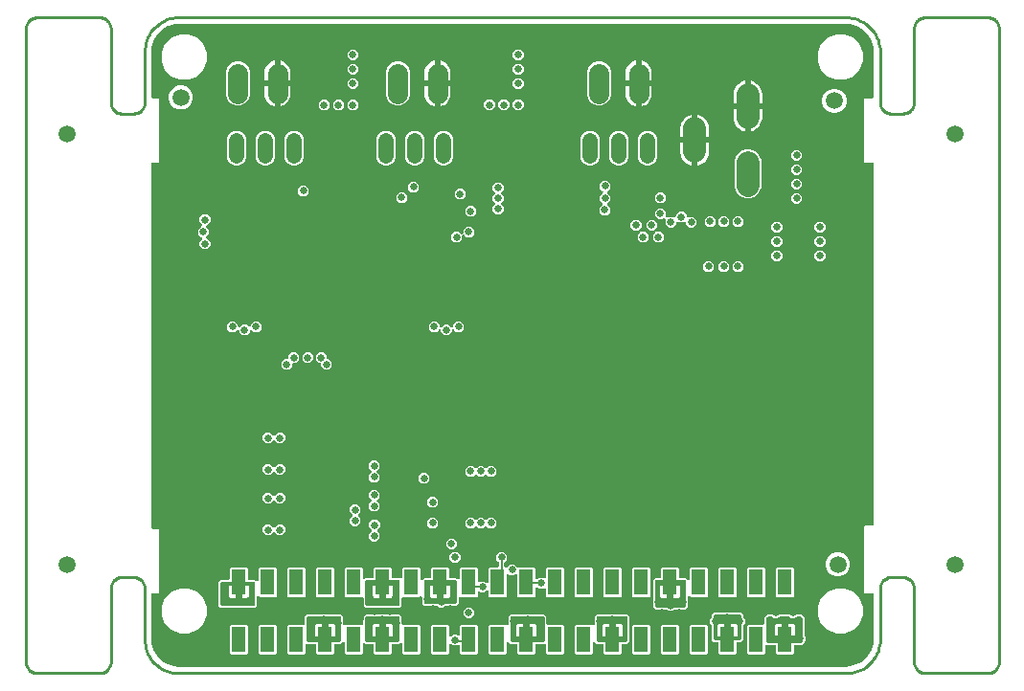
<source format=gbr>
G04 EAGLE Gerber RS-274X export*
G75*
%MOIN*%
%FSLAX34Y34*%
%LPD*%
%INBottom Copper*%
%IPPOS*%
%AMOC8*
5,1,8,0,0,1.08239X$1,22.5*%
G01*
%ADD10C,0.059055*%
%ADD11C,0.079118*%
%ADD12C,0.054000*%
%ADD13R,0.050000X0.090157*%
%ADD14C,0.070866*%
%ADD15C,0.024811*%
%ADD16C,0.007000*%
%ADD17C,0.010000*%

G36*
X24409Y-562D02*
X24409Y-562D01*
X24411Y-561D01*
X24413Y-562D01*
X24531Y-554D01*
X24538Y-552D01*
X24540Y-552D01*
X24769Y-491D01*
X24780Y-486D01*
X24781Y-486D01*
X24986Y-368D01*
X24996Y-360D01*
X25163Y-193D01*
X25171Y-183D01*
X25289Y22D01*
X25294Y34D01*
X25355Y263D01*
X25356Y268D01*
X25357Y271D01*
X25357Y272D01*
X25365Y390D01*
X25365Y392D01*
X25365Y394D01*
X25365Y1955D01*
X25364Y1960D01*
X25364Y1965D01*
X25363Y1966D01*
X25363Y1967D01*
X25361Y1972D01*
X25360Y1977D01*
X25359Y1978D01*
X25359Y1979D01*
X25356Y1983D01*
X25353Y1987D01*
X25352Y1988D01*
X25351Y1989D01*
X25347Y1992D01*
X25344Y1995D01*
X25343Y1996D01*
X25342Y1997D01*
X25337Y1999D01*
X25333Y2001D01*
X25332Y2001D01*
X25330Y2002D01*
X25318Y2004D01*
X25317Y2004D01*
X25316Y2004D01*
X25065Y2004D01*
X25044Y2025D01*
X25044Y4335D01*
X25065Y4356D01*
X25316Y4356D01*
X25320Y4356D01*
X25325Y4357D01*
X25327Y4357D01*
X25328Y4357D01*
X25332Y4359D01*
X25337Y4361D01*
X25338Y4361D01*
X25339Y4362D01*
X25343Y4365D01*
X25348Y4368D01*
X25348Y4369D01*
X25349Y4369D01*
X25353Y4373D01*
X25356Y4377D01*
X25356Y4378D01*
X25357Y4379D01*
X25359Y4383D01*
X25362Y4388D01*
X25362Y4389D01*
X25363Y4390D01*
X25365Y4402D01*
X25365Y4404D01*
X25365Y4405D01*
X25365Y16955D01*
X25364Y16960D01*
X25364Y16965D01*
X25363Y16966D01*
X25363Y16967D01*
X25361Y16972D01*
X25360Y16977D01*
X25359Y16978D01*
X25359Y16979D01*
X25356Y16983D01*
X25353Y16987D01*
X25352Y16988D01*
X25351Y16989D01*
X25347Y16992D01*
X25344Y16995D01*
X25343Y16996D01*
X25342Y16997D01*
X25337Y16999D01*
X25333Y17001D01*
X25332Y17001D01*
X25330Y17002D01*
X25318Y17004D01*
X25317Y17004D01*
X25316Y17004D01*
X25065Y17004D01*
X25044Y17025D01*
X25044Y19215D01*
X25065Y19236D01*
X25316Y19236D01*
X25320Y19236D01*
X25325Y19237D01*
X25327Y19237D01*
X25328Y19237D01*
X25332Y19239D01*
X25337Y19241D01*
X25338Y19241D01*
X25339Y19242D01*
X25343Y19245D01*
X25348Y19248D01*
X25348Y19249D01*
X25349Y19249D01*
X25353Y19253D01*
X25356Y19257D01*
X25356Y19258D01*
X25357Y19259D01*
X25359Y19263D01*
X25362Y19268D01*
X25362Y19269D01*
X25363Y19270D01*
X25365Y19282D01*
X25365Y19283D01*
X25365Y19284D01*
X25365Y19285D01*
X25365Y20866D01*
X25365Y20868D01*
X25365Y20869D01*
X25357Y20988D01*
X25356Y20995D01*
X25355Y20997D01*
X25294Y21226D01*
X25289Y21237D01*
X25289Y21238D01*
X25171Y21442D01*
X25163Y21452D01*
X25163Y21453D01*
X24996Y21620D01*
X24986Y21627D01*
X24986Y21628D01*
X24781Y21746D01*
X24769Y21751D01*
X24540Y21812D01*
X24533Y21813D01*
X24531Y21814D01*
X24413Y21821D01*
X24411Y21821D01*
X24409Y21821D01*
X1181Y21821D01*
X1179Y21821D01*
X1178Y21821D01*
X1060Y21814D01*
X1053Y21812D01*
X1050Y21812D01*
X822Y21751D01*
X810Y21746D01*
X605Y21628D01*
X595Y21620D01*
X427Y21453D01*
X420Y21443D01*
X420Y21442D01*
X301Y21238D01*
X297Y21226D01*
X296Y21226D01*
X235Y20997D01*
X234Y20990D01*
X234Y20988D01*
X226Y20869D01*
X226Y20867D01*
X226Y20866D01*
X226Y19285D01*
X226Y19280D01*
X227Y19275D01*
X227Y19274D01*
X227Y19273D01*
X229Y19268D01*
X231Y19263D01*
X231Y19262D01*
X232Y19261D01*
X235Y19257D01*
X238Y19253D01*
X239Y19252D01*
X239Y19251D01*
X243Y19248D01*
X247Y19245D01*
X248Y19244D01*
X249Y19243D01*
X253Y19241D01*
X258Y19239D01*
X259Y19239D01*
X260Y19238D01*
X272Y19236D01*
X274Y19236D01*
X275Y19236D01*
X495Y19236D01*
X516Y19215D01*
X516Y17025D01*
X495Y17004D01*
X275Y17004D01*
X270Y17004D01*
X265Y17003D01*
X264Y17003D01*
X263Y17003D01*
X258Y17001D01*
X253Y16999D01*
X252Y16999D01*
X251Y16998D01*
X247Y16995D01*
X243Y16992D01*
X242Y16991D01*
X241Y16991D01*
X238Y16987D01*
X235Y16983D01*
X234Y16982D01*
X233Y16981D01*
X231Y16977D01*
X229Y16972D01*
X229Y16971D01*
X228Y16970D01*
X226Y16958D01*
X226Y16956D01*
X226Y16955D01*
X226Y4285D01*
X226Y4280D01*
X227Y4275D01*
X227Y4274D01*
X227Y4273D01*
X229Y4268D01*
X231Y4263D01*
X231Y4262D01*
X232Y4261D01*
X235Y4257D01*
X238Y4253D01*
X239Y4252D01*
X239Y4251D01*
X243Y4248D01*
X247Y4245D01*
X248Y4244D01*
X249Y4243D01*
X253Y4241D01*
X258Y4239D01*
X259Y4239D01*
X260Y4238D01*
X272Y4236D01*
X274Y4236D01*
X275Y4236D01*
X495Y4236D01*
X516Y4215D01*
X516Y2025D01*
X495Y2004D01*
X275Y2004D01*
X270Y2004D01*
X265Y2003D01*
X264Y2003D01*
X263Y2003D01*
X258Y2001D01*
X253Y1999D01*
X252Y1999D01*
X251Y1998D01*
X247Y1995D01*
X243Y1992D01*
X242Y1991D01*
X241Y1991D01*
X238Y1987D01*
X235Y1983D01*
X234Y1982D01*
X233Y1981D01*
X231Y1977D01*
X229Y1972D01*
X229Y1971D01*
X228Y1970D01*
X226Y1958D01*
X226Y1956D01*
X226Y1955D01*
X226Y394D01*
X226Y392D01*
X226Y390D01*
X234Y272D01*
X234Y269D01*
X234Y266D01*
X235Y264D01*
X235Y263D01*
X296Y34D01*
X301Y23D01*
X301Y22D01*
X420Y-183D01*
X427Y-192D01*
X427Y-193D01*
X595Y-360D01*
X605Y-368D01*
X810Y-486D01*
X821Y-491D01*
X822Y-491D01*
X1050Y-552D01*
X1057Y-553D01*
X1060Y-554D01*
X1178Y-562D01*
X1180Y-561D01*
X1181Y-562D01*
X24409Y-562D01*
X24409Y-562D01*
G37*
%LPC*%
G36*
X8198Y1495D02*
X8198Y1495D01*
X8196Y1496D01*
X8195Y1496D01*
X8193Y1497D01*
X8180Y1499D01*
X8179Y1499D01*
X7690Y1499D01*
X7619Y1570D01*
X7619Y1809D01*
X7619Y1814D01*
X7618Y1819D01*
X7618Y1820D01*
X7618Y1821D01*
X7616Y1826D01*
X7614Y1831D01*
X7614Y1832D01*
X7613Y1833D01*
X7610Y1837D01*
X7607Y1841D01*
X7606Y1842D01*
X7606Y1843D01*
X7602Y1846D01*
X7598Y1849D01*
X7597Y1850D01*
X7596Y1851D01*
X7592Y1853D01*
X7587Y1855D01*
X7586Y1855D01*
X7585Y1856D01*
X7573Y1858D01*
X7571Y1858D01*
X7570Y1858D01*
X7003Y1858D01*
X6964Y1897D01*
X6964Y2853D01*
X7003Y2891D01*
X7557Y2891D01*
X7596Y2853D01*
X7596Y2545D01*
X7596Y2540D01*
X7597Y2534D01*
X7597Y2533D01*
X7599Y2528D01*
X7601Y2523D01*
X7602Y2522D01*
X7605Y2517D01*
X7608Y2512D01*
X7609Y2512D01*
X7614Y2508D01*
X7618Y2504D01*
X7619Y2504D01*
X7624Y2501D01*
X7629Y2499D01*
X7630Y2499D01*
X7630Y2498D01*
X7636Y2497D01*
X7641Y2496D01*
X7642Y2496D01*
X7648Y2497D01*
X7654Y2497D01*
X7655Y2497D01*
X7660Y2499D01*
X7665Y2501D01*
X7666Y2501D01*
X7667Y2501D01*
X7677Y2508D01*
X7679Y2510D01*
X7680Y2511D01*
X7690Y2521D01*
X7915Y2521D01*
X7920Y2521D01*
X7925Y2522D01*
X7926Y2522D01*
X7927Y2522D01*
X7932Y2524D01*
X7937Y2526D01*
X7938Y2526D01*
X7939Y2527D01*
X7943Y2530D01*
X7947Y2533D01*
X7948Y2534D01*
X7949Y2534D01*
X7952Y2538D01*
X7955Y2542D01*
X7956Y2543D01*
X7957Y2544D01*
X7959Y2548D01*
X7961Y2553D01*
X7961Y2554D01*
X7962Y2555D01*
X7964Y2567D01*
X7964Y2569D01*
X7964Y2570D01*
X7964Y2853D01*
X8003Y2891D01*
X8557Y2891D01*
X8596Y2853D01*
X8596Y2570D01*
X8596Y2565D01*
X8597Y2560D01*
X8597Y2559D01*
X8597Y2558D01*
X8599Y2553D01*
X8601Y2548D01*
X8601Y2547D01*
X8602Y2546D01*
X8605Y2542D01*
X8608Y2538D01*
X8609Y2537D01*
X8609Y2536D01*
X8613Y2533D01*
X8617Y2530D01*
X8618Y2529D01*
X8619Y2528D01*
X8623Y2526D01*
X8628Y2524D01*
X8629Y2524D01*
X8630Y2523D01*
X8642Y2521D01*
X8644Y2521D01*
X8645Y2521D01*
X8870Y2521D01*
X8880Y2511D01*
X8885Y2507D01*
X8889Y2504D01*
X8889Y2503D01*
X8890Y2503D01*
X8895Y2501D01*
X8900Y2498D01*
X8901Y2498D01*
X8907Y2497D01*
X8912Y2496D01*
X8913Y2496D01*
X8914Y2496D01*
X8919Y2497D01*
X8925Y2497D01*
X8926Y2497D01*
X8931Y2499D01*
X8937Y2501D01*
X8938Y2502D01*
X8942Y2505D01*
X8947Y2508D01*
X8948Y2509D01*
X8952Y2513D01*
X8955Y2517D01*
X8956Y2518D01*
X8959Y2523D01*
X8961Y2528D01*
X8961Y2529D01*
X8962Y2529D01*
X8964Y2542D01*
X8964Y2544D01*
X8964Y2545D01*
X8964Y2853D01*
X9003Y2891D01*
X9557Y2891D01*
X9596Y2853D01*
X9596Y2505D01*
X9596Y2500D01*
X9597Y2494D01*
X9597Y2493D01*
X9599Y2488D01*
X9601Y2483D01*
X9602Y2482D01*
X9605Y2477D01*
X9608Y2472D01*
X9609Y2472D01*
X9614Y2468D01*
X9618Y2464D01*
X9619Y2464D01*
X9624Y2461D01*
X9629Y2459D01*
X9630Y2459D01*
X9630Y2458D01*
X9636Y2457D01*
X9641Y2456D01*
X9642Y2456D01*
X9648Y2457D01*
X9654Y2457D01*
X9655Y2457D01*
X9660Y2459D01*
X9665Y2461D01*
X9666Y2461D01*
X9667Y2461D01*
X9677Y2468D01*
X9679Y2470D01*
X9680Y2471D01*
X9730Y2521D01*
X9915Y2521D01*
X9920Y2521D01*
X9925Y2522D01*
X9926Y2522D01*
X9927Y2522D01*
X9932Y2524D01*
X9937Y2526D01*
X9938Y2526D01*
X9939Y2527D01*
X9943Y2530D01*
X9947Y2533D01*
X9948Y2534D01*
X9949Y2534D01*
X9952Y2538D01*
X9955Y2542D01*
X9956Y2543D01*
X9957Y2544D01*
X9959Y2548D01*
X9961Y2553D01*
X9961Y2554D01*
X9962Y2555D01*
X9964Y2567D01*
X9964Y2569D01*
X9964Y2570D01*
X9964Y2853D01*
X10003Y2891D01*
X10557Y2891D01*
X10596Y2853D01*
X10596Y2570D01*
X10596Y2565D01*
X10597Y2560D01*
X10597Y2559D01*
X10597Y2558D01*
X10599Y2553D01*
X10601Y2548D01*
X10601Y2547D01*
X10602Y2546D01*
X10605Y2542D01*
X10608Y2538D01*
X10609Y2537D01*
X10609Y2536D01*
X10613Y2533D01*
X10617Y2530D01*
X10618Y2529D01*
X10619Y2528D01*
X10623Y2526D01*
X10628Y2524D01*
X10629Y2524D01*
X10630Y2523D01*
X10642Y2521D01*
X10644Y2521D01*
X10645Y2521D01*
X10850Y2521D01*
X10880Y2491D01*
X10885Y2487D01*
X10889Y2484D01*
X10889Y2483D01*
X10890Y2483D01*
X10895Y2481D01*
X10900Y2478D01*
X10901Y2478D01*
X10907Y2477D01*
X10912Y2476D01*
X10913Y2476D01*
X10914Y2476D01*
X10919Y2477D01*
X10925Y2477D01*
X10926Y2477D01*
X10931Y2479D01*
X10937Y2481D01*
X10937Y2482D01*
X10938Y2482D01*
X10942Y2485D01*
X10947Y2488D01*
X10948Y2489D01*
X10952Y2493D01*
X10955Y2497D01*
X10956Y2498D01*
X10959Y2503D01*
X10961Y2508D01*
X10961Y2509D01*
X10962Y2509D01*
X10964Y2522D01*
X10964Y2524D01*
X10964Y2525D01*
X10964Y2853D01*
X11003Y2891D01*
X11557Y2891D01*
X11596Y2853D01*
X11596Y2436D01*
X11596Y2430D01*
X11597Y2425D01*
X11597Y2424D01*
X11599Y2418D01*
X11601Y2413D01*
X11602Y2413D01*
X11602Y2412D01*
X11605Y2408D01*
X11608Y2403D01*
X11609Y2403D01*
X11609Y2402D01*
X11614Y2399D01*
X11618Y2395D01*
X11619Y2394D01*
X11624Y2392D01*
X11629Y2389D01*
X11630Y2389D01*
X11636Y2388D01*
X11641Y2387D01*
X11642Y2387D01*
X11648Y2387D01*
X11654Y2387D01*
X11654Y2388D01*
X11655Y2388D01*
X11660Y2390D01*
X11665Y2391D01*
X11666Y2391D01*
X11667Y2392D01*
X11677Y2399D01*
X11679Y2400D01*
X11680Y2401D01*
X11683Y2405D01*
X11837Y2405D01*
X11880Y2361D01*
X11885Y2358D01*
X11889Y2354D01*
X11890Y2354D01*
X11895Y2351D01*
X11900Y2349D01*
X11901Y2349D01*
X11907Y2348D01*
X11912Y2347D01*
X11913Y2347D01*
X11914Y2347D01*
X11919Y2347D01*
X11925Y2348D01*
X11926Y2348D01*
X11931Y2350D01*
X11937Y2352D01*
X11938Y2352D01*
X11942Y2355D01*
X11947Y2359D01*
X11948Y2359D01*
X11952Y2364D01*
X11955Y2368D01*
X11956Y2368D01*
X11956Y2369D01*
X11959Y2374D01*
X11961Y2379D01*
X11962Y2380D01*
X11964Y2392D01*
X11964Y2395D01*
X11964Y2396D01*
X11964Y2853D01*
X12003Y2891D01*
X12275Y2891D01*
X12280Y2892D01*
X12285Y2892D01*
X12286Y2893D01*
X12287Y2893D01*
X12292Y2895D01*
X12297Y2896D01*
X12298Y2897D01*
X12299Y2898D01*
X12303Y2901D01*
X12307Y2903D01*
X12308Y2904D01*
X12309Y2905D01*
X12312Y2909D01*
X12315Y2912D01*
X12316Y2914D01*
X12317Y2915D01*
X12319Y2919D01*
X12321Y2923D01*
X12321Y2924D01*
X12322Y2926D01*
X12324Y2938D01*
X12324Y2940D01*
X12324Y2941D01*
X12324Y3054D01*
X12324Y3058D01*
X12324Y3063D01*
X12323Y3064D01*
X12323Y3066D01*
X12321Y3070D01*
X12320Y3074D01*
X12319Y3076D01*
X12318Y3078D01*
X12311Y3088D01*
X12310Y3088D01*
X12310Y3089D01*
X12235Y3163D01*
X12235Y3317D01*
X12343Y3425D01*
X12497Y3425D01*
X12605Y3317D01*
X12605Y3163D01*
X12530Y3089D01*
X12528Y3085D01*
X12525Y3082D01*
X12524Y3081D01*
X12523Y3079D01*
X12521Y3075D01*
X12519Y3071D01*
X12519Y3070D01*
X12518Y3068D01*
X12516Y3055D01*
X12516Y3054D01*
X12516Y2941D01*
X12516Y2936D01*
X12517Y2931D01*
X12517Y2930D01*
X12517Y2928D01*
X12519Y2924D01*
X12521Y2919D01*
X12521Y2918D01*
X12522Y2917D01*
X12525Y2913D01*
X12528Y2909D01*
X12529Y2908D01*
X12529Y2907D01*
X12533Y2904D01*
X12537Y2900D01*
X12538Y2900D01*
X12539Y2899D01*
X12543Y2897D01*
X12548Y2895D01*
X12549Y2894D01*
X12550Y2894D01*
X12562Y2891D01*
X12564Y2892D01*
X12565Y2891D01*
X12571Y2891D01*
X12575Y2891D01*
X12576Y2891D01*
X12577Y2890D01*
X12582Y2891D01*
X12587Y2891D01*
X12588Y2892D01*
X12590Y2892D01*
X12594Y2893D01*
X12599Y2895D01*
X12600Y2895D01*
X12601Y2896D01*
X12612Y2903D01*
X12613Y2904D01*
X12613Y2905D01*
X12713Y3005D01*
X12867Y3005D01*
X12966Y2906D01*
X12969Y2903D01*
X12972Y2900D01*
X12974Y2899D01*
X12975Y2898D01*
X12979Y2897D01*
X12983Y2895D01*
X12985Y2894D01*
X12987Y2893D01*
X12999Y2891D01*
X13000Y2892D01*
X13000Y2891D01*
X13557Y2891D01*
X13596Y2853D01*
X13596Y2516D01*
X13596Y2510D01*
X13597Y2505D01*
X13597Y2504D01*
X13599Y2498D01*
X13601Y2493D01*
X13602Y2493D01*
X13602Y2492D01*
X13605Y2488D01*
X13608Y2483D01*
X13609Y2483D01*
X13609Y2482D01*
X13614Y2479D01*
X13618Y2475D01*
X13619Y2474D01*
X13624Y2472D01*
X13629Y2469D01*
X13630Y2469D01*
X13636Y2468D01*
X13641Y2467D01*
X13642Y2467D01*
X13648Y2467D01*
X13654Y2467D01*
X13654Y2468D01*
X13655Y2468D01*
X13660Y2470D01*
X13665Y2471D01*
X13666Y2471D01*
X13667Y2472D01*
X13677Y2479D01*
X13679Y2480D01*
X13680Y2481D01*
X13723Y2525D01*
X13877Y2525D01*
X13880Y2521D01*
X13885Y2518D01*
X13889Y2514D01*
X13890Y2514D01*
X13895Y2511D01*
X13900Y2509D01*
X13901Y2509D01*
X13907Y2508D01*
X13912Y2507D01*
X13913Y2507D01*
X13914Y2507D01*
X13919Y2507D01*
X13925Y2508D01*
X13926Y2508D01*
X13931Y2510D01*
X13937Y2512D01*
X13938Y2512D01*
X13942Y2515D01*
X13947Y2519D01*
X13948Y2519D01*
X13952Y2524D01*
X13955Y2528D01*
X13956Y2528D01*
X13956Y2529D01*
X13959Y2534D01*
X13961Y2539D01*
X13962Y2540D01*
X13964Y2552D01*
X13964Y2555D01*
X13964Y2556D01*
X13964Y2853D01*
X14003Y2891D01*
X14557Y2891D01*
X14596Y2853D01*
X14596Y1897D01*
X14557Y1858D01*
X14003Y1858D01*
X13964Y1897D01*
X13964Y2124D01*
X13964Y2130D01*
X13963Y2135D01*
X13963Y2136D01*
X13961Y2142D01*
X13959Y2147D01*
X13958Y2147D01*
X13958Y2148D01*
X13955Y2152D01*
X13952Y2157D01*
X13951Y2157D01*
X13951Y2158D01*
X13946Y2161D01*
X13942Y2165D01*
X13941Y2166D01*
X13936Y2168D01*
X13931Y2171D01*
X13930Y2171D01*
X13924Y2172D01*
X13919Y2173D01*
X13918Y2173D01*
X13912Y2173D01*
X13906Y2173D01*
X13906Y2172D01*
X13905Y2172D01*
X13900Y2170D01*
X13895Y2169D01*
X13894Y2169D01*
X13893Y2168D01*
X13883Y2161D01*
X13881Y2160D01*
X13880Y2159D01*
X13877Y2155D01*
X13723Y2155D01*
X13680Y2199D01*
X13675Y2202D01*
X13671Y2206D01*
X13670Y2206D01*
X13665Y2209D01*
X13660Y2211D01*
X13659Y2211D01*
X13653Y2212D01*
X13648Y2213D01*
X13647Y2213D01*
X13646Y2213D01*
X13641Y2213D01*
X13635Y2212D01*
X13634Y2212D01*
X13629Y2210D01*
X13623Y2208D01*
X13622Y2208D01*
X13618Y2205D01*
X13613Y2201D01*
X13612Y2201D01*
X13608Y2196D01*
X13605Y2192D01*
X13604Y2192D01*
X13604Y2191D01*
X13601Y2186D01*
X13599Y2181D01*
X13598Y2180D01*
X13596Y2168D01*
X13596Y2165D01*
X13596Y2164D01*
X13596Y1897D01*
X13557Y1858D01*
X13003Y1858D01*
X12964Y1897D01*
X12964Y2614D01*
X12964Y2620D01*
X12963Y2625D01*
X12963Y2626D01*
X12961Y2632D01*
X12959Y2637D01*
X12958Y2637D01*
X12958Y2638D01*
X12955Y2642D01*
X12952Y2647D01*
X12951Y2647D01*
X12951Y2648D01*
X12946Y2651D01*
X12942Y2655D01*
X12941Y2656D01*
X12936Y2658D01*
X12931Y2661D01*
X12930Y2661D01*
X12924Y2662D01*
X12919Y2663D01*
X12918Y2663D01*
X12912Y2663D01*
X12906Y2663D01*
X12906Y2662D01*
X12905Y2662D01*
X12900Y2660D01*
X12895Y2659D01*
X12894Y2659D01*
X12893Y2658D01*
X12883Y2651D01*
X12881Y2650D01*
X12880Y2649D01*
X12867Y2635D01*
X12713Y2635D01*
X12680Y2669D01*
X12675Y2672D01*
X12671Y2676D01*
X12670Y2676D01*
X12665Y2679D01*
X12660Y2681D01*
X12659Y2681D01*
X12653Y2682D01*
X12648Y2683D01*
X12647Y2683D01*
X12646Y2683D01*
X12641Y2683D01*
X12635Y2682D01*
X12634Y2682D01*
X12629Y2680D01*
X12623Y2678D01*
X12622Y2678D01*
X12618Y2675D01*
X12613Y2671D01*
X12612Y2671D01*
X12608Y2666D01*
X12605Y2662D01*
X12604Y2662D01*
X12604Y2661D01*
X12601Y2656D01*
X12599Y2651D01*
X12598Y2650D01*
X12596Y2638D01*
X12596Y2635D01*
X12596Y2634D01*
X12596Y1897D01*
X12557Y1858D01*
X12003Y1858D01*
X11964Y1897D01*
X11964Y2044D01*
X11964Y2050D01*
X11963Y2055D01*
X11963Y2056D01*
X11961Y2062D01*
X11959Y2067D01*
X11958Y2067D01*
X11958Y2068D01*
X11955Y2072D01*
X11952Y2077D01*
X11951Y2077D01*
X11951Y2078D01*
X11946Y2081D01*
X11942Y2085D01*
X11941Y2086D01*
X11936Y2088D01*
X11931Y2091D01*
X11930Y2091D01*
X11924Y2092D01*
X11919Y2093D01*
X11918Y2093D01*
X11912Y2093D01*
X11906Y2093D01*
X11906Y2092D01*
X11905Y2092D01*
X11900Y2090D01*
X11895Y2089D01*
X11894Y2089D01*
X11893Y2088D01*
X11883Y2081D01*
X11881Y2080D01*
X11880Y2079D01*
X11837Y2035D01*
X11683Y2035D01*
X11680Y2039D01*
X11675Y2042D01*
X11671Y2046D01*
X11670Y2046D01*
X11665Y2049D01*
X11660Y2051D01*
X11659Y2051D01*
X11653Y2052D01*
X11648Y2053D01*
X11647Y2053D01*
X11646Y2053D01*
X11641Y2053D01*
X11635Y2052D01*
X11634Y2052D01*
X11629Y2050D01*
X11623Y2048D01*
X11622Y2048D01*
X11618Y2045D01*
X11613Y2041D01*
X11612Y2041D01*
X11608Y2036D01*
X11605Y2032D01*
X11604Y2032D01*
X11604Y2031D01*
X11601Y2026D01*
X11599Y2021D01*
X11598Y2020D01*
X11596Y2008D01*
X11596Y2005D01*
X11596Y2004D01*
X11596Y1897D01*
X11557Y1858D01*
X11001Y1858D01*
X11000Y1859D01*
X10999Y1860D01*
X10994Y1862D01*
X10989Y1864D01*
X10988Y1864D01*
X10988Y1865D01*
X10982Y1866D01*
X10977Y1867D01*
X10976Y1867D01*
X10975Y1867D01*
X10970Y1866D01*
X10964Y1866D01*
X10964Y1865D01*
X10963Y1865D01*
X10958Y1863D01*
X10952Y1862D01*
X10952Y1861D01*
X10951Y1861D01*
X10947Y1858D01*
X10942Y1855D01*
X10942Y1854D01*
X10941Y1854D01*
X10937Y1850D01*
X10934Y1846D01*
X10933Y1845D01*
X10931Y1840D01*
X10928Y1835D01*
X10928Y1834D01*
X10927Y1833D01*
X10925Y1821D01*
X10925Y1819D01*
X10925Y1817D01*
X10925Y1718D01*
X10924Y1716D01*
X10924Y1715D01*
X10923Y1713D01*
X10921Y1700D01*
X10921Y1699D01*
X10921Y1630D01*
X10850Y1559D01*
X10481Y1559D01*
X10477Y1559D01*
X10472Y1559D01*
X10471Y1558D01*
X10469Y1558D01*
X10465Y1556D01*
X10461Y1555D01*
X10459Y1554D01*
X10457Y1553D01*
X10447Y1546D01*
X10447Y1545D01*
X10446Y1545D01*
X10397Y1495D01*
X10243Y1495D01*
X10194Y1545D01*
X10190Y1547D01*
X10187Y1550D01*
X10186Y1551D01*
X10184Y1552D01*
X10180Y1554D01*
X10176Y1556D01*
X10175Y1556D01*
X10173Y1557D01*
X10160Y1559D01*
X10159Y1559D01*
X9730Y1559D01*
X9659Y1630D01*
X9659Y1699D01*
X9659Y1703D01*
X9659Y1708D01*
X9658Y1709D01*
X9658Y1711D01*
X9656Y1715D01*
X9655Y1718D01*
X9655Y1837D01*
X9654Y1843D01*
X9654Y1848D01*
X9654Y1849D01*
X9654Y1850D01*
X9652Y1855D01*
X9650Y1860D01*
X9649Y1861D01*
X9646Y1866D01*
X9643Y1870D01*
X9642Y1871D01*
X9637Y1875D01*
X9633Y1878D01*
X9633Y1879D01*
X9632Y1879D01*
X9627Y1882D01*
X9622Y1884D01*
X9621Y1884D01*
X9615Y1885D01*
X9610Y1887D01*
X9609Y1886D01*
X9609Y1887D01*
X9603Y1886D01*
X9597Y1886D01*
X9596Y1886D01*
X9591Y1884D01*
X9586Y1882D01*
X9585Y1882D01*
X9584Y1882D01*
X9574Y1875D01*
X9572Y1873D01*
X9571Y1872D01*
X9557Y1858D01*
X8990Y1858D01*
X8985Y1858D01*
X8980Y1857D01*
X8979Y1857D01*
X8978Y1857D01*
X8973Y1855D01*
X8968Y1853D01*
X8967Y1853D01*
X8966Y1852D01*
X8962Y1849D01*
X8958Y1847D01*
X8957Y1846D01*
X8956Y1845D01*
X8953Y1841D01*
X8950Y1837D01*
X8949Y1836D01*
X8948Y1835D01*
X8946Y1831D01*
X8944Y1826D01*
X8944Y1825D01*
X8943Y1824D01*
X8941Y1812D01*
X8941Y1810D01*
X8941Y1809D01*
X8941Y1570D01*
X8870Y1499D01*
X8381Y1499D01*
X8377Y1499D01*
X8372Y1499D01*
X8371Y1498D01*
X8369Y1498D01*
X8365Y1496D01*
X8362Y1495D01*
X8198Y1495D01*
G37*
%LPD*%
%LPC*%
G36*
X5003Y-131D02*
X5003Y-131D01*
X4964Y-93D01*
X4964Y863D01*
X5003Y902D01*
X5530Y902D01*
X5535Y902D01*
X5540Y903D01*
X5541Y903D01*
X5542Y903D01*
X5547Y905D01*
X5552Y907D01*
X5553Y907D01*
X5554Y908D01*
X5558Y911D01*
X5562Y913D01*
X5563Y914D01*
X5564Y915D01*
X5567Y919D01*
X5570Y923D01*
X5571Y924D01*
X5572Y925D01*
X5574Y929D01*
X5576Y934D01*
X5576Y935D01*
X5577Y936D01*
X5579Y948D01*
X5579Y950D01*
X5579Y951D01*
X5579Y1190D01*
X5650Y1261D01*
X6139Y1261D01*
X6143Y1261D01*
X6148Y1261D01*
X6149Y1262D01*
X6151Y1262D01*
X6155Y1264D01*
X6158Y1265D01*
X6322Y1265D01*
X6324Y1264D01*
X6325Y1264D01*
X6327Y1263D01*
X6340Y1261D01*
X6341Y1261D01*
X6830Y1261D01*
X6901Y1190D01*
X6901Y1061D01*
X6901Y1057D01*
X6901Y1052D01*
X6902Y1051D01*
X6902Y1049D01*
X6904Y1045D01*
X6905Y1042D01*
X6905Y923D01*
X6906Y917D01*
X6906Y912D01*
X6906Y911D01*
X6906Y910D01*
X6908Y905D01*
X6910Y900D01*
X6911Y899D01*
X6914Y894D01*
X6917Y890D01*
X6918Y889D01*
X6923Y885D01*
X6927Y882D01*
X6927Y881D01*
X6928Y881D01*
X6933Y878D01*
X6938Y876D01*
X6939Y876D01*
X6945Y875D01*
X6950Y873D01*
X6951Y874D01*
X6951Y873D01*
X6957Y874D01*
X6963Y874D01*
X6964Y874D01*
X6969Y876D01*
X6974Y878D01*
X6975Y878D01*
X6976Y878D01*
X6986Y885D01*
X6988Y887D01*
X6989Y888D01*
X7003Y902D01*
X7566Y902D01*
X7571Y902D01*
X7576Y903D01*
X7577Y903D01*
X7578Y903D01*
X7583Y905D01*
X7588Y907D01*
X7589Y907D01*
X7590Y908D01*
X7594Y911D01*
X7598Y913D01*
X7599Y914D01*
X7600Y915D01*
X7603Y919D01*
X7606Y923D01*
X7607Y924D01*
X7608Y925D01*
X7610Y929D01*
X7612Y934D01*
X7612Y935D01*
X7613Y936D01*
X7615Y948D01*
X7615Y950D01*
X7615Y951D01*
X7615Y1042D01*
X7616Y1044D01*
X7616Y1045D01*
X7617Y1047D01*
X7619Y1060D01*
X7619Y1061D01*
X7619Y1190D01*
X7690Y1261D01*
X8179Y1261D01*
X8183Y1261D01*
X8188Y1261D01*
X8189Y1262D01*
X8191Y1262D01*
X8195Y1264D01*
X8198Y1265D01*
X8362Y1265D01*
X8364Y1264D01*
X8365Y1264D01*
X8367Y1263D01*
X8380Y1261D01*
X8381Y1261D01*
X8870Y1261D01*
X8941Y1190D01*
X8941Y1061D01*
X8941Y1057D01*
X8941Y1052D01*
X8942Y1051D01*
X8942Y1049D01*
X8944Y1045D01*
X8945Y1042D01*
X8945Y951D01*
X8945Y946D01*
X8946Y941D01*
X8946Y940D01*
X8946Y939D01*
X8948Y934D01*
X8950Y929D01*
X8950Y928D01*
X8951Y927D01*
X8954Y923D01*
X8957Y919D01*
X8958Y918D01*
X8958Y917D01*
X8962Y914D01*
X8966Y911D01*
X8967Y910D01*
X8968Y909D01*
X8972Y907D01*
X8977Y905D01*
X8978Y905D01*
X8979Y904D01*
X8991Y902D01*
X8993Y902D01*
X8994Y902D01*
X9557Y902D01*
X9596Y863D01*
X9596Y-93D01*
X9557Y-131D01*
X9003Y-131D01*
X8964Y-93D01*
X8964Y215D01*
X8964Y220D01*
X8963Y226D01*
X8963Y227D01*
X8961Y232D01*
X8959Y237D01*
X8958Y238D01*
X8955Y243D01*
X8952Y248D01*
X8951Y248D01*
X8946Y252D01*
X8942Y256D01*
X8941Y256D01*
X8936Y259D01*
X8931Y261D01*
X8930Y261D01*
X8930Y262D01*
X8924Y263D01*
X8919Y264D01*
X8918Y264D01*
X8912Y263D01*
X8906Y263D01*
X8905Y263D01*
X8900Y261D01*
X8895Y259D01*
X8894Y259D01*
X8893Y259D01*
X8883Y252D01*
X8881Y250D01*
X8880Y249D01*
X8870Y239D01*
X8645Y239D01*
X8640Y239D01*
X8635Y238D01*
X8634Y238D01*
X8633Y238D01*
X8628Y236D01*
X8623Y234D01*
X8622Y234D01*
X8621Y233D01*
X8617Y230D01*
X8613Y227D01*
X8612Y226D01*
X8611Y226D01*
X8608Y222D01*
X8605Y218D01*
X8604Y217D01*
X8603Y216D01*
X8601Y212D01*
X8599Y207D01*
X8599Y206D01*
X8598Y205D01*
X8596Y193D01*
X8596Y191D01*
X8596Y190D01*
X8596Y-93D01*
X8557Y-131D01*
X8003Y-131D01*
X7964Y-93D01*
X7964Y190D01*
X7964Y195D01*
X7963Y200D01*
X7963Y201D01*
X7963Y202D01*
X7961Y207D01*
X7959Y212D01*
X7959Y213D01*
X7958Y214D01*
X7955Y218D01*
X7952Y222D01*
X7951Y223D01*
X7951Y224D01*
X7947Y227D01*
X7943Y230D01*
X7942Y231D01*
X7941Y232D01*
X7937Y234D01*
X7932Y236D01*
X7931Y236D01*
X7930Y237D01*
X7918Y239D01*
X7916Y239D01*
X7915Y239D01*
X7690Y239D01*
X7680Y249D01*
X7675Y253D01*
X7671Y256D01*
X7671Y257D01*
X7670Y257D01*
X7665Y259D01*
X7660Y262D01*
X7659Y262D01*
X7653Y263D01*
X7648Y264D01*
X7647Y264D01*
X7646Y264D01*
X7641Y263D01*
X7635Y263D01*
X7634Y263D01*
X7629Y261D01*
X7623Y259D01*
X7623Y258D01*
X7622Y258D01*
X7618Y255D01*
X7613Y252D01*
X7612Y251D01*
X7608Y247D01*
X7605Y243D01*
X7604Y242D01*
X7601Y237D01*
X7599Y232D01*
X7599Y231D01*
X7598Y231D01*
X7596Y218D01*
X7596Y216D01*
X7596Y215D01*
X7596Y-93D01*
X7557Y-131D01*
X7003Y-131D01*
X6964Y-93D01*
X6964Y255D01*
X6964Y260D01*
X6963Y266D01*
X6963Y267D01*
X6961Y272D01*
X6959Y277D01*
X6958Y278D01*
X6955Y283D01*
X6952Y288D01*
X6951Y288D01*
X6946Y292D01*
X6942Y296D01*
X6941Y296D01*
X6936Y299D01*
X6931Y301D01*
X6930Y301D01*
X6930Y302D01*
X6924Y303D01*
X6919Y304D01*
X6918Y304D01*
X6912Y303D01*
X6906Y303D01*
X6905Y303D01*
X6900Y301D01*
X6895Y299D01*
X6894Y299D01*
X6893Y299D01*
X6883Y292D01*
X6881Y290D01*
X6880Y289D01*
X6830Y239D01*
X6645Y239D01*
X6640Y239D01*
X6635Y238D01*
X6634Y238D01*
X6633Y238D01*
X6628Y236D01*
X6623Y234D01*
X6622Y234D01*
X6621Y233D01*
X6617Y230D01*
X6613Y227D01*
X6612Y226D01*
X6611Y226D01*
X6608Y222D01*
X6605Y218D01*
X6604Y217D01*
X6603Y216D01*
X6601Y212D01*
X6599Y207D01*
X6599Y206D01*
X6598Y205D01*
X6596Y193D01*
X6596Y191D01*
X6596Y190D01*
X6596Y-93D01*
X6557Y-131D01*
X6003Y-131D01*
X5964Y-93D01*
X5964Y190D01*
X5964Y195D01*
X5963Y200D01*
X5963Y201D01*
X5963Y202D01*
X5961Y207D01*
X5959Y212D01*
X5959Y213D01*
X5958Y214D01*
X5955Y218D01*
X5952Y222D01*
X5951Y223D01*
X5951Y224D01*
X5947Y227D01*
X5943Y230D01*
X5942Y231D01*
X5941Y232D01*
X5937Y234D01*
X5932Y236D01*
X5931Y236D01*
X5930Y237D01*
X5918Y239D01*
X5916Y239D01*
X5915Y239D01*
X5645Y239D01*
X5640Y239D01*
X5635Y238D01*
X5634Y238D01*
X5633Y238D01*
X5628Y236D01*
X5623Y234D01*
X5622Y234D01*
X5621Y233D01*
X5617Y230D01*
X5613Y227D01*
X5612Y226D01*
X5611Y226D01*
X5608Y222D01*
X5605Y218D01*
X5604Y217D01*
X5603Y216D01*
X5601Y212D01*
X5599Y207D01*
X5599Y206D01*
X5598Y205D01*
X5596Y193D01*
X5596Y191D01*
X5596Y190D01*
X5596Y-93D01*
X5557Y-131D01*
X5003Y-131D01*
G37*
%LPD*%
%LPC*%
G36*
X12003Y-131D02*
X12003Y-131D01*
X11964Y-93D01*
X11964Y863D01*
X12003Y902D01*
X12557Y902D01*
X12575Y884D01*
X12580Y880D01*
X12584Y877D01*
X12585Y876D01*
X12590Y874D01*
X12595Y872D01*
X12596Y871D01*
X12602Y870D01*
X12607Y869D01*
X12608Y869D01*
X12609Y869D01*
X12614Y870D01*
X12620Y870D01*
X12621Y871D01*
X12626Y872D01*
X12632Y874D01*
X12632Y875D01*
X12633Y875D01*
X12637Y878D01*
X12642Y881D01*
X12642Y882D01*
X12643Y882D01*
X12647Y886D01*
X12650Y890D01*
X12651Y891D01*
X12654Y896D01*
X12656Y901D01*
X12656Y902D01*
X12657Y902D01*
X12659Y915D01*
X12659Y917D01*
X12659Y919D01*
X12659Y923D01*
X12659Y928D01*
X12658Y929D01*
X12658Y931D01*
X12656Y935D01*
X12655Y938D01*
X12655Y1102D01*
X12656Y1104D01*
X12656Y1105D01*
X12657Y1107D01*
X12659Y1120D01*
X12659Y1121D01*
X12659Y1190D01*
X12730Y1261D01*
X13219Y1261D01*
X13223Y1261D01*
X13228Y1261D01*
X13229Y1262D01*
X13231Y1262D01*
X13235Y1264D01*
X13238Y1265D01*
X13402Y1265D01*
X13404Y1264D01*
X13405Y1264D01*
X13407Y1263D01*
X13420Y1261D01*
X13421Y1261D01*
X13910Y1261D01*
X13981Y1190D01*
X13981Y951D01*
X13981Y946D01*
X13982Y941D01*
X13982Y940D01*
X13982Y939D01*
X13984Y934D01*
X13986Y929D01*
X13986Y928D01*
X13987Y927D01*
X13990Y923D01*
X13993Y919D01*
X13994Y918D01*
X13994Y917D01*
X13998Y914D01*
X14002Y911D01*
X14003Y910D01*
X14004Y909D01*
X14008Y907D01*
X14013Y905D01*
X14014Y905D01*
X14015Y904D01*
X14027Y902D01*
X14029Y902D01*
X14030Y902D01*
X14557Y902D01*
X14596Y863D01*
X14596Y-93D01*
X14557Y-131D01*
X14003Y-131D01*
X13964Y-93D01*
X13964Y190D01*
X13964Y195D01*
X13963Y200D01*
X13963Y201D01*
X13963Y202D01*
X13961Y207D01*
X13959Y212D01*
X13959Y213D01*
X13958Y214D01*
X13955Y218D01*
X13952Y222D01*
X13951Y223D01*
X13951Y224D01*
X13947Y227D01*
X13943Y230D01*
X13942Y231D01*
X13941Y232D01*
X13937Y234D01*
X13932Y236D01*
X13931Y236D01*
X13930Y237D01*
X13918Y239D01*
X13916Y239D01*
X13915Y239D01*
X13645Y239D01*
X13640Y239D01*
X13635Y238D01*
X13634Y238D01*
X13633Y238D01*
X13628Y236D01*
X13623Y234D01*
X13622Y234D01*
X13621Y233D01*
X13617Y230D01*
X13613Y227D01*
X13612Y226D01*
X13611Y226D01*
X13608Y222D01*
X13605Y218D01*
X13604Y217D01*
X13603Y216D01*
X13601Y212D01*
X13599Y207D01*
X13599Y206D01*
X13598Y205D01*
X13596Y193D01*
X13596Y191D01*
X13596Y190D01*
X13596Y-93D01*
X13557Y-131D01*
X13003Y-131D01*
X12964Y-93D01*
X12964Y190D01*
X12964Y195D01*
X12963Y200D01*
X12963Y201D01*
X12963Y202D01*
X12961Y207D01*
X12959Y212D01*
X12959Y213D01*
X12958Y214D01*
X12955Y218D01*
X12952Y222D01*
X12951Y223D01*
X12951Y224D01*
X12947Y227D01*
X12943Y230D01*
X12942Y231D01*
X12941Y232D01*
X12937Y234D01*
X12932Y236D01*
X12931Y236D01*
X12930Y237D01*
X12918Y239D01*
X12916Y239D01*
X12915Y239D01*
X12730Y239D01*
X12680Y289D01*
X12675Y293D01*
X12671Y296D01*
X12671Y297D01*
X12670Y297D01*
X12665Y299D01*
X12660Y302D01*
X12659Y302D01*
X12653Y303D01*
X12648Y304D01*
X12647Y304D01*
X12646Y304D01*
X12641Y303D01*
X12635Y303D01*
X12634Y303D01*
X12629Y301D01*
X12623Y299D01*
X12623Y298D01*
X12622Y298D01*
X12618Y295D01*
X12613Y292D01*
X12612Y291D01*
X12608Y287D01*
X12605Y283D01*
X12604Y282D01*
X12601Y277D01*
X12599Y272D01*
X12599Y271D01*
X12598Y271D01*
X12596Y258D01*
X12596Y256D01*
X12596Y255D01*
X12596Y-93D01*
X12557Y-131D01*
X12003Y-131D01*
G37*
%LPD*%
%LPC*%
G36*
X21003Y-131D02*
X21003Y-131D01*
X20964Y-93D01*
X20964Y863D01*
X21003Y902D01*
X21510Y902D01*
X21515Y902D01*
X21520Y903D01*
X21521Y903D01*
X21522Y903D01*
X21527Y905D01*
X21532Y907D01*
X21533Y907D01*
X21534Y908D01*
X21538Y911D01*
X21542Y913D01*
X21543Y914D01*
X21544Y915D01*
X21547Y919D01*
X21550Y923D01*
X21551Y924D01*
X21552Y925D01*
X21554Y929D01*
X21556Y934D01*
X21556Y935D01*
X21557Y936D01*
X21559Y948D01*
X21559Y950D01*
X21559Y951D01*
X21559Y1147D01*
X21653Y1241D01*
X22149Y1241D01*
X22153Y1241D01*
X22158Y1241D01*
X22159Y1242D01*
X22161Y1242D01*
X22165Y1244D01*
X22169Y1245D01*
X22171Y1246D01*
X22173Y1247D01*
X22183Y1254D01*
X22183Y1255D01*
X22337Y1255D01*
X22340Y1253D01*
X22343Y1250D01*
X22344Y1249D01*
X22346Y1248D01*
X22350Y1246D01*
X22354Y1244D01*
X22355Y1244D01*
X22357Y1243D01*
X22370Y1241D01*
X22371Y1241D01*
X22867Y1241D01*
X22961Y1147D01*
X22961Y541D01*
X22961Y537D01*
X22961Y532D01*
X22962Y531D01*
X22962Y529D01*
X22964Y525D01*
X22965Y521D01*
X22966Y519D01*
X22967Y517D01*
X22974Y507D01*
X22975Y507D01*
X22975Y506D01*
X22985Y497D01*
X22985Y343D01*
X22975Y334D01*
X22973Y330D01*
X22970Y327D01*
X22969Y326D01*
X22968Y324D01*
X22966Y320D01*
X22964Y316D01*
X22964Y315D01*
X22963Y313D01*
X22961Y300D01*
X22961Y299D01*
X22961Y293D01*
X22867Y199D01*
X22645Y199D01*
X22640Y199D01*
X22635Y198D01*
X22634Y198D01*
X22633Y198D01*
X22628Y196D01*
X22623Y194D01*
X22622Y194D01*
X22621Y193D01*
X22617Y190D01*
X22613Y187D01*
X22612Y186D01*
X22611Y186D01*
X22608Y182D01*
X22605Y178D01*
X22604Y177D01*
X22603Y176D01*
X22601Y172D01*
X22599Y167D01*
X22599Y166D01*
X22598Y165D01*
X22596Y153D01*
X22596Y151D01*
X22596Y150D01*
X22596Y-93D01*
X22557Y-131D01*
X22003Y-131D01*
X21964Y-93D01*
X21964Y150D01*
X21964Y155D01*
X21963Y160D01*
X21963Y161D01*
X21963Y162D01*
X21961Y167D01*
X21959Y172D01*
X21959Y173D01*
X21958Y174D01*
X21955Y178D01*
X21952Y182D01*
X21951Y183D01*
X21951Y184D01*
X21947Y187D01*
X21943Y190D01*
X21942Y191D01*
X21941Y192D01*
X21937Y194D01*
X21932Y196D01*
X21931Y196D01*
X21930Y197D01*
X21918Y199D01*
X21916Y199D01*
X21915Y199D01*
X21645Y199D01*
X21640Y199D01*
X21635Y198D01*
X21634Y198D01*
X21633Y198D01*
X21628Y196D01*
X21623Y194D01*
X21622Y194D01*
X21621Y193D01*
X21617Y190D01*
X21613Y187D01*
X21612Y186D01*
X21611Y186D01*
X21608Y182D01*
X21605Y178D01*
X21604Y177D01*
X21603Y176D01*
X21601Y172D01*
X21599Y167D01*
X21599Y166D01*
X21598Y165D01*
X21596Y153D01*
X21596Y151D01*
X21596Y150D01*
X21596Y-93D01*
X21557Y-131D01*
X21003Y-131D01*
G37*
%LPD*%
%LPC*%
G36*
X18223Y1375D02*
X18223Y1375D01*
X18174Y1425D01*
X18170Y1427D01*
X18167Y1430D01*
X18166Y1431D01*
X18164Y1432D01*
X18160Y1434D01*
X18156Y1436D01*
X18155Y1436D01*
X18153Y1437D01*
X18140Y1439D01*
X18139Y1439D01*
X17770Y1439D01*
X17699Y1510D01*
X17699Y1579D01*
X17699Y1583D01*
X17699Y1588D01*
X17698Y1589D01*
X17698Y1591D01*
X17696Y1595D01*
X17695Y1598D01*
X17695Y1762D01*
X17696Y1764D01*
X17696Y1765D01*
X17697Y1767D01*
X17699Y1780D01*
X17699Y1781D01*
X17699Y2450D01*
X17770Y2521D01*
X17915Y2521D01*
X17920Y2521D01*
X17925Y2522D01*
X17926Y2522D01*
X17927Y2522D01*
X17932Y2524D01*
X17937Y2526D01*
X17938Y2526D01*
X17939Y2527D01*
X17943Y2530D01*
X17947Y2533D01*
X17948Y2534D01*
X17949Y2534D01*
X17952Y2538D01*
X17955Y2542D01*
X17956Y2543D01*
X17957Y2544D01*
X17959Y2548D01*
X17961Y2553D01*
X17961Y2554D01*
X17962Y2555D01*
X17964Y2567D01*
X17964Y2569D01*
X17964Y2570D01*
X17964Y2853D01*
X18003Y2891D01*
X18557Y2891D01*
X18596Y2853D01*
X18596Y2570D01*
X18596Y2565D01*
X18597Y2560D01*
X18597Y2559D01*
X18597Y2558D01*
X18599Y2553D01*
X18601Y2548D01*
X18601Y2547D01*
X18602Y2546D01*
X18605Y2542D01*
X18608Y2538D01*
X18609Y2537D01*
X18609Y2536D01*
X18613Y2533D01*
X18617Y2530D01*
X18618Y2529D01*
X18619Y2528D01*
X18623Y2526D01*
X18628Y2524D01*
X18629Y2524D01*
X18630Y2523D01*
X18642Y2521D01*
X18644Y2521D01*
X18645Y2521D01*
X18830Y2521D01*
X18880Y2471D01*
X18885Y2467D01*
X18889Y2464D01*
X18889Y2463D01*
X18890Y2463D01*
X18895Y2461D01*
X18900Y2458D01*
X18901Y2458D01*
X18907Y2457D01*
X18912Y2456D01*
X18913Y2456D01*
X18914Y2456D01*
X18919Y2457D01*
X18925Y2457D01*
X18926Y2457D01*
X18931Y2459D01*
X18937Y2461D01*
X18937Y2462D01*
X18938Y2462D01*
X18942Y2465D01*
X18947Y2468D01*
X18948Y2469D01*
X18952Y2473D01*
X18955Y2477D01*
X18956Y2478D01*
X18959Y2483D01*
X18961Y2488D01*
X18961Y2489D01*
X18962Y2489D01*
X18964Y2502D01*
X18964Y2504D01*
X18964Y2505D01*
X18964Y2853D01*
X19003Y2891D01*
X19557Y2891D01*
X19596Y2853D01*
X19596Y1897D01*
X19557Y1858D01*
X19003Y1858D01*
X18985Y1876D01*
X18980Y1880D01*
X18976Y1883D01*
X18975Y1884D01*
X18970Y1886D01*
X18965Y1888D01*
X18964Y1889D01*
X18958Y1890D01*
X18953Y1891D01*
X18952Y1891D01*
X18951Y1891D01*
X18946Y1890D01*
X18940Y1890D01*
X18939Y1889D01*
X18934Y1888D01*
X18928Y1886D01*
X18928Y1885D01*
X18927Y1885D01*
X18923Y1882D01*
X18918Y1879D01*
X18918Y1878D01*
X18917Y1878D01*
X18913Y1874D01*
X18910Y1870D01*
X18909Y1869D01*
X18906Y1864D01*
X18904Y1859D01*
X18904Y1858D01*
X18903Y1858D01*
X18901Y1845D01*
X18901Y1843D01*
X18901Y1841D01*
X18901Y1781D01*
X18901Y1777D01*
X18901Y1772D01*
X18902Y1771D01*
X18902Y1769D01*
X18904Y1765D01*
X18905Y1762D01*
X18905Y1598D01*
X18904Y1596D01*
X18904Y1595D01*
X18903Y1593D01*
X18901Y1580D01*
X18901Y1579D01*
X18901Y1510D01*
X18830Y1439D01*
X18461Y1439D01*
X18457Y1439D01*
X18452Y1439D01*
X18451Y1438D01*
X18449Y1438D01*
X18445Y1436D01*
X18441Y1435D01*
X18439Y1434D01*
X18437Y1433D01*
X18427Y1426D01*
X18427Y1425D01*
X18426Y1425D01*
X18377Y1375D01*
X18223Y1375D01*
G37*
%LPD*%
%LPC*%
G36*
X3158Y1495D02*
X3158Y1495D01*
X3156Y1496D01*
X3155Y1496D01*
X3153Y1497D01*
X3140Y1499D01*
X3139Y1499D01*
X2650Y1499D01*
X2579Y1570D01*
X2579Y2390D01*
X2650Y2461D01*
X2915Y2461D01*
X2920Y2461D01*
X2925Y2462D01*
X2926Y2462D01*
X2927Y2462D01*
X2932Y2464D01*
X2937Y2466D01*
X2938Y2466D01*
X2939Y2467D01*
X2943Y2470D01*
X2947Y2473D01*
X2948Y2474D01*
X2949Y2474D01*
X2952Y2478D01*
X2955Y2482D01*
X2956Y2483D01*
X2957Y2484D01*
X2959Y2488D01*
X2961Y2493D01*
X2961Y2494D01*
X2962Y2495D01*
X2964Y2507D01*
X2964Y2509D01*
X2964Y2510D01*
X2964Y2853D01*
X3003Y2891D01*
X3557Y2891D01*
X3596Y2853D01*
X3596Y2510D01*
X3596Y2505D01*
X3597Y2500D01*
X3597Y2499D01*
X3597Y2498D01*
X3599Y2493D01*
X3601Y2488D01*
X3601Y2487D01*
X3602Y2486D01*
X3605Y2482D01*
X3608Y2478D01*
X3609Y2477D01*
X3609Y2476D01*
X3613Y2473D01*
X3617Y2470D01*
X3618Y2469D01*
X3619Y2468D01*
X3623Y2466D01*
X3628Y2464D01*
X3629Y2464D01*
X3630Y2463D01*
X3642Y2461D01*
X3644Y2461D01*
X3645Y2461D01*
X3830Y2461D01*
X3880Y2411D01*
X3885Y2407D01*
X3889Y2404D01*
X3889Y2403D01*
X3890Y2403D01*
X3895Y2401D01*
X3900Y2398D01*
X3901Y2398D01*
X3907Y2397D01*
X3912Y2396D01*
X3913Y2396D01*
X3914Y2396D01*
X3919Y2397D01*
X3925Y2397D01*
X3926Y2397D01*
X3931Y2399D01*
X3937Y2401D01*
X3937Y2402D01*
X3938Y2402D01*
X3942Y2405D01*
X3947Y2408D01*
X3948Y2409D01*
X3952Y2413D01*
X3955Y2417D01*
X3956Y2418D01*
X3959Y2423D01*
X3961Y2428D01*
X3961Y2429D01*
X3962Y2429D01*
X3964Y2442D01*
X3964Y2444D01*
X3964Y2445D01*
X3964Y2853D01*
X4003Y2891D01*
X4557Y2891D01*
X4596Y2853D01*
X4596Y1897D01*
X4557Y1858D01*
X4003Y1858D01*
X3985Y1876D01*
X3980Y1880D01*
X3976Y1883D01*
X3975Y1884D01*
X3970Y1886D01*
X3965Y1888D01*
X3964Y1889D01*
X3958Y1890D01*
X3953Y1891D01*
X3952Y1891D01*
X3951Y1891D01*
X3946Y1890D01*
X3940Y1890D01*
X3939Y1889D01*
X3934Y1888D01*
X3928Y1886D01*
X3928Y1885D01*
X3927Y1885D01*
X3923Y1882D01*
X3918Y1879D01*
X3918Y1878D01*
X3917Y1878D01*
X3913Y1874D01*
X3910Y1870D01*
X3909Y1869D01*
X3906Y1864D01*
X3904Y1859D01*
X3904Y1858D01*
X3903Y1858D01*
X3901Y1845D01*
X3901Y1843D01*
X3901Y1841D01*
X3901Y1570D01*
X3830Y1499D01*
X3341Y1499D01*
X3337Y1499D01*
X3332Y1499D01*
X3331Y1498D01*
X3329Y1498D01*
X3325Y1496D01*
X3322Y1495D01*
X3158Y1495D01*
G37*
%LPD*%
%LPC*%
G36*
X15003Y-131D02*
X15003Y-131D01*
X14964Y-93D01*
X14964Y863D01*
X15003Y902D01*
X15557Y902D01*
X15575Y884D01*
X15580Y880D01*
X15584Y877D01*
X15585Y876D01*
X15590Y874D01*
X15595Y872D01*
X15596Y871D01*
X15602Y870D01*
X15607Y869D01*
X15608Y869D01*
X15609Y869D01*
X15614Y870D01*
X15620Y870D01*
X15621Y871D01*
X15626Y872D01*
X15632Y874D01*
X15632Y875D01*
X15633Y875D01*
X15637Y878D01*
X15642Y881D01*
X15642Y882D01*
X15643Y882D01*
X15647Y886D01*
X15650Y890D01*
X15651Y891D01*
X15654Y896D01*
X15656Y901D01*
X15656Y902D01*
X15657Y902D01*
X15659Y915D01*
X15659Y917D01*
X15659Y919D01*
X15659Y923D01*
X15659Y928D01*
X15658Y929D01*
X15658Y931D01*
X15656Y935D01*
X15655Y938D01*
X15655Y1102D01*
X15656Y1104D01*
X15656Y1105D01*
X15657Y1107D01*
X15659Y1120D01*
X15659Y1121D01*
X15659Y1190D01*
X15730Y1261D01*
X16159Y1261D01*
X16163Y1261D01*
X16168Y1261D01*
X16169Y1262D01*
X16171Y1262D01*
X16175Y1264D01*
X16178Y1265D01*
X16342Y1265D01*
X16344Y1264D01*
X16345Y1264D01*
X16347Y1263D01*
X16360Y1261D01*
X16361Y1261D01*
X16790Y1261D01*
X16861Y1190D01*
X16861Y1121D01*
X16861Y1117D01*
X16861Y1112D01*
X16862Y1111D01*
X16862Y1109D01*
X16864Y1105D01*
X16865Y1102D01*
X16865Y938D01*
X16864Y936D01*
X16864Y935D01*
X16863Y933D01*
X16861Y920D01*
X16861Y919D01*
X16861Y310D01*
X16790Y239D01*
X16645Y239D01*
X16640Y239D01*
X16635Y238D01*
X16634Y238D01*
X16633Y238D01*
X16628Y236D01*
X16623Y234D01*
X16622Y234D01*
X16621Y233D01*
X16617Y230D01*
X16613Y227D01*
X16612Y226D01*
X16611Y226D01*
X16608Y222D01*
X16605Y218D01*
X16604Y217D01*
X16603Y216D01*
X16601Y212D01*
X16599Y207D01*
X16599Y206D01*
X16598Y205D01*
X16596Y193D01*
X16596Y191D01*
X16596Y190D01*
X16596Y-93D01*
X16557Y-131D01*
X16003Y-131D01*
X15964Y-93D01*
X15964Y190D01*
X15964Y195D01*
X15963Y200D01*
X15963Y201D01*
X15963Y202D01*
X15961Y207D01*
X15959Y212D01*
X15959Y213D01*
X15958Y214D01*
X15955Y218D01*
X15952Y222D01*
X15951Y223D01*
X15951Y224D01*
X15947Y227D01*
X15943Y230D01*
X15942Y231D01*
X15941Y232D01*
X15937Y234D01*
X15932Y236D01*
X15931Y236D01*
X15930Y237D01*
X15918Y239D01*
X15916Y239D01*
X15915Y239D01*
X15730Y239D01*
X15680Y289D01*
X15675Y293D01*
X15671Y296D01*
X15671Y297D01*
X15670Y297D01*
X15665Y299D01*
X15660Y302D01*
X15659Y302D01*
X15653Y303D01*
X15648Y304D01*
X15647Y304D01*
X15646Y304D01*
X15641Y303D01*
X15635Y303D01*
X15634Y303D01*
X15629Y301D01*
X15623Y299D01*
X15623Y298D01*
X15622Y298D01*
X15618Y295D01*
X15613Y292D01*
X15612Y291D01*
X15608Y287D01*
X15605Y283D01*
X15604Y282D01*
X15601Y277D01*
X15599Y272D01*
X15599Y271D01*
X15598Y271D01*
X15596Y258D01*
X15596Y256D01*
X15596Y255D01*
X15596Y-93D01*
X15557Y-131D01*
X15003Y-131D01*
G37*
%LPD*%
%LPC*%
G36*
X24055Y19878D02*
X24055Y19878D01*
X23764Y19998D01*
X23542Y20221D01*
X23421Y20512D01*
X23421Y20827D01*
X23542Y21118D01*
X23764Y21340D01*
X24055Y21461D01*
X24370Y21461D01*
X24661Y21340D01*
X24883Y21118D01*
X25004Y20827D01*
X25004Y20512D01*
X24883Y20221D01*
X24661Y19998D01*
X24370Y19878D01*
X24055Y19878D01*
G37*
%LPD*%
%LPC*%
G36*
X1221Y587D02*
X1221Y587D01*
X930Y707D01*
X707Y930D01*
X587Y1221D01*
X587Y1535D01*
X707Y1826D01*
X930Y2049D01*
X1221Y2169D01*
X1535Y2169D01*
X1826Y2049D01*
X2049Y1826D01*
X2169Y1535D01*
X2169Y1221D01*
X2049Y930D01*
X1826Y707D01*
X1535Y587D01*
X1221Y587D01*
G37*
%LPD*%
%LPC*%
G36*
X24055Y587D02*
X24055Y587D01*
X23764Y707D01*
X23542Y930D01*
X23421Y1221D01*
X23421Y1535D01*
X23542Y1826D01*
X23764Y2049D01*
X24055Y2169D01*
X24370Y2169D01*
X24661Y2049D01*
X24883Y1826D01*
X25004Y1535D01*
X25004Y1221D01*
X24883Y930D01*
X24661Y707D01*
X24370Y587D01*
X24055Y587D01*
G37*
%LPD*%
%LPC*%
G36*
X1221Y19878D02*
X1221Y19878D01*
X930Y19998D01*
X707Y20221D01*
X587Y20512D01*
X587Y20827D01*
X707Y21118D01*
X930Y21340D01*
X1221Y21461D01*
X1535Y21461D01*
X1826Y21340D01*
X2049Y21118D01*
X2169Y20827D01*
X2169Y20512D01*
X2049Y20221D01*
X1826Y19998D01*
X1535Y19878D01*
X1221Y19878D01*
G37*
%LPD*%
%LPC*%
G36*
X10003Y-131D02*
X10003Y-131D01*
X9964Y-93D01*
X9964Y863D01*
X10003Y902D01*
X10557Y902D01*
X10596Y863D01*
X10596Y536D01*
X10596Y530D01*
X10597Y525D01*
X10597Y524D01*
X10599Y518D01*
X10601Y513D01*
X10602Y513D01*
X10602Y512D01*
X10605Y508D01*
X10608Y503D01*
X10609Y503D01*
X10609Y502D01*
X10614Y499D01*
X10618Y495D01*
X10619Y494D01*
X10624Y492D01*
X10629Y489D01*
X10630Y489D01*
X10636Y488D01*
X10641Y487D01*
X10642Y487D01*
X10648Y487D01*
X10654Y487D01*
X10654Y488D01*
X10655Y488D01*
X10660Y490D01*
X10665Y491D01*
X10666Y491D01*
X10667Y492D01*
X10677Y499D01*
X10679Y500D01*
X10680Y501D01*
X10723Y545D01*
X10877Y545D01*
X10880Y541D01*
X10885Y538D01*
X10889Y534D01*
X10890Y534D01*
X10895Y531D01*
X10900Y529D01*
X10901Y529D01*
X10907Y528D01*
X10912Y527D01*
X10913Y527D01*
X10914Y527D01*
X10919Y527D01*
X10925Y528D01*
X10926Y528D01*
X10931Y530D01*
X10937Y532D01*
X10938Y532D01*
X10942Y535D01*
X10947Y539D01*
X10948Y539D01*
X10952Y544D01*
X10955Y548D01*
X10956Y548D01*
X10956Y549D01*
X10959Y554D01*
X10961Y559D01*
X10962Y560D01*
X10964Y572D01*
X10964Y575D01*
X10964Y576D01*
X10964Y863D01*
X11003Y902D01*
X11557Y902D01*
X11596Y863D01*
X11596Y-93D01*
X11557Y-131D01*
X11003Y-131D01*
X10964Y-93D01*
X10964Y144D01*
X10964Y150D01*
X10963Y155D01*
X10963Y156D01*
X10961Y162D01*
X10959Y167D01*
X10958Y167D01*
X10958Y168D01*
X10955Y172D01*
X10952Y177D01*
X10951Y177D01*
X10951Y178D01*
X10946Y181D01*
X10942Y185D01*
X10941Y186D01*
X10936Y188D01*
X10931Y191D01*
X10930Y191D01*
X10924Y192D01*
X10919Y193D01*
X10918Y193D01*
X10912Y193D01*
X10906Y193D01*
X10906Y192D01*
X10905Y192D01*
X10900Y190D01*
X10895Y189D01*
X10894Y189D01*
X10893Y188D01*
X10883Y181D01*
X10881Y180D01*
X10880Y179D01*
X10877Y175D01*
X10723Y175D01*
X10680Y219D01*
X10675Y222D01*
X10671Y226D01*
X10670Y226D01*
X10665Y229D01*
X10660Y231D01*
X10659Y231D01*
X10653Y232D01*
X10648Y233D01*
X10647Y233D01*
X10646Y233D01*
X10641Y233D01*
X10635Y232D01*
X10634Y232D01*
X10629Y230D01*
X10623Y228D01*
X10622Y228D01*
X10618Y225D01*
X10613Y221D01*
X10612Y221D01*
X10608Y216D01*
X10605Y212D01*
X10604Y212D01*
X10604Y211D01*
X10601Y206D01*
X10599Y201D01*
X10598Y200D01*
X10596Y188D01*
X10596Y185D01*
X10596Y184D01*
X10596Y-93D01*
X10557Y-131D01*
X10003Y-131D01*
G37*
%LPD*%
%LPC*%
G36*
X20898Y15742D02*
X20898Y15742D01*
X20729Y15812D01*
X20599Y15942D01*
X20529Y16112D01*
X20529Y17086D01*
X20599Y17256D01*
X20729Y17386D01*
X20898Y17456D01*
X21082Y17456D01*
X21251Y17386D01*
X21381Y17256D01*
X21451Y17086D01*
X21451Y16112D01*
X21381Y15942D01*
X21251Y15812D01*
X21082Y15742D01*
X20898Y15742D01*
G37*
%LPD*%
%LPC*%
G36*
X20003Y-131D02*
X20003Y-131D01*
X19964Y-93D01*
X19964Y250D01*
X19964Y255D01*
X19963Y260D01*
X19963Y261D01*
X19963Y262D01*
X19961Y267D01*
X19959Y272D01*
X19959Y273D01*
X19958Y274D01*
X19955Y278D01*
X19952Y282D01*
X19951Y283D01*
X19951Y284D01*
X19947Y287D01*
X19943Y290D01*
X19942Y291D01*
X19941Y292D01*
X19937Y294D01*
X19932Y296D01*
X19931Y296D01*
X19930Y297D01*
X19918Y299D01*
X19916Y299D01*
X19915Y299D01*
X19810Y299D01*
X19739Y370D01*
X19739Y859D01*
X19739Y863D01*
X19739Y868D01*
X19738Y869D01*
X19738Y871D01*
X19736Y875D01*
X19735Y879D01*
X19734Y881D01*
X19733Y883D01*
X19726Y893D01*
X19725Y893D01*
X19725Y894D01*
X19675Y943D01*
X19675Y1097D01*
X19725Y1146D01*
X19727Y1150D01*
X19730Y1153D01*
X19731Y1154D01*
X19732Y1156D01*
X19734Y1160D01*
X19736Y1164D01*
X19736Y1165D01*
X19737Y1167D01*
X19739Y1180D01*
X19739Y1181D01*
X19739Y1250D01*
X19810Y1321D01*
X20179Y1321D01*
X20183Y1321D01*
X20188Y1321D01*
X20189Y1322D01*
X20191Y1322D01*
X20195Y1324D01*
X20198Y1325D01*
X20362Y1325D01*
X20364Y1324D01*
X20365Y1324D01*
X20367Y1323D01*
X20380Y1321D01*
X20381Y1321D01*
X20750Y1321D01*
X20821Y1250D01*
X20821Y1181D01*
X20821Y1177D01*
X20821Y1172D01*
X20822Y1171D01*
X20822Y1169D01*
X20824Y1165D01*
X20825Y1161D01*
X20826Y1159D01*
X20827Y1157D01*
X20834Y1147D01*
X20835Y1147D01*
X20835Y1146D01*
X20885Y1097D01*
X20885Y943D01*
X20835Y894D01*
X20833Y890D01*
X20830Y887D01*
X20829Y886D01*
X20828Y884D01*
X20826Y880D01*
X20824Y876D01*
X20824Y875D01*
X20823Y873D01*
X20821Y860D01*
X20821Y859D01*
X20821Y370D01*
X20750Y299D01*
X20645Y299D01*
X20640Y299D01*
X20635Y298D01*
X20634Y298D01*
X20633Y298D01*
X20628Y296D01*
X20623Y294D01*
X20622Y294D01*
X20621Y293D01*
X20617Y290D01*
X20613Y287D01*
X20612Y286D01*
X20611Y286D01*
X20608Y282D01*
X20605Y278D01*
X20604Y277D01*
X20603Y276D01*
X20601Y272D01*
X20599Y267D01*
X20599Y266D01*
X20598Y265D01*
X20596Y253D01*
X20596Y251D01*
X20596Y250D01*
X20596Y-93D01*
X20557Y-131D01*
X20003Y-131D01*
G37*
%LPD*%
%LPC*%
G36*
X3157Y18976D02*
X3157Y18976D01*
X3003Y19040D01*
X2885Y19158D01*
X2821Y19312D01*
X2821Y20188D01*
X2885Y20342D01*
X3003Y20460D01*
X3157Y20524D01*
X3325Y20524D01*
X3479Y20460D01*
X3597Y20342D01*
X3661Y20188D01*
X3661Y19312D01*
X3597Y19158D01*
X3479Y19040D01*
X3325Y18976D01*
X3157Y18976D01*
G37*
%LPD*%
%LPC*%
G36*
X15727Y18976D02*
X15727Y18976D01*
X15573Y19040D01*
X15455Y19158D01*
X15391Y19312D01*
X15391Y20188D01*
X15455Y20342D01*
X15573Y20460D01*
X15727Y20524D01*
X15895Y20524D01*
X16049Y20460D01*
X16167Y20342D01*
X16231Y20188D01*
X16231Y19312D01*
X16167Y19158D01*
X16049Y19040D01*
X15895Y18976D01*
X15727Y18976D01*
G37*
%LPD*%
%LPC*%
G36*
X8727Y18976D02*
X8727Y18976D01*
X8573Y19040D01*
X8455Y19158D01*
X8391Y19312D01*
X8391Y20188D01*
X8455Y20342D01*
X8573Y20460D01*
X8727Y20524D01*
X8895Y20524D01*
X9049Y20460D01*
X9167Y20342D01*
X9231Y20188D01*
X9231Y19312D01*
X9167Y19158D01*
X9049Y19040D01*
X8895Y18976D01*
X8727Y18976D01*
G37*
%LPD*%
G36*
X21831Y261D02*
X21831Y261D01*
X21832Y261D01*
X21833Y261D01*
X21834Y261D01*
X22255Y261D01*
X22257Y261D01*
X22258Y261D01*
X22265Y262D01*
X22273Y262D01*
X22274Y263D01*
X22276Y263D01*
X22280Y264D01*
X22284Y264D01*
X22291Y262D01*
X22292Y262D01*
X22294Y261D01*
X22305Y261D01*
X22728Y261D01*
X22730Y261D01*
X22800Y261D01*
X22802Y261D01*
X22803Y261D01*
X22810Y262D01*
X22818Y262D01*
X22819Y263D01*
X22821Y263D01*
X22828Y265D01*
X22835Y267D01*
X22836Y268D01*
X22838Y268D01*
X22844Y271D01*
X22851Y275D01*
X22852Y276D01*
X22853Y276D01*
X22859Y281D01*
X22865Y285D01*
X22866Y286D01*
X22867Y287D01*
X22872Y292D01*
X22877Y298D01*
X22878Y299D01*
X22879Y300D01*
X22883Y306D01*
X22887Y312D01*
X22888Y314D01*
X22889Y315D01*
X22891Y322D01*
X22894Y328D01*
X22894Y330D01*
X22895Y332D01*
X22897Y339D01*
X22898Y346D01*
X22898Y347D01*
X22899Y349D01*
X22899Y360D01*
X22899Y1080D01*
X22899Y1082D01*
X22899Y1083D01*
X22898Y1090D01*
X22898Y1098D01*
X22897Y1099D01*
X22897Y1101D01*
X22895Y1108D01*
X22893Y1115D01*
X22892Y1116D01*
X22892Y1118D01*
X22889Y1124D01*
X22885Y1131D01*
X22884Y1132D01*
X22884Y1133D01*
X22879Y1139D01*
X22875Y1145D01*
X22874Y1146D01*
X22873Y1147D01*
X22868Y1152D01*
X22862Y1157D01*
X22861Y1158D01*
X22860Y1159D01*
X22854Y1163D01*
X22848Y1167D01*
X22846Y1168D01*
X22845Y1169D01*
X22838Y1171D01*
X22832Y1174D01*
X22830Y1174D01*
X22828Y1175D01*
X22821Y1177D01*
X22814Y1178D01*
X22813Y1178D01*
X22811Y1179D01*
X22800Y1179D01*
X22722Y1179D01*
X22715Y1179D01*
X22708Y1178D01*
X22706Y1178D01*
X22704Y1178D01*
X22697Y1176D01*
X22691Y1174D01*
X22689Y1174D01*
X22687Y1173D01*
X22681Y1170D01*
X22680Y1170D01*
X22597Y1135D01*
X22523Y1135D01*
X22444Y1168D01*
X22443Y1169D01*
X22441Y1169D01*
X22440Y1170D01*
X22433Y1173D01*
X22427Y1175D01*
X22425Y1175D01*
X22423Y1176D01*
X22416Y1177D01*
X22409Y1179D01*
X22407Y1179D01*
X22406Y1179D01*
X22404Y1179D01*
X22398Y1179D01*
X22122Y1179D01*
X22115Y1179D01*
X22108Y1178D01*
X22106Y1178D01*
X22104Y1178D01*
X22097Y1176D01*
X22091Y1174D01*
X22089Y1174D01*
X22087Y1173D01*
X22081Y1170D01*
X22080Y1170D01*
X21997Y1135D01*
X21923Y1135D01*
X21844Y1168D01*
X21843Y1169D01*
X21841Y1169D01*
X21840Y1170D01*
X21833Y1173D01*
X21827Y1175D01*
X21825Y1175D01*
X21823Y1176D01*
X21816Y1177D01*
X21809Y1179D01*
X21807Y1179D01*
X21806Y1179D01*
X21804Y1179D01*
X21798Y1179D01*
X21720Y1179D01*
X21718Y1179D01*
X21717Y1179D01*
X21710Y1178D01*
X21702Y1178D01*
X21701Y1177D01*
X21699Y1177D01*
X21692Y1175D01*
X21685Y1173D01*
X21684Y1172D01*
X21682Y1172D01*
X21676Y1169D01*
X21669Y1165D01*
X21668Y1164D01*
X21667Y1164D01*
X21661Y1159D01*
X21655Y1155D01*
X21654Y1154D01*
X21653Y1153D01*
X21648Y1148D01*
X21643Y1142D01*
X21642Y1141D01*
X21641Y1140D01*
X21637Y1134D01*
X21633Y1128D01*
X21632Y1126D01*
X21631Y1125D01*
X21629Y1118D01*
X21626Y1112D01*
X21626Y1110D01*
X21625Y1108D01*
X21623Y1101D01*
X21622Y1094D01*
X21622Y1093D01*
X21621Y1091D01*
X21621Y1080D01*
X21621Y360D01*
X21621Y358D01*
X21621Y357D01*
X21622Y350D01*
X21622Y342D01*
X21623Y341D01*
X21623Y339D01*
X21625Y332D01*
X21627Y325D01*
X21628Y324D01*
X21628Y322D01*
X21631Y316D01*
X21635Y309D01*
X21636Y308D01*
X21636Y307D01*
X21641Y301D01*
X21645Y295D01*
X21646Y294D01*
X21647Y293D01*
X21652Y288D01*
X21658Y283D01*
X21659Y282D01*
X21660Y281D01*
X21666Y277D01*
X21672Y273D01*
X21674Y272D01*
X21675Y271D01*
X21682Y269D01*
X21688Y266D01*
X21690Y266D01*
X21692Y265D01*
X21699Y263D01*
X21706Y262D01*
X21707Y262D01*
X21709Y261D01*
X21720Y261D01*
X21830Y261D01*
X21831Y261D01*
G37*
G36*
X8821Y1561D02*
X8821Y1561D01*
X8823Y1561D01*
X8828Y1562D01*
X8834Y1562D01*
X8835Y1563D01*
X8836Y1563D01*
X8841Y1565D01*
X8846Y1567D01*
X8847Y1568D01*
X8849Y1568D01*
X8853Y1571D01*
X8858Y1574D01*
X8859Y1575D01*
X8860Y1576D01*
X8863Y1580D01*
X8867Y1584D01*
X8868Y1585D01*
X8869Y1586D01*
X8871Y1591D01*
X8874Y1596D01*
X8875Y1597D01*
X8875Y1598D01*
X8877Y1604D01*
X8878Y1609D01*
X8878Y1610D01*
X8879Y1612D01*
X8879Y1620D01*
X8879Y2400D01*
X8879Y2401D01*
X8879Y2403D01*
X8878Y2408D01*
X8878Y2414D01*
X8877Y2415D01*
X8877Y2416D01*
X8875Y2421D01*
X8873Y2426D01*
X8872Y2427D01*
X8872Y2429D01*
X8869Y2433D01*
X8866Y2438D01*
X8865Y2439D01*
X8864Y2440D01*
X8860Y2443D01*
X8856Y2447D01*
X8855Y2448D01*
X8854Y2449D01*
X8849Y2451D01*
X8844Y2454D01*
X8843Y2455D01*
X8842Y2455D01*
X8836Y2457D01*
X8831Y2458D01*
X8830Y2458D01*
X8828Y2459D01*
X8820Y2459D01*
X8340Y2459D01*
X8339Y2459D01*
X8337Y2459D01*
X8332Y2458D01*
X8326Y2458D01*
X8325Y2457D01*
X8324Y2457D01*
X8319Y2455D01*
X8314Y2453D01*
X8313Y2452D01*
X8311Y2452D01*
X8307Y2449D01*
X8302Y2446D01*
X8301Y2445D01*
X8300Y2444D01*
X8297Y2440D01*
X8293Y2436D01*
X8292Y2435D01*
X8291Y2434D01*
X8289Y2429D01*
X8286Y2424D01*
X8285Y2423D01*
X8285Y2422D01*
X8283Y2416D01*
X8282Y2411D01*
X8282Y2410D01*
X8281Y2408D01*
X8281Y2400D01*
X8281Y2374D01*
X8279Y2374D01*
X8279Y2400D01*
X8279Y2401D01*
X8279Y2403D01*
X8278Y2408D01*
X8278Y2414D01*
X8277Y2415D01*
X8277Y2416D01*
X8275Y2421D01*
X8273Y2426D01*
X8272Y2427D01*
X8272Y2429D01*
X8269Y2433D01*
X8266Y2438D01*
X8265Y2439D01*
X8264Y2440D01*
X8260Y2443D01*
X8256Y2447D01*
X8255Y2448D01*
X8254Y2449D01*
X8249Y2451D01*
X8244Y2454D01*
X8243Y2455D01*
X8242Y2455D01*
X8236Y2457D01*
X8231Y2458D01*
X8230Y2458D01*
X8228Y2459D01*
X8220Y2459D01*
X7740Y2459D01*
X7739Y2459D01*
X7737Y2459D01*
X7732Y2458D01*
X7726Y2458D01*
X7725Y2457D01*
X7724Y2457D01*
X7719Y2455D01*
X7714Y2453D01*
X7713Y2452D01*
X7711Y2452D01*
X7707Y2449D01*
X7702Y2446D01*
X7701Y2445D01*
X7700Y2444D01*
X7697Y2440D01*
X7693Y2436D01*
X7692Y2435D01*
X7691Y2434D01*
X7689Y2429D01*
X7686Y2424D01*
X7685Y2423D01*
X7685Y2422D01*
X7683Y2416D01*
X7682Y2411D01*
X7682Y2410D01*
X7681Y2408D01*
X7681Y2400D01*
X7681Y1620D01*
X7681Y1619D01*
X7681Y1617D01*
X7682Y1612D01*
X7682Y1606D01*
X7683Y1605D01*
X7683Y1604D01*
X7685Y1599D01*
X7687Y1594D01*
X7688Y1593D01*
X7688Y1591D01*
X7691Y1587D01*
X7694Y1582D01*
X7695Y1581D01*
X7696Y1580D01*
X7700Y1577D01*
X7704Y1573D01*
X7705Y1572D01*
X7706Y1571D01*
X7711Y1569D01*
X7716Y1566D01*
X7717Y1565D01*
X7718Y1565D01*
X7724Y1563D01*
X7729Y1562D01*
X7730Y1562D01*
X7732Y1561D01*
X7740Y1561D01*
X8820Y1561D01*
X8821Y1561D01*
G37*
G36*
X6221Y301D02*
X6221Y301D01*
X6223Y301D01*
X6228Y302D01*
X6234Y302D01*
X6235Y303D01*
X6236Y303D01*
X6241Y305D01*
X6246Y307D01*
X6247Y308D01*
X6249Y308D01*
X6253Y311D01*
X6258Y314D01*
X6259Y315D01*
X6260Y316D01*
X6263Y320D01*
X6267Y324D01*
X6268Y325D01*
X6269Y326D01*
X6271Y331D01*
X6274Y336D01*
X6275Y337D01*
X6275Y338D01*
X6277Y344D01*
X6278Y349D01*
X6278Y350D01*
X6279Y352D01*
X6279Y360D01*
X6279Y386D01*
X6281Y386D01*
X6281Y360D01*
X6281Y359D01*
X6281Y357D01*
X6282Y352D01*
X6282Y346D01*
X6283Y345D01*
X6283Y344D01*
X6285Y339D01*
X6287Y334D01*
X6288Y333D01*
X6288Y331D01*
X6291Y327D01*
X6294Y322D01*
X6295Y321D01*
X6296Y320D01*
X6300Y317D01*
X6304Y313D01*
X6305Y312D01*
X6306Y311D01*
X6311Y309D01*
X6316Y306D01*
X6317Y305D01*
X6318Y305D01*
X6324Y303D01*
X6329Y302D01*
X6330Y302D01*
X6332Y301D01*
X6340Y301D01*
X6780Y301D01*
X6781Y301D01*
X6783Y301D01*
X6788Y302D01*
X6794Y302D01*
X6795Y303D01*
X6796Y303D01*
X6801Y305D01*
X6806Y307D01*
X6807Y308D01*
X6809Y308D01*
X6813Y311D01*
X6818Y314D01*
X6819Y315D01*
X6820Y316D01*
X6823Y320D01*
X6827Y324D01*
X6828Y325D01*
X6829Y326D01*
X6831Y331D01*
X6834Y336D01*
X6835Y337D01*
X6835Y338D01*
X6837Y344D01*
X6838Y349D01*
X6838Y350D01*
X6839Y352D01*
X6839Y360D01*
X6839Y1140D01*
X6839Y1141D01*
X6839Y1143D01*
X6838Y1148D01*
X6838Y1154D01*
X6837Y1155D01*
X6837Y1156D01*
X6835Y1161D01*
X6833Y1166D01*
X6832Y1167D01*
X6832Y1169D01*
X6829Y1173D01*
X6826Y1178D01*
X6825Y1179D01*
X6824Y1180D01*
X6820Y1183D01*
X6816Y1187D01*
X6815Y1188D01*
X6814Y1189D01*
X6809Y1191D01*
X6804Y1194D01*
X6803Y1195D01*
X6802Y1195D01*
X6796Y1197D01*
X6791Y1198D01*
X6790Y1198D01*
X6788Y1199D01*
X6780Y1199D01*
X6598Y1199D01*
X6597Y1199D01*
X6591Y1198D01*
X6585Y1198D01*
X6584Y1197D01*
X6577Y1195D01*
X6503Y1195D01*
X6497Y1197D01*
X6491Y1198D01*
X6491Y1199D01*
X6490Y1199D01*
X6482Y1199D01*
X5998Y1199D01*
X5997Y1199D01*
X5991Y1198D01*
X5985Y1198D01*
X5984Y1197D01*
X5977Y1195D01*
X5903Y1195D01*
X5897Y1197D01*
X5891Y1198D01*
X5891Y1199D01*
X5890Y1199D01*
X5882Y1199D01*
X5700Y1199D01*
X5699Y1199D01*
X5697Y1199D01*
X5692Y1198D01*
X5686Y1198D01*
X5685Y1197D01*
X5684Y1197D01*
X5679Y1195D01*
X5674Y1193D01*
X5673Y1192D01*
X5671Y1192D01*
X5667Y1189D01*
X5662Y1186D01*
X5661Y1185D01*
X5660Y1184D01*
X5657Y1180D01*
X5653Y1176D01*
X5652Y1175D01*
X5651Y1174D01*
X5649Y1169D01*
X5646Y1164D01*
X5645Y1163D01*
X5645Y1162D01*
X5643Y1156D01*
X5642Y1151D01*
X5642Y1150D01*
X5641Y1148D01*
X5641Y1140D01*
X5641Y360D01*
X5641Y359D01*
X5641Y357D01*
X5642Y352D01*
X5642Y346D01*
X5643Y345D01*
X5643Y344D01*
X5645Y339D01*
X5647Y334D01*
X5648Y333D01*
X5648Y331D01*
X5651Y327D01*
X5654Y322D01*
X5655Y321D01*
X5656Y320D01*
X5660Y317D01*
X5664Y313D01*
X5665Y312D01*
X5666Y311D01*
X5671Y309D01*
X5676Y306D01*
X5677Y305D01*
X5678Y305D01*
X5684Y303D01*
X5689Y302D01*
X5690Y302D01*
X5692Y301D01*
X5700Y301D01*
X6220Y301D01*
X6221Y301D01*
G37*
G36*
X13221Y301D02*
X13221Y301D01*
X13223Y301D01*
X13228Y302D01*
X13234Y302D01*
X13235Y303D01*
X13236Y303D01*
X13241Y305D01*
X13246Y307D01*
X13247Y308D01*
X13249Y308D01*
X13253Y311D01*
X13258Y314D01*
X13259Y315D01*
X13260Y316D01*
X13263Y320D01*
X13267Y324D01*
X13268Y325D01*
X13269Y326D01*
X13271Y331D01*
X13274Y336D01*
X13275Y337D01*
X13275Y338D01*
X13277Y344D01*
X13278Y349D01*
X13278Y350D01*
X13279Y352D01*
X13279Y360D01*
X13279Y386D01*
X13281Y386D01*
X13281Y360D01*
X13281Y359D01*
X13281Y357D01*
X13282Y352D01*
X13282Y346D01*
X13283Y345D01*
X13283Y344D01*
X13285Y339D01*
X13287Y334D01*
X13288Y333D01*
X13288Y331D01*
X13291Y327D01*
X13294Y322D01*
X13295Y321D01*
X13296Y320D01*
X13300Y317D01*
X13304Y313D01*
X13305Y312D01*
X13306Y311D01*
X13311Y309D01*
X13316Y306D01*
X13317Y305D01*
X13318Y305D01*
X13324Y303D01*
X13329Y302D01*
X13330Y302D01*
X13332Y301D01*
X13340Y301D01*
X13860Y301D01*
X13861Y301D01*
X13863Y301D01*
X13868Y302D01*
X13874Y302D01*
X13875Y303D01*
X13876Y303D01*
X13881Y305D01*
X13886Y307D01*
X13887Y308D01*
X13889Y308D01*
X13893Y311D01*
X13898Y314D01*
X13899Y315D01*
X13900Y316D01*
X13903Y320D01*
X13907Y324D01*
X13908Y325D01*
X13909Y326D01*
X13911Y331D01*
X13914Y336D01*
X13915Y337D01*
X13915Y338D01*
X13917Y344D01*
X13918Y349D01*
X13918Y350D01*
X13919Y352D01*
X13919Y360D01*
X13919Y1140D01*
X13919Y1141D01*
X13919Y1143D01*
X13918Y1148D01*
X13918Y1154D01*
X13917Y1155D01*
X13917Y1156D01*
X13915Y1161D01*
X13913Y1166D01*
X13912Y1167D01*
X13912Y1169D01*
X13909Y1173D01*
X13906Y1178D01*
X13905Y1179D01*
X13904Y1180D01*
X13900Y1183D01*
X13896Y1187D01*
X13895Y1188D01*
X13894Y1189D01*
X13889Y1191D01*
X13884Y1194D01*
X13883Y1195D01*
X13882Y1195D01*
X13876Y1197D01*
X13871Y1198D01*
X13870Y1198D01*
X13868Y1199D01*
X13860Y1199D01*
X13678Y1199D01*
X13677Y1199D01*
X13671Y1198D01*
X13665Y1198D01*
X13664Y1197D01*
X13657Y1195D01*
X13583Y1195D01*
X13577Y1197D01*
X13571Y1198D01*
X13571Y1199D01*
X13570Y1199D01*
X13562Y1199D01*
X13078Y1199D01*
X13077Y1199D01*
X13071Y1198D01*
X13065Y1198D01*
X13064Y1197D01*
X13057Y1195D01*
X12983Y1195D01*
X12977Y1197D01*
X12971Y1198D01*
X12971Y1199D01*
X12970Y1199D01*
X12962Y1199D01*
X12780Y1199D01*
X12779Y1199D01*
X12777Y1199D01*
X12772Y1198D01*
X12766Y1198D01*
X12765Y1197D01*
X12764Y1197D01*
X12759Y1195D01*
X12754Y1193D01*
X12753Y1192D01*
X12751Y1192D01*
X12747Y1189D01*
X12742Y1186D01*
X12741Y1185D01*
X12740Y1184D01*
X12737Y1180D01*
X12733Y1176D01*
X12732Y1175D01*
X12731Y1174D01*
X12729Y1169D01*
X12726Y1164D01*
X12725Y1163D01*
X12725Y1162D01*
X12723Y1156D01*
X12722Y1151D01*
X12722Y1150D01*
X12721Y1148D01*
X12721Y1140D01*
X12721Y360D01*
X12721Y359D01*
X12721Y357D01*
X12722Y352D01*
X12722Y346D01*
X12723Y345D01*
X12723Y344D01*
X12725Y339D01*
X12727Y334D01*
X12728Y333D01*
X12728Y331D01*
X12731Y327D01*
X12734Y322D01*
X12735Y321D01*
X12736Y320D01*
X12740Y317D01*
X12744Y313D01*
X12745Y312D01*
X12746Y311D01*
X12751Y309D01*
X12756Y306D01*
X12757Y305D01*
X12758Y305D01*
X12764Y303D01*
X12769Y302D01*
X12770Y302D01*
X12772Y301D01*
X12780Y301D01*
X13220Y301D01*
X13221Y301D01*
G37*
G36*
X8221Y301D02*
X8221Y301D01*
X8223Y301D01*
X8228Y302D01*
X8234Y302D01*
X8235Y303D01*
X8236Y303D01*
X8241Y305D01*
X8246Y307D01*
X8247Y308D01*
X8249Y308D01*
X8253Y311D01*
X8258Y314D01*
X8259Y315D01*
X8260Y316D01*
X8263Y320D01*
X8267Y324D01*
X8268Y325D01*
X8269Y326D01*
X8271Y331D01*
X8274Y336D01*
X8275Y337D01*
X8275Y338D01*
X8277Y344D01*
X8278Y349D01*
X8278Y350D01*
X8279Y352D01*
X8279Y360D01*
X8279Y386D01*
X8281Y386D01*
X8281Y360D01*
X8281Y359D01*
X8281Y357D01*
X8282Y352D01*
X8282Y346D01*
X8283Y345D01*
X8283Y344D01*
X8285Y339D01*
X8287Y334D01*
X8288Y333D01*
X8288Y331D01*
X8291Y327D01*
X8294Y322D01*
X8295Y321D01*
X8296Y320D01*
X8300Y317D01*
X8304Y313D01*
X8305Y312D01*
X8306Y311D01*
X8311Y309D01*
X8316Y306D01*
X8317Y305D01*
X8318Y305D01*
X8324Y303D01*
X8329Y302D01*
X8330Y302D01*
X8332Y301D01*
X8340Y301D01*
X8820Y301D01*
X8821Y301D01*
X8823Y301D01*
X8828Y302D01*
X8834Y302D01*
X8835Y303D01*
X8836Y303D01*
X8841Y305D01*
X8846Y307D01*
X8847Y308D01*
X8849Y308D01*
X8853Y311D01*
X8858Y314D01*
X8859Y315D01*
X8860Y316D01*
X8863Y320D01*
X8867Y324D01*
X8868Y325D01*
X8869Y326D01*
X8871Y331D01*
X8874Y336D01*
X8875Y337D01*
X8875Y338D01*
X8877Y344D01*
X8878Y349D01*
X8878Y350D01*
X8879Y352D01*
X8879Y360D01*
X8879Y1140D01*
X8879Y1141D01*
X8879Y1143D01*
X8878Y1148D01*
X8878Y1154D01*
X8877Y1155D01*
X8877Y1156D01*
X8875Y1161D01*
X8873Y1166D01*
X8872Y1167D01*
X8872Y1169D01*
X8869Y1173D01*
X8866Y1178D01*
X8865Y1179D01*
X8864Y1180D01*
X8860Y1183D01*
X8856Y1187D01*
X8855Y1188D01*
X8854Y1189D01*
X8849Y1191D01*
X8844Y1194D01*
X8843Y1195D01*
X8842Y1195D01*
X8836Y1197D01*
X8831Y1198D01*
X8830Y1198D01*
X8828Y1199D01*
X8820Y1199D01*
X8635Y1199D01*
X8634Y1199D01*
X8633Y1199D01*
X8627Y1198D01*
X8621Y1198D01*
X8620Y1197D01*
X8612Y1195D01*
X8577Y1180D01*
X8503Y1180D01*
X8468Y1195D01*
X8467Y1195D01*
X8461Y1197D01*
X8455Y1198D01*
X8454Y1199D01*
X8445Y1199D01*
X8095Y1199D01*
X8094Y1199D01*
X8093Y1199D01*
X8087Y1198D01*
X8081Y1198D01*
X8080Y1197D01*
X8072Y1195D01*
X8037Y1180D01*
X7963Y1180D01*
X7928Y1195D01*
X7927Y1195D01*
X7921Y1197D01*
X7915Y1198D01*
X7914Y1199D01*
X7905Y1199D01*
X7740Y1199D01*
X7739Y1199D01*
X7737Y1199D01*
X7732Y1198D01*
X7726Y1198D01*
X7725Y1197D01*
X7724Y1197D01*
X7719Y1195D01*
X7714Y1193D01*
X7713Y1192D01*
X7711Y1192D01*
X7707Y1189D01*
X7702Y1186D01*
X7701Y1185D01*
X7700Y1184D01*
X7697Y1180D01*
X7693Y1176D01*
X7692Y1175D01*
X7691Y1174D01*
X7689Y1169D01*
X7686Y1164D01*
X7685Y1163D01*
X7685Y1162D01*
X7683Y1156D01*
X7682Y1151D01*
X7682Y1150D01*
X7681Y1148D01*
X7681Y1140D01*
X7681Y360D01*
X7681Y359D01*
X7681Y357D01*
X7682Y352D01*
X7682Y346D01*
X7683Y345D01*
X7683Y344D01*
X7685Y339D01*
X7687Y334D01*
X7688Y333D01*
X7688Y331D01*
X7691Y327D01*
X7694Y322D01*
X7695Y321D01*
X7696Y320D01*
X7700Y317D01*
X7704Y313D01*
X7705Y312D01*
X7706Y311D01*
X7711Y309D01*
X7716Y306D01*
X7717Y305D01*
X7718Y305D01*
X7724Y303D01*
X7729Y302D01*
X7730Y302D01*
X7732Y301D01*
X7740Y301D01*
X8220Y301D01*
X8221Y301D01*
G37*
G36*
X17942Y1501D02*
X17942Y1501D01*
X17943Y1501D01*
X17949Y1502D01*
X17955Y1502D01*
X17956Y1503D01*
X17963Y1505D01*
X18037Y1505D01*
X18043Y1503D01*
X18049Y1502D01*
X18049Y1501D01*
X18050Y1501D01*
X18058Y1501D01*
X18542Y1501D01*
X18543Y1501D01*
X18549Y1502D01*
X18555Y1502D01*
X18556Y1503D01*
X18563Y1505D01*
X18637Y1505D01*
X18643Y1503D01*
X18649Y1502D01*
X18649Y1501D01*
X18650Y1501D01*
X18658Y1501D01*
X18780Y1501D01*
X18781Y1501D01*
X18783Y1501D01*
X18788Y1502D01*
X18794Y1502D01*
X18795Y1503D01*
X18796Y1503D01*
X18801Y1505D01*
X18806Y1507D01*
X18807Y1508D01*
X18809Y1508D01*
X18813Y1511D01*
X18818Y1514D01*
X18819Y1515D01*
X18820Y1516D01*
X18823Y1520D01*
X18827Y1524D01*
X18828Y1525D01*
X18829Y1526D01*
X18831Y1531D01*
X18834Y1536D01*
X18835Y1537D01*
X18835Y1538D01*
X18837Y1544D01*
X18838Y1549D01*
X18838Y1550D01*
X18839Y1552D01*
X18839Y1560D01*
X18839Y2400D01*
X18839Y2401D01*
X18839Y2403D01*
X18838Y2408D01*
X18838Y2414D01*
X18837Y2415D01*
X18837Y2416D01*
X18835Y2421D01*
X18833Y2426D01*
X18832Y2427D01*
X18832Y2429D01*
X18829Y2433D01*
X18826Y2438D01*
X18825Y2439D01*
X18824Y2440D01*
X18820Y2443D01*
X18816Y2447D01*
X18815Y2448D01*
X18814Y2449D01*
X18809Y2451D01*
X18804Y2454D01*
X18803Y2455D01*
X18802Y2455D01*
X18796Y2457D01*
X18791Y2458D01*
X18790Y2458D01*
X18788Y2459D01*
X18780Y2459D01*
X18340Y2459D01*
X18339Y2459D01*
X18337Y2459D01*
X18332Y2458D01*
X18326Y2458D01*
X18325Y2457D01*
X18324Y2457D01*
X18319Y2455D01*
X18314Y2453D01*
X18313Y2452D01*
X18311Y2452D01*
X18307Y2449D01*
X18302Y2446D01*
X18301Y2445D01*
X18300Y2444D01*
X18297Y2440D01*
X18293Y2436D01*
X18292Y2435D01*
X18291Y2434D01*
X18289Y2429D01*
X18286Y2424D01*
X18285Y2423D01*
X18285Y2422D01*
X18283Y2416D01*
X18282Y2411D01*
X18282Y2410D01*
X18281Y2408D01*
X18281Y2400D01*
X18281Y2374D01*
X18279Y2374D01*
X18279Y2400D01*
X18279Y2401D01*
X18279Y2403D01*
X18278Y2408D01*
X18278Y2414D01*
X18277Y2415D01*
X18277Y2416D01*
X18275Y2421D01*
X18273Y2426D01*
X18272Y2427D01*
X18272Y2429D01*
X18269Y2433D01*
X18266Y2438D01*
X18265Y2439D01*
X18264Y2440D01*
X18260Y2443D01*
X18256Y2447D01*
X18255Y2448D01*
X18254Y2449D01*
X18249Y2451D01*
X18244Y2454D01*
X18243Y2455D01*
X18242Y2455D01*
X18236Y2457D01*
X18231Y2458D01*
X18230Y2458D01*
X18228Y2459D01*
X18220Y2459D01*
X17820Y2459D01*
X17819Y2459D01*
X17817Y2459D01*
X17812Y2458D01*
X17806Y2458D01*
X17805Y2457D01*
X17804Y2457D01*
X17799Y2455D01*
X17794Y2453D01*
X17793Y2452D01*
X17791Y2452D01*
X17787Y2449D01*
X17782Y2446D01*
X17781Y2445D01*
X17780Y2444D01*
X17777Y2440D01*
X17773Y2436D01*
X17772Y2435D01*
X17771Y2434D01*
X17769Y2429D01*
X17766Y2424D01*
X17765Y2423D01*
X17765Y2422D01*
X17763Y2416D01*
X17762Y2411D01*
X17762Y2410D01*
X17761Y2408D01*
X17761Y2400D01*
X17761Y1560D01*
X17761Y1559D01*
X17761Y1557D01*
X17762Y1552D01*
X17762Y1546D01*
X17763Y1545D01*
X17763Y1544D01*
X17765Y1539D01*
X17767Y1534D01*
X17768Y1533D01*
X17768Y1531D01*
X17771Y1527D01*
X17774Y1522D01*
X17775Y1521D01*
X17776Y1520D01*
X17780Y1517D01*
X17784Y1513D01*
X17785Y1512D01*
X17786Y1511D01*
X17791Y1509D01*
X17796Y1506D01*
X17797Y1505D01*
X17798Y1505D01*
X17804Y1503D01*
X17809Y1502D01*
X17810Y1502D01*
X17812Y1501D01*
X17820Y1501D01*
X17942Y1501D01*
X17942Y1501D01*
G37*
G36*
X3781Y1561D02*
X3781Y1561D01*
X3783Y1561D01*
X3788Y1562D01*
X3794Y1562D01*
X3795Y1563D01*
X3796Y1563D01*
X3801Y1565D01*
X3806Y1567D01*
X3807Y1568D01*
X3809Y1568D01*
X3813Y1571D01*
X3818Y1574D01*
X3819Y1575D01*
X3820Y1576D01*
X3823Y1580D01*
X3827Y1584D01*
X3828Y1585D01*
X3829Y1586D01*
X3831Y1591D01*
X3834Y1596D01*
X3835Y1597D01*
X3835Y1598D01*
X3837Y1604D01*
X3838Y1609D01*
X3838Y1610D01*
X3839Y1612D01*
X3839Y1620D01*
X3839Y2340D01*
X3839Y2341D01*
X3839Y2343D01*
X3838Y2348D01*
X3838Y2354D01*
X3837Y2355D01*
X3837Y2356D01*
X3835Y2361D01*
X3833Y2366D01*
X3832Y2367D01*
X3832Y2369D01*
X3829Y2373D01*
X3826Y2378D01*
X3825Y2379D01*
X3824Y2380D01*
X3820Y2383D01*
X3816Y2387D01*
X3815Y2388D01*
X3814Y2389D01*
X3809Y2391D01*
X3804Y2394D01*
X3803Y2395D01*
X3802Y2395D01*
X3796Y2397D01*
X3791Y2398D01*
X3790Y2398D01*
X3788Y2399D01*
X3780Y2399D01*
X3340Y2399D01*
X3339Y2399D01*
X3337Y2399D01*
X3332Y2398D01*
X3326Y2398D01*
X3325Y2397D01*
X3324Y2397D01*
X3319Y2395D01*
X3314Y2393D01*
X3313Y2392D01*
X3311Y2392D01*
X3307Y2389D01*
X3302Y2386D01*
X3301Y2385D01*
X3300Y2384D01*
X3297Y2380D01*
X3293Y2376D01*
X3292Y2375D01*
X3292Y2374D01*
X3268Y2374D01*
X3266Y2378D01*
X3265Y2379D01*
X3264Y2380D01*
X3260Y2383D01*
X3256Y2387D01*
X3255Y2388D01*
X3254Y2389D01*
X3249Y2391D01*
X3244Y2394D01*
X3243Y2395D01*
X3242Y2395D01*
X3236Y2397D01*
X3231Y2398D01*
X3230Y2398D01*
X3228Y2399D01*
X3220Y2399D01*
X2700Y2399D01*
X2699Y2399D01*
X2697Y2399D01*
X2692Y2398D01*
X2686Y2398D01*
X2685Y2397D01*
X2684Y2397D01*
X2679Y2395D01*
X2674Y2393D01*
X2673Y2392D01*
X2671Y2392D01*
X2667Y2389D01*
X2662Y2386D01*
X2661Y2385D01*
X2660Y2384D01*
X2657Y2380D01*
X2653Y2376D01*
X2652Y2375D01*
X2651Y2374D01*
X2649Y2369D01*
X2646Y2364D01*
X2645Y2363D01*
X2645Y2362D01*
X2643Y2356D01*
X2642Y2351D01*
X2642Y2350D01*
X2641Y2348D01*
X2641Y2340D01*
X2641Y1620D01*
X2641Y1619D01*
X2641Y1617D01*
X2642Y1612D01*
X2642Y1606D01*
X2643Y1605D01*
X2643Y1604D01*
X2645Y1599D01*
X2647Y1594D01*
X2648Y1593D01*
X2648Y1591D01*
X2651Y1587D01*
X2654Y1582D01*
X2655Y1581D01*
X2656Y1580D01*
X2660Y1577D01*
X2664Y1573D01*
X2665Y1572D01*
X2666Y1571D01*
X2671Y1569D01*
X2676Y1566D01*
X2677Y1565D01*
X2678Y1565D01*
X2684Y1563D01*
X2689Y1562D01*
X2690Y1562D01*
X2692Y1561D01*
X2700Y1561D01*
X3780Y1561D01*
X3781Y1561D01*
G37*
G36*
X16221Y301D02*
X16221Y301D01*
X16223Y301D01*
X16228Y302D01*
X16234Y302D01*
X16235Y303D01*
X16236Y303D01*
X16241Y305D01*
X16246Y307D01*
X16247Y308D01*
X16249Y308D01*
X16253Y311D01*
X16258Y314D01*
X16259Y315D01*
X16260Y316D01*
X16263Y320D01*
X16267Y324D01*
X16268Y325D01*
X16269Y326D01*
X16271Y331D01*
X16274Y336D01*
X16275Y337D01*
X16275Y338D01*
X16277Y344D01*
X16278Y349D01*
X16278Y350D01*
X16279Y352D01*
X16279Y360D01*
X16279Y386D01*
X16281Y386D01*
X16281Y360D01*
X16281Y359D01*
X16281Y357D01*
X16282Y352D01*
X16282Y346D01*
X16283Y345D01*
X16283Y344D01*
X16285Y339D01*
X16287Y334D01*
X16288Y333D01*
X16288Y331D01*
X16291Y327D01*
X16294Y322D01*
X16295Y321D01*
X16296Y320D01*
X16300Y317D01*
X16304Y313D01*
X16305Y312D01*
X16306Y311D01*
X16311Y309D01*
X16316Y306D01*
X16317Y305D01*
X16318Y305D01*
X16324Y303D01*
X16329Y302D01*
X16330Y302D01*
X16332Y301D01*
X16340Y301D01*
X16740Y301D01*
X16741Y301D01*
X16743Y301D01*
X16748Y302D01*
X16754Y302D01*
X16755Y303D01*
X16756Y303D01*
X16761Y305D01*
X16766Y307D01*
X16767Y308D01*
X16769Y308D01*
X16773Y311D01*
X16778Y314D01*
X16779Y315D01*
X16780Y316D01*
X16783Y320D01*
X16787Y324D01*
X16788Y325D01*
X16789Y326D01*
X16791Y331D01*
X16794Y336D01*
X16795Y337D01*
X16795Y338D01*
X16797Y344D01*
X16798Y349D01*
X16798Y350D01*
X16799Y352D01*
X16799Y360D01*
X16799Y1140D01*
X16799Y1141D01*
X16799Y1143D01*
X16798Y1148D01*
X16798Y1154D01*
X16797Y1155D01*
X16797Y1156D01*
X16795Y1161D01*
X16793Y1166D01*
X16792Y1167D01*
X16792Y1169D01*
X16789Y1173D01*
X16786Y1178D01*
X16785Y1179D01*
X16784Y1180D01*
X16780Y1183D01*
X16776Y1187D01*
X16775Y1188D01*
X16774Y1189D01*
X16769Y1191D01*
X16764Y1194D01*
X16763Y1195D01*
X16762Y1195D01*
X16756Y1197D01*
X16751Y1198D01*
X16750Y1198D01*
X16748Y1199D01*
X16740Y1199D01*
X16618Y1199D01*
X16617Y1199D01*
X16611Y1198D01*
X16605Y1198D01*
X16604Y1197D01*
X16597Y1195D01*
X16523Y1195D01*
X16517Y1197D01*
X16511Y1198D01*
X16511Y1199D01*
X16510Y1199D01*
X16502Y1199D01*
X16018Y1199D01*
X16017Y1199D01*
X16011Y1198D01*
X16005Y1198D01*
X16004Y1197D01*
X15997Y1195D01*
X15923Y1195D01*
X15917Y1197D01*
X15911Y1198D01*
X15911Y1199D01*
X15910Y1199D01*
X15902Y1199D01*
X15780Y1199D01*
X15779Y1199D01*
X15777Y1199D01*
X15772Y1198D01*
X15766Y1198D01*
X15765Y1197D01*
X15764Y1197D01*
X15759Y1195D01*
X15754Y1193D01*
X15753Y1192D01*
X15751Y1192D01*
X15747Y1189D01*
X15742Y1186D01*
X15741Y1185D01*
X15740Y1184D01*
X15737Y1180D01*
X15733Y1176D01*
X15732Y1175D01*
X15731Y1174D01*
X15729Y1169D01*
X15726Y1164D01*
X15725Y1163D01*
X15725Y1162D01*
X15723Y1156D01*
X15722Y1151D01*
X15722Y1150D01*
X15721Y1148D01*
X15721Y1140D01*
X15721Y360D01*
X15721Y359D01*
X15721Y357D01*
X15722Y352D01*
X15722Y346D01*
X15723Y345D01*
X15723Y344D01*
X15725Y339D01*
X15727Y334D01*
X15728Y333D01*
X15728Y331D01*
X15731Y327D01*
X15734Y322D01*
X15735Y321D01*
X15736Y320D01*
X15740Y317D01*
X15744Y313D01*
X15745Y312D01*
X15746Y311D01*
X15751Y309D01*
X15756Y306D01*
X15757Y305D01*
X15758Y305D01*
X15764Y303D01*
X15769Y302D01*
X15770Y302D01*
X15772Y301D01*
X15780Y301D01*
X16220Y301D01*
X16221Y301D01*
G37*
G36*
X9962Y1621D02*
X9962Y1621D01*
X9963Y1621D01*
X9969Y1622D01*
X9975Y1622D01*
X9976Y1623D01*
X9983Y1625D01*
X10057Y1625D01*
X10063Y1623D01*
X10069Y1622D01*
X10069Y1621D01*
X10070Y1621D01*
X10078Y1621D01*
X10562Y1621D01*
X10563Y1621D01*
X10569Y1622D01*
X10575Y1622D01*
X10576Y1623D01*
X10583Y1625D01*
X10657Y1625D01*
X10663Y1623D01*
X10669Y1622D01*
X10669Y1621D01*
X10670Y1621D01*
X10678Y1621D01*
X10800Y1621D01*
X10801Y1621D01*
X10803Y1621D01*
X10808Y1622D01*
X10814Y1622D01*
X10815Y1623D01*
X10816Y1623D01*
X10821Y1625D01*
X10826Y1627D01*
X10827Y1628D01*
X10829Y1628D01*
X10833Y1631D01*
X10838Y1634D01*
X10839Y1635D01*
X10840Y1636D01*
X10843Y1640D01*
X10847Y1644D01*
X10848Y1645D01*
X10849Y1646D01*
X10851Y1651D01*
X10854Y1656D01*
X10855Y1657D01*
X10855Y1658D01*
X10857Y1664D01*
X10858Y1669D01*
X10858Y1670D01*
X10859Y1672D01*
X10859Y1680D01*
X10859Y2400D01*
X10859Y2401D01*
X10859Y2403D01*
X10858Y2408D01*
X10858Y2414D01*
X10857Y2415D01*
X10857Y2416D01*
X10855Y2421D01*
X10853Y2426D01*
X10852Y2427D01*
X10852Y2429D01*
X10849Y2433D01*
X10846Y2438D01*
X10845Y2439D01*
X10844Y2440D01*
X10840Y2443D01*
X10836Y2447D01*
X10835Y2448D01*
X10834Y2449D01*
X10829Y2451D01*
X10824Y2454D01*
X10823Y2455D01*
X10822Y2455D01*
X10816Y2457D01*
X10811Y2458D01*
X10810Y2458D01*
X10808Y2459D01*
X10800Y2459D01*
X10340Y2459D01*
X10339Y2459D01*
X10337Y2459D01*
X10332Y2458D01*
X10326Y2458D01*
X10325Y2457D01*
X10324Y2457D01*
X10319Y2455D01*
X10314Y2453D01*
X10313Y2452D01*
X10311Y2452D01*
X10307Y2449D01*
X10302Y2446D01*
X10301Y2445D01*
X10300Y2444D01*
X10297Y2440D01*
X10293Y2436D01*
X10292Y2435D01*
X10291Y2434D01*
X10289Y2429D01*
X10286Y2424D01*
X10285Y2423D01*
X10285Y2422D01*
X10283Y2416D01*
X10282Y2411D01*
X10282Y2410D01*
X10281Y2408D01*
X10281Y2400D01*
X10281Y2374D01*
X10279Y2374D01*
X10279Y2400D01*
X10279Y2401D01*
X10279Y2403D01*
X10278Y2408D01*
X10278Y2414D01*
X10277Y2415D01*
X10277Y2416D01*
X10275Y2421D01*
X10273Y2426D01*
X10272Y2427D01*
X10272Y2429D01*
X10269Y2433D01*
X10266Y2438D01*
X10265Y2439D01*
X10264Y2440D01*
X10260Y2443D01*
X10256Y2447D01*
X10255Y2448D01*
X10254Y2449D01*
X10249Y2451D01*
X10244Y2454D01*
X10243Y2455D01*
X10242Y2455D01*
X10236Y2457D01*
X10231Y2458D01*
X10230Y2458D01*
X10228Y2459D01*
X10220Y2459D01*
X9780Y2459D01*
X9779Y2459D01*
X9777Y2459D01*
X9772Y2458D01*
X9766Y2458D01*
X9765Y2457D01*
X9764Y2457D01*
X9759Y2455D01*
X9754Y2453D01*
X9753Y2452D01*
X9751Y2452D01*
X9747Y2449D01*
X9742Y2446D01*
X9741Y2445D01*
X9740Y2444D01*
X9737Y2440D01*
X9733Y2436D01*
X9732Y2435D01*
X9731Y2434D01*
X9729Y2429D01*
X9726Y2424D01*
X9725Y2423D01*
X9725Y2422D01*
X9723Y2416D01*
X9722Y2411D01*
X9722Y2410D01*
X9721Y2408D01*
X9721Y2400D01*
X9721Y1680D01*
X9721Y1679D01*
X9721Y1677D01*
X9722Y1672D01*
X9722Y1666D01*
X9723Y1665D01*
X9723Y1664D01*
X9725Y1659D01*
X9727Y1654D01*
X9728Y1653D01*
X9728Y1651D01*
X9731Y1647D01*
X9734Y1642D01*
X9735Y1641D01*
X9736Y1640D01*
X9740Y1637D01*
X9744Y1633D01*
X9745Y1632D01*
X9746Y1631D01*
X9751Y1629D01*
X9756Y1626D01*
X9757Y1625D01*
X9758Y1625D01*
X9764Y1623D01*
X9769Y1622D01*
X9770Y1622D01*
X9772Y1621D01*
X9780Y1621D01*
X9962Y1621D01*
X9962Y1621D01*
G37*
G36*
X20221Y361D02*
X20221Y361D01*
X20223Y361D01*
X20228Y362D01*
X20234Y362D01*
X20235Y363D01*
X20236Y363D01*
X20241Y365D01*
X20246Y367D01*
X20247Y368D01*
X20249Y368D01*
X20253Y371D01*
X20258Y374D01*
X20259Y375D01*
X20260Y376D01*
X20263Y380D01*
X20267Y384D01*
X20268Y385D01*
X20268Y386D01*
X20292Y386D01*
X20294Y382D01*
X20295Y381D01*
X20296Y380D01*
X20300Y377D01*
X20304Y373D01*
X20305Y372D01*
X20306Y371D01*
X20311Y369D01*
X20316Y366D01*
X20317Y365D01*
X20318Y365D01*
X20324Y363D01*
X20329Y362D01*
X20330Y362D01*
X20332Y361D01*
X20340Y361D01*
X20700Y361D01*
X20701Y361D01*
X20703Y361D01*
X20708Y362D01*
X20714Y362D01*
X20715Y363D01*
X20716Y363D01*
X20721Y365D01*
X20726Y367D01*
X20727Y368D01*
X20729Y368D01*
X20733Y371D01*
X20738Y374D01*
X20739Y375D01*
X20740Y376D01*
X20743Y380D01*
X20747Y384D01*
X20748Y385D01*
X20749Y386D01*
X20751Y391D01*
X20754Y396D01*
X20755Y397D01*
X20755Y398D01*
X20757Y404D01*
X20758Y409D01*
X20758Y410D01*
X20759Y412D01*
X20759Y420D01*
X20759Y1200D01*
X20759Y1201D01*
X20759Y1203D01*
X20758Y1208D01*
X20758Y1214D01*
X20757Y1215D01*
X20757Y1216D01*
X20755Y1221D01*
X20753Y1226D01*
X20752Y1227D01*
X20752Y1229D01*
X20749Y1233D01*
X20746Y1238D01*
X20745Y1239D01*
X20744Y1240D01*
X20740Y1243D01*
X20736Y1247D01*
X20735Y1248D01*
X20734Y1249D01*
X20729Y1251D01*
X20724Y1254D01*
X20723Y1255D01*
X20722Y1255D01*
X20716Y1257D01*
X20711Y1258D01*
X20710Y1258D01*
X20708Y1259D01*
X20700Y1259D01*
X20638Y1259D01*
X20637Y1259D01*
X20631Y1258D01*
X20625Y1258D01*
X20624Y1257D01*
X20617Y1255D01*
X20543Y1255D01*
X20537Y1257D01*
X20531Y1258D01*
X20531Y1259D01*
X20530Y1259D01*
X20522Y1259D01*
X20038Y1259D01*
X20037Y1259D01*
X20031Y1258D01*
X20025Y1258D01*
X20024Y1257D01*
X20017Y1255D01*
X19943Y1255D01*
X19937Y1257D01*
X19931Y1258D01*
X19931Y1259D01*
X19930Y1259D01*
X19922Y1259D01*
X19860Y1259D01*
X19859Y1259D01*
X19857Y1259D01*
X19852Y1258D01*
X19846Y1258D01*
X19845Y1257D01*
X19844Y1257D01*
X19839Y1255D01*
X19834Y1253D01*
X19833Y1252D01*
X19831Y1252D01*
X19827Y1249D01*
X19822Y1246D01*
X19821Y1245D01*
X19820Y1244D01*
X19817Y1240D01*
X19813Y1236D01*
X19812Y1235D01*
X19811Y1234D01*
X19809Y1229D01*
X19806Y1224D01*
X19805Y1223D01*
X19805Y1222D01*
X19803Y1216D01*
X19802Y1211D01*
X19802Y1210D01*
X19801Y1208D01*
X19801Y1200D01*
X19801Y420D01*
X19801Y419D01*
X19801Y417D01*
X19802Y412D01*
X19802Y406D01*
X19803Y405D01*
X19803Y404D01*
X19805Y399D01*
X19807Y394D01*
X19808Y393D01*
X19808Y391D01*
X19811Y387D01*
X19814Y382D01*
X19815Y381D01*
X19816Y380D01*
X19820Y377D01*
X19824Y373D01*
X19825Y372D01*
X19826Y371D01*
X19831Y369D01*
X19836Y366D01*
X19837Y365D01*
X19838Y365D01*
X19844Y363D01*
X19849Y362D01*
X19850Y362D01*
X19852Y361D01*
X19860Y361D01*
X20220Y361D01*
X20221Y361D01*
G37*
%LPC*%
G36*
X9333Y16894D02*
X9333Y16894D01*
X9210Y16945D01*
X9115Y17040D01*
X9064Y17163D01*
X9064Y17837D01*
X9115Y17960D01*
X9210Y18055D01*
X9333Y18106D01*
X9467Y18106D01*
X9590Y18055D01*
X9685Y17960D01*
X9736Y17837D01*
X9736Y17163D01*
X9685Y17040D01*
X9590Y16945D01*
X9467Y16894D01*
X9333Y16894D01*
G37*
%LPD*%
%LPC*%
G36*
X3133Y16894D02*
X3133Y16894D01*
X3010Y16945D01*
X2915Y17040D01*
X2864Y17163D01*
X2864Y17837D01*
X2915Y17960D01*
X3010Y18055D01*
X3133Y18106D01*
X3267Y18106D01*
X3390Y18055D01*
X3485Y17960D01*
X3536Y17837D01*
X3536Y17163D01*
X3485Y17040D01*
X3390Y16945D01*
X3267Y16894D01*
X3133Y16894D01*
G37*
%LPD*%
%LPC*%
G36*
X8333Y16894D02*
X8333Y16894D01*
X8210Y16945D01*
X8115Y17040D01*
X8064Y17163D01*
X8064Y17837D01*
X8115Y17960D01*
X8210Y18055D01*
X8333Y18106D01*
X8467Y18106D01*
X8590Y18055D01*
X8685Y17960D01*
X8736Y17837D01*
X8736Y17163D01*
X8685Y17040D01*
X8590Y16945D01*
X8467Y16894D01*
X8333Y16894D01*
G37*
%LPD*%
%LPC*%
G36*
X5133Y16894D02*
X5133Y16894D01*
X5010Y16945D01*
X4915Y17040D01*
X4864Y17163D01*
X4864Y17837D01*
X4915Y17960D01*
X5010Y18055D01*
X5133Y18106D01*
X5267Y18106D01*
X5390Y18055D01*
X5485Y17960D01*
X5536Y17837D01*
X5536Y17163D01*
X5485Y17040D01*
X5390Y16945D01*
X5267Y16894D01*
X5133Y16894D01*
G37*
%LPD*%
%LPC*%
G36*
X10333Y16894D02*
X10333Y16894D01*
X10210Y16945D01*
X10115Y17040D01*
X10064Y17163D01*
X10064Y17837D01*
X10115Y17960D01*
X10210Y18055D01*
X10333Y18106D01*
X10467Y18106D01*
X10590Y18055D01*
X10685Y17960D01*
X10736Y17837D01*
X10736Y17163D01*
X10685Y17040D01*
X10590Y16945D01*
X10467Y16894D01*
X10333Y16894D01*
G37*
%LPD*%
%LPC*%
G36*
X15433Y16894D02*
X15433Y16894D01*
X15310Y16945D01*
X15215Y17040D01*
X15164Y17163D01*
X15164Y17837D01*
X15215Y17960D01*
X15310Y18055D01*
X15433Y18106D01*
X15567Y18106D01*
X15690Y18055D01*
X15785Y17960D01*
X15836Y17837D01*
X15836Y17163D01*
X15785Y17040D01*
X15690Y16945D01*
X15567Y16894D01*
X15433Y16894D01*
G37*
%LPD*%
%LPC*%
G36*
X16433Y16894D02*
X16433Y16894D01*
X16310Y16945D01*
X16215Y17040D01*
X16164Y17163D01*
X16164Y17837D01*
X16215Y17960D01*
X16310Y18055D01*
X16433Y18106D01*
X16567Y18106D01*
X16690Y18055D01*
X16785Y17960D01*
X16836Y17837D01*
X16836Y17163D01*
X16785Y17040D01*
X16690Y16945D01*
X16567Y16894D01*
X16433Y16894D01*
G37*
%LPD*%
%LPC*%
G36*
X17433Y16894D02*
X17433Y16894D01*
X17310Y16945D01*
X17215Y17040D01*
X17164Y17163D01*
X17164Y17837D01*
X17215Y17960D01*
X17310Y18055D01*
X17433Y18106D01*
X17567Y18106D01*
X17690Y18055D01*
X17785Y17960D01*
X17836Y17837D01*
X17836Y17163D01*
X17785Y17040D01*
X17690Y16945D01*
X17567Y16894D01*
X17433Y16894D01*
G37*
%LPD*%
%LPC*%
G36*
X4133Y16894D02*
X4133Y16894D01*
X4010Y16945D01*
X3915Y17040D01*
X3864Y17163D01*
X3864Y17837D01*
X3915Y17960D01*
X4010Y18055D01*
X4133Y18106D01*
X4267Y18106D01*
X4390Y18055D01*
X4485Y17960D01*
X4536Y17837D01*
X4536Y17163D01*
X4485Y17040D01*
X4390Y16945D01*
X4267Y16894D01*
X4133Y16894D01*
G37*
%LPD*%
%LPC*%
G36*
X22003Y1858D02*
X22003Y1858D01*
X21964Y1897D01*
X21964Y2853D01*
X22003Y2891D01*
X22557Y2891D01*
X22596Y2853D01*
X22596Y1897D01*
X22557Y1858D01*
X22003Y1858D01*
G37*
%LPD*%
%LPC*%
G36*
X5003Y1858D02*
X5003Y1858D01*
X4964Y1897D01*
X4964Y2853D01*
X5003Y2891D01*
X5557Y2891D01*
X5596Y2853D01*
X5596Y1897D01*
X5557Y1858D01*
X5003Y1858D01*
G37*
%LPD*%
%LPC*%
G36*
X15003Y1858D02*
X15003Y1858D01*
X14964Y1897D01*
X14964Y2853D01*
X15003Y2891D01*
X15557Y2891D01*
X15596Y2853D01*
X15596Y1897D01*
X15557Y1858D01*
X15003Y1858D01*
G37*
%LPD*%
%LPC*%
G36*
X6003Y1858D02*
X6003Y1858D01*
X5964Y1897D01*
X5964Y2853D01*
X6003Y2891D01*
X6557Y2891D01*
X6596Y2853D01*
X6596Y1897D01*
X6557Y1858D01*
X6003Y1858D01*
G37*
%LPD*%
%LPC*%
G36*
X17003Y1858D02*
X17003Y1858D01*
X16964Y1897D01*
X16964Y2853D01*
X17003Y2891D01*
X17557Y2891D01*
X17596Y2853D01*
X17596Y1897D01*
X17557Y1858D01*
X17003Y1858D01*
G37*
%LPD*%
%LPC*%
G36*
X20003Y1858D02*
X20003Y1858D01*
X19964Y1897D01*
X19964Y2853D01*
X20003Y2891D01*
X20557Y2891D01*
X20596Y2853D01*
X20596Y1897D01*
X20557Y1858D01*
X20003Y1858D01*
G37*
%LPD*%
%LPC*%
G36*
X21003Y1858D02*
X21003Y1858D01*
X20964Y1897D01*
X20964Y2853D01*
X21003Y2891D01*
X21557Y2891D01*
X21596Y2853D01*
X21596Y1897D01*
X21557Y1858D01*
X21003Y1858D01*
G37*
%LPD*%
%LPC*%
G36*
X16003Y1858D02*
X16003Y1858D01*
X15964Y1897D01*
X15964Y2853D01*
X16003Y2891D01*
X16557Y2891D01*
X16596Y2853D01*
X16596Y1897D01*
X16557Y1858D01*
X16003Y1858D01*
G37*
%LPD*%
%LPC*%
G36*
X3003Y-131D02*
X3003Y-131D01*
X2964Y-93D01*
X2964Y863D01*
X3003Y902D01*
X3557Y902D01*
X3596Y863D01*
X3596Y-93D01*
X3557Y-131D01*
X3003Y-131D01*
G37*
%LPD*%
%LPC*%
G36*
X4003Y-131D02*
X4003Y-131D01*
X3964Y-93D01*
X3964Y863D01*
X4003Y902D01*
X4557Y902D01*
X4596Y863D01*
X4596Y-93D01*
X4557Y-131D01*
X4003Y-131D01*
G37*
%LPD*%
%LPC*%
G36*
X18003Y-131D02*
X18003Y-131D01*
X17964Y-93D01*
X17964Y863D01*
X18003Y902D01*
X18557Y902D01*
X18596Y863D01*
X18596Y-93D01*
X18557Y-131D01*
X18003Y-131D01*
G37*
%LPD*%
%LPC*%
G36*
X17003Y-131D02*
X17003Y-131D01*
X16964Y-93D01*
X16964Y863D01*
X17003Y902D01*
X17557Y902D01*
X17596Y863D01*
X17596Y-93D01*
X17557Y-131D01*
X17003Y-131D01*
G37*
%LPD*%
%LPC*%
G36*
X19003Y-131D02*
X19003Y-131D01*
X18964Y-93D01*
X18964Y863D01*
X19003Y902D01*
X19557Y902D01*
X19596Y863D01*
X19596Y-93D01*
X19557Y-131D01*
X19003Y-131D01*
G37*
%LPD*%
%LPC*%
G36*
X1177Y18842D02*
X1177Y18842D01*
X1023Y18905D01*
X905Y19023D01*
X842Y19177D01*
X842Y19343D01*
X905Y19497D01*
X1023Y19615D01*
X1177Y19678D01*
X1343Y19678D01*
X1497Y19615D01*
X1615Y19497D01*
X1678Y19343D01*
X1678Y19177D01*
X1615Y19023D01*
X1497Y18905D01*
X1343Y18842D01*
X1177Y18842D01*
G37*
%LPD*%
%LPC*%
G36*
X24037Y2582D02*
X24037Y2582D01*
X23883Y2645D01*
X23765Y2763D01*
X23702Y2917D01*
X23702Y3083D01*
X23765Y3237D01*
X23883Y3355D01*
X24037Y3418D01*
X24203Y3418D01*
X24357Y3355D01*
X24475Y3237D01*
X24538Y3083D01*
X24538Y2917D01*
X24475Y2763D01*
X24357Y2645D01*
X24203Y2582D01*
X24037Y2582D01*
G37*
%LPD*%
%LPC*%
G36*
X23917Y18722D02*
X23917Y18722D01*
X23763Y18785D01*
X23645Y18903D01*
X23582Y19057D01*
X23582Y19223D01*
X23645Y19377D01*
X23763Y19495D01*
X23917Y19558D01*
X24083Y19558D01*
X24237Y19495D01*
X24355Y19377D01*
X24418Y19223D01*
X24418Y19057D01*
X24355Y18903D01*
X24237Y18785D01*
X24083Y18722D01*
X23917Y18722D01*
G37*
%LPD*%
%LPC*%
G36*
X18233Y14735D02*
X18233Y14735D01*
X18125Y14843D01*
X18125Y15015D01*
X18124Y15020D01*
X18124Y15026D01*
X18124Y15027D01*
X18122Y15032D01*
X18120Y15038D01*
X18119Y15038D01*
X18119Y15039D01*
X18116Y15043D01*
X18113Y15048D01*
X18112Y15048D01*
X18112Y15049D01*
X18107Y15052D01*
X18103Y15056D01*
X18102Y15057D01*
X18097Y15059D01*
X18092Y15062D01*
X18091Y15062D01*
X18085Y15063D01*
X18080Y15064D01*
X18079Y15064D01*
X18073Y15064D01*
X18067Y15063D01*
X18066Y15063D01*
X18061Y15061D01*
X18056Y15060D01*
X18055Y15059D01*
X18054Y15059D01*
X18044Y15052D01*
X18042Y15051D01*
X18041Y15050D01*
X18027Y15035D01*
X17873Y15035D01*
X17765Y15143D01*
X17765Y15297D01*
X17873Y15405D01*
X18027Y15405D01*
X18135Y15297D01*
X18135Y15125D01*
X18136Y15120D01*
X18136Y15114D01*
X18136Y15113D01*
X18138Y15108D01*
X18140Y15102D01*
X18141Y15102D01*
X18141Y15101D01*
X18144Y15097D01*
X18147Y15092D01*
X18148Y15092D01*
X18148Y15091D01*
X18153Y15088D01*
X18157Y15084D01*
X18158Y15083D01*
X18163Y15081D01*
X18168Y15078D01*
X18169Y15078D01*
X18175Y15077D01*
X18180Y15076D01*
X18181Y15076D01*
X18187Y15076D01*
X18193Y15077D01*
X18194Y15077D01*
X18199Y15079D01*
X18204Y15080D01*
X18205Y15081D01*
X18206Y15081D01*
X18216Y15088D01*
X18218Y15089D01*
X18219Y15090D01*
X18233Y15105D01*
X18387Y15105D01*
X18401Y15090D01*
X18406Y15087D01*
X18410Y15083D01*
X18411Y15083D01*
X18416Y15080D01*
X18421Y15078D01*
X18422Y15078D01*
X18428Y15077D01*
X18433Y15076D01*
X18434Y15076D01*
X18435Y15076D01*
X18440Y15076D01*
X18446Y15077D01*
X18447Y15077D01*
X18452Y15079D01*
X18458Y15081D01*
X18459Y15081D01*
X18463Y15085D01*
X18468Y15088D01*
X18469Y15088D01*
X18473Y15093D01*
X18476Y15097D01*
X18477Y15097D01*
X18477Y15098D01*
X18479Y15103D01*
X18482Y15108D01*
X18483Y15109D01*
X18485Y15121D01*
X18485Y15124D01*
X18485Y15125D01*
X18485Y15177D01*
X18593Y15285D01*
X18747Y15285D01*
X18855Y15177D01*
X18855Y15125D01*
X18856Y15120D01*
X18856Y15114D01*
X18856Y15113D01*
X18858Y15108D01*
X18860Y15102D01*
X18861Y15102D01*
X18861Y15101D01*
X18864Y15097D01*
X18867Y15092D01*
X18868Y15092D01*
X18868Y15091D01*
X18873Y15088D01*
X18877Y15084D01*
X18878Y15083D01*
X18883Y15081D01*
X18888Y15078D01*
X18889Y15078D01*
X18895Y15077D01*
X18900Y15076D01*
X18901Y15076D01*
X18907Y15076D01*
X18913Y15077D01*
X18914Y15077D01*
X18919Y15079D01*
X18924Y15080D01*
X18925Y15081D01*
X18926Y15081D01*
X18936Y15088D01*
X18938Y15089D01*
X18939Y15090D01*
X18953Y15105D01*
X19107Y15105D01*
X19215Y14997D01*
X19215Y14843D01*
X19107Y14735D01*
X18953Y14735D01*
X18845Y14843D01*
X18845Y14895D01*
X18844Y14900D01*
X18844Y14906D01*
X18844Y14907D01*
X18842Y14912D01*
X18840Y14918D01*
X18839Y14918D01*
X18839Y14919D01*
X18836Y14923D01*
X18833Y14928D01*
X18832Y14928D01*
X18832Y14929D01*
X18827Y14932D01*
X18823Y14936D01*
X18822Y14937D01*
X18817Y14939D01*
X18812Y14942D01*
X18811Y14942D01*
X18805Y14943D01*
X18800Y14944D01*
X18799Y14944D01*
X18793Y14944D01*
X18787Y14943D01*
X18786Y14943D01*
X18781Y14941D01*
X18776Y14940D01*
X18775Y14939D01*
X18774Y14939D01*
X18764Y14932D01*
X18762Y14931D01*
X18761Y14930D01*
X18747Y14915D01*
X18593Y14915D01*
X18579Y14930D01*
X18574Y14933D01*
X18570Y14937D01*
X18569Y14937D01*
X18564Y14940D01*
X18559Y14942D01*
X18558Y14942D01*
X18552Y14943D01*
X18547Y14944D01*
X18546Y14944D01*
X18545Y14944D01*
X18540Y14944D01*
X18534Y14943D01*
X18533Y14943D01*
X18528Y14941D01*
X18522Y14939D01*
X18521Y14939D01*
X18517Y14935D01*
X18512Y14932D01*
X18511Y14932D01*
X18507Y14927D01*
X18504Y14923D01*
X18503Y14923D01*
X18503Y14922D01*
X18501Y14917D01*
X18498Y14912D01*
X18497Y14911D01*
X18495Y14899D01*
X18495Y14896D01*
X18495Y14895D01*
X18495Y14843D01*
X18387Y14735D01*
X18233Y14735D01*
G37*
%LPD*%
%LPC*%
G36*
X2023Y13975D02*
X2023Y13975D01*
X1915Y14083D01*
X1915Y14237D01*
X1990Y14311D01*
X1993Y14316D01*
X1997Y14320D01*
X1997Y14321D01*
X2000Y14326D01*
X2002Y14331D01*
X2002Y14332D01*
X2003Y14338D01*
X2004Y14343D01*
X2004Y14344D01*
X2004Y14345D01*
X2004Y14350D01*
X2003Y14356D01*
X2003Y14357D01*
X2001Y14362D01*
X1999Y14368D01*
X1999Y14369D01*
X1995Y14373D01*
X1992Y14378D01*
X1992Y14379D01*
X1987Y14383D01*
X1983Y14386D01*
X1983Y14387D01*
X1982Y14387D01*
X1977Y14389D01*
X1972Y14392D01*
X1971Y14393D01*
X1965Y14394D01*
X1855Y14503D01*
X1855Y14657D01*
X1965Y14766D01*
X1966Y14766D01*
X1967Y14766D01*
X1972Y14768D01*
X1978Y14770D01*
X1978Y14771D01*
X1979Y14771D01*
X1983Y14774D01*
X1988Y14777D01*
X1988Y14778D01*
X1989Y14778D01*
X1992Y14783D01*
X1996Y14787D01*
X1997Y14788D01*
X1999Y14793D01*
X2002Y14798D01*
X2002Y14799D01*
X2003Y14805D01*
X2004Y14810D01*
X2004Y14811D01*
X2004Y14817D01*
X2003Y14823D01*
X2003Y14824D01*
X2001Y14829D01*
X2000Y14834D01*
X1999Y14835D01*
X1999Y14836D01*
X1992Y14846D01*
X1991Y14848D01*
X1990Y14849D01*
X1915Y14923D01*
X1915Y15077D01*
X2023Y15185D01*
X2177Y15185D01*
X2285Y15077D01*
X2285Y14923D01*
X2175Y14814D01*
X2174Y14814D01*
X2173Y14814D01*
X2168Y14812D01*
X2162Y14810D01*
X2162Y14809D01*
X2161Y14809D01*
X2157Y14806D01*
X2152Y14803D01*
X2152Y14802D01*
X2151Y14802D01*
X2148Y14797D01*
X2144Y14793D01*
X2143Y14792D01*
X2141Y14787D01*
X2138Y14782D01*
X2138Y14781D01*
X2137Y14775D01*
X2136Y14770D01*
X2136Y14769D01*
X2136Y14763D01*
X2137Y14757D01*
X2137Y14756D01*
X2139Y14751D01*
X2140Y14746D01*
X2141Y14745D01*
X2141Y14744D01*
X2148Y14734D01*
X2149Y14732D01*
X2150Y14731D01*
X2225Y14657D01*
X2225Y14503D01*
X2150Y14429D01*
X2147Y14424D01*
X2143Y14420D01*
X2143Y14419D01*
X2140Y14414D01*
X2138Y14409D01*
X2138Y14408D01*
X2137Y14402D01*
X2136Y14397D01*
X2136Y14396D01*
X2136Y14395D01*
X2136Y14390D01*
X2137Y14384D01*
X2137Y14383D01*
X2139Y14378D01*
X2141Y14372D01*
X2141Y14371D01*
X2145Y14367D01*
X2148Y14362D01*
X2148Y14361D01*
X2153Y14357D01*
X2157Y14354D01*
X2157Y14353D01*
X2158Y14353D01*
X2163Y14351D01*
X2168Y14348D01*
X2169Y14347D01*
X2175Y14346D01*
X2285Y14237D01*
X2285Y14083D01*
X2177Y13975D01*
X2023Y13975D01*
G37*
%LPD*%
%LPC*%
G36*
X15933Y15155D02*
X15933Y15155D01*
X15825Y15263D01*
X15825Y15417D01*
X15934Y15525D01*
X15937Y15529D01*
X15940Y15533D01*
X15941Y15534D01*
X15941Y15535D01*
X15943Y15540D01*
X15946Y15544D01*
X15946Y15545D01*
X15946Y15546D01*
X15947Y15551D01*
X15948Y15556D01*
X15948Y15557D01*
X15948Y15559D01*
X15948Y15564D01*
X15948Y15569D01*
X15947Y15570D01*
X15947Y15571D01*
X15945Y15576D01*
X15944Y15580D01*
X15943Y15581D01*
X15943Y15583D01*
X15936Y15593D01*
X15934Y15594D01*
X15934Y15595D01*
X15845Y15683D01*
X15845Y15837D01*
X15944Y15935D01*
X15947Y15939D01*
X15950Y15943D01*
X15951Y15944D01*
X15951Y15945D01*
X15953Y15950D01*
X15956Y15954D01*
X15956Y15955D01*
X15956Y15956D01*
X15957Y15961D01*
X15958Y15966D01*
X15958Y15967D01*
X15958Y15969D01*
X15958Y15974D01*
X15958Y15979D01*
X15957Y15980D01*
X15957Y15981D01*
X15955Y15986D01*
X15954Y15990D01*
X15953Y15991D01*
X15953Y15993D01*
X15946Y16003D01*
X15944Y16004D01*
X15944Y16005D01*
X15845Y16103D01*
X15845Y16257D01*
X15953Y16365D01*
X16107Y16365D01*
X16215Y16257D01*
X16215Y16103D01*
X16116Y16005D01*
X16113Y16001D01*
X16110Y15997D01*
X16109Y15996D01*
X16109Y15995D01*
X16107Y15990D01*
X16104Y15986D01*
X16104Y15985D01*
X16104Y15984D01*
X16103Y15979D01*
X16102Y15974D01*
X16102Y15973D01*
X16102Y15971D01*
X16102Y15966D01*
X16102Y15961D01*
X16103Y15960D01*
X16103Y15959D01*
X16105Y15954D01*
X16106Y15950D01*
X16107Y15949D01*
X16107Y15947D01*
X16114Y15937D01*
X16116Y15936D01*
X16116Y15935D01*
X16215Y15837D01*
X16215Y15683D01*
X16106Y15575D01*
X16103Y15571D01*
X16100Y15567D01*
X16099Y15566D01*
X16099Y15565D01*
X16097Y15560D01*
X16094Y15556D01*
X16094Y15555D01*
X16094Y15554D01*
X16093Y15549D01*
X16092Y15544D01*
X16092Y15543D01*
X16092Y15541D01*
X16092Y15536D01*
X16092Y15531D01*
X16093Y15530D01*
X16093Y15529D01*
X16095Y15524D01*
X16096Y15520D01*
X16097Y15519D01*
X16097Y15517D01*
X16104Y15507D01*
X16106Y15506D01*
X16106Y15505D01*
X16195Y15417D01*
X16195Y15263D01*
X16087Y15155D01*
X15933Y15155D01*
G37*
%LPD*%
%LPC*%
G36*
X3403Y10975D02*
X3403Y10975D01*
X3295Y11083D01*
X3295Y11135D01*
X3294Y11140D01*
X3294Y11146D01*
X3294Y11147D01*
X3292Y11152D01*
X3290Y11158D01*
X3289Y11158D01*
X3289Y11159D01*
X3286Y11163D01*
X3283Y11168D01*
X3282Y11168D01*
X3282Y11169D01*
X3277Y11172D01*
X3273Y11176D01*
X3272Y11177D01*
X3267Y11179D01*
X3262Y11182D01*
X3261Y11182D01*
X3255Y11183D01*
X3250Y11184D01*
X3249Y11184D01*
X3243Y11184D01*
X3237Y11183D01*
X3236Y11183D01*
X3231Y11181D01*
X3226Y11180D01*
X3225Y11179D01*
X3224Y11179D01*
X3214Y11172D01*
X3212Y11171D01*
X3211Y11170D01*
X3137Y11095D01*
X2983Y11095D01*
X2875Y11203D01*
X2875Y11357D01*
X2983Y11465D01*
X3137Y11465D01*
X3245Y11357D01*
X3245Y11305D01*
X3246Y11300D01*
X3246Y11294D01*
X3246Y11293D01*
X3248Y11288D01*
X3250Y11282D01*
X3251Y11282D01*
X3251Y11281D01*
X3254Y11277D01*
X3257Y11272D01*
X3258Y11272D01*
X3258Y11271D01*
X3263Y11268D01*
X3267Y11264D01*
X3268Y11263D01*
X3273Y11261D01*
X3278Y11258D01*
X3279Y11258D01*
X3285Y11257D01*
X3290Y11256D01*
X3291Y11256D01*
X3297Y11256D01*
X3303Y11257D01*
X3304Y11257D01*
X3309Y11259D01*
X3314Y11260D01*
X3315Y11261D01*
X3316Y11261D01*
X3326Y11268D01*
X3328Y11269D01*
X3329Y11270D01*
X3403Y11345D01*
X3557Y11345D01*
X3611Y11290D01*
X3616Y11287D01*
X3620Y11283D01*
X3621Y11283D01*
X3626Y11280D01*
X3631Y11278D01*
X3632Y11278D01*
X3638Y11277D01*
X3643Y11276D01*
X3644Y11276D01*
X3645Y11276D01*
X3650Y11276D01*
X3656Y11277D01*
X3657Y11277D01*
X3662Y11279D01*
X3668Y11281D01*
X3669Y11281D01*
X3673Y11285D01*
X3678Y11288D01*
X3679Y11288D01*
X3683Y11293D01*
X3686Y11297D01*
X3687Y11297D01*
X3687Y11298D01*
X3689Y11303D01*
X3692Y11308D01*
X3693Y11309D01*
X3695Y11321D01*
X3695Y11324D01*
X3695Y11325D01*
X3695Y11357D01*
X3803Y11465D01*
X3957Y11465D01*
X4065Y11357D01*
X4065Y11203D01*
X3957Y11095D01*
X3803Y11095D01*
X3749Y11150D01*
X3744Y11153D01*
X3740Y11157D01*
X3739Y11157D01*
X3734Y11160D01*
X3729Y11162D01*
X3728Y11162D01*
X3722Y11163D01*
X3717Y11164D01*
X3716Y11164D01*
X3715Y11164D01*
X3710Y11164D01*
X3704Y11163D01*
X3703Y11163D01*
X3698Y11161D01*
X3692Y11159D01*
X3691Y11159D01*
X3687Y11155D01*
X3682Y11152D01*
X3681Y11152D01*
X3677Y11147D01*
X3674Y11143D01*
X3673Y11143D01*
X3673Y11142D01*
X3671Y11137D01*
X3668Y11132D01*
X3667Y11131D01*
X3665Y11119D01*
X3665Y11116D01*
X3665Y11115D01*
X3665Y11083D01*
X3557Y10975D01*
X3403Y10975D01*
G37*
%LPD*%
%LPC*%
G36*
X10423Y10975D02*
X10423Y10975D01*
X10315Y11083D01*
X10315Y11135D01*
X10314Y11140D01*
X10314Y11146D01*
X10314Y11147D01*
X10312Y11152D01*
X10310Y11158D01*
X10309Y11158D01*
X10309Y11159D01*
X10306Y11163D01*
X10303Y11168D01*
X10302Y11168D01*
X10302Y11169D01*
X10297Y11172D01*
X10293Y11176D01*
X10292Y11177D01*
X10287Y11179D01*
X10282Y11182D01*
X10281Y11182D01*
X10275Y11183D01*
X10270Y11184D01*
X10269Y11184D01*
X10263Y11184D01*
X10257Y11183D01*
X10256Y11183D01*
X10251Y11181D01*
X10246Y11180D01*
X10245Y11179D01*
X10244Y11179D01*
X10234Y11172D01*
X10232Y11171D01*
X10231Y11170D01*
X10157Y11095D01*
X10003Y11095D01*
X9895Y11203D01*
X9895Y11357D01*
X10003Y11465D01*
X10157Y11465D01*
X10265Y11357D01*
X10265Y11305D01*
X10266Y11300D01*
X10266Y11294D01*
X10266Y11293D01*
X10268Y11288D01*
X10270Y11282D01*
X10271Y11282D01*
X10271Y11281D01*
X10274Y11277D01*
X10277Y11272D01*
X10278Y11272D01*
X10278Y11271D01*
X10283Y11268D01*
X10287Y11264D01*
X10288Y11263D01*
X10293Y11261D01*
X10298Y11258D01*
X10299Y11258D01*
X10305Y11257D01*
X10310Y11256D01*
X10311Y11256D01*
X10317Y11256D01*
X10323Y11257D01*
X10324Y11257D01*
X10329Y11259D01*
X10334Y11260D01*
X10335Y11261D01*
X10336Y11261D01*
X10346Y11268D01*
X10348Y11269D01*
X10349Y11270D01*
X10423Y11345D01*
X10577Y11345D01*
X10651Y11270D01*
X10656Y11267D01*
X10660Y11263D01*
X10661Y11263D01*
X10666Y11260D01*
X10671Y11258D01*
X10672Y11258D01*
X10678Y11257D01*
X10683Y11256D01*
X10684Y11256D01*
X10685Y11256D01*
X10690Y11256D01*
X10696Y11257D01*
X10697Y11257D01*
X10702Y11259D01*
X10708Y11261D01*
X10709Y11261D01*
X10713Y11265D01*
X10718Y11268D01*
X10719Y11268D01*
X10723Y11273D01*
X10726Y11277D01*
X10727Y11277D01*
X10727Y11278D01*
X10729Y11283D01*
X10732Y11288D01*
X10733Y11289D01*
X10735Y11301D01*
X10735Y11304D01*
X10735Y11305D01*
X10735Y11357D01*
X10843Y11465D01*
X10997Y11465D01*
X11105Y11357D01*
X11105Y11203D01*
X10997Y11095D01*
X10843Y11095D01*
X10769Y11170D01*
X10764Y11173D01*
X10760Y11177D01*
X10759Y11177D01*
X10754Y11180D01*
X10749Y11182D01*
X10748Y11182D01*
X10742Y11183D01*
X10737Y11184D01*
X10736Y11184D01*
X10735Y11184D01*
X10730Y11184D01*
X10724Y11183D01*
X10723Y11183D01*
X10718Y11181D01*
X10712Y11179D01*
X10711Y11179D01*
X10707Y11175D01*
X10702Y11172D01*
X10701Y11172D01*
X10697Y11167D01*
X10694Y11163D01*
X10693Y11163D01*
X10693Y11162D01*
X10691Y11157D01*
X10688Y11152D01*
X10687Y11151D01*
X10685Y11139D01*
X10685Y11136D01*
X10685Y11135D01*
X10685Y11083D01*
X10577Y10975D01*
X10423Y10975D01*
G37*
%LPD*%
%LPC*%
G36*
X12223Y15195D02*
X12223Y15195D01*
X12115Y15303D01*
X12115Y15457D01*
X12184Y15525D01*
X12187Y15529D01*
X12190Y15533D01*
X12191Y15534D01*
X12191Y15535D01*
X12193Y15540D01*
X12196Y15544D01*
X12196Y15545D01*
X12196Y15546D01*
X12197Y15551D01*
X12198Y15556D01*
X12198Y15557D01*
X12198Y15559D01*
X12198Y15564D01*
X12198Y15569D01*
X12197Y15570D01*
X12197Y15571D01*
X12195Y15576D01*
X12194Y15580D01*
X12193Y15581D01*
X12193Y15583D01*
X12186Y15593D01*
X12184Y15594D01*
X12184Y15595D01*
X12115Y15663D01*
X12115Y15817D01*
X12194Y15895D01*
X12197Y15899D01*
X12200Y15903D01*
X12201Y15904D01*
X12201Y15905D01*
X12203Y15910D01*
X12206Y15914D01*
X12206Y15915D01*
X12206Y15916D01*
X12207Y15921D01*
X12208Y15926D01*
X12208Y15927D01*
X12208Y15929D01*
X12208Y15934D01*
X12208Y15939D01*
X12207Y15940D01*
X12207Y15941D01*
X12205Y15946D01*
X12204Y15950D01*
X12203Y15951D01*
X12203Y15953D01*
X12196Y15963D01*
X12194Y15964D01*
X12194Y15965D01*
X12115Y16043D01*
X12115Y16197D01*
X12223Y16305D01*
X12377Y16305D01*
X12485Y16197D01*
X12485Y16043D01*
X12406Y15965D01*
X12403Y15961D01*
X12400Y15957D01*
X12399Y15956D01*
X12399Y15955D01*
X12397Y15950D01*
X12394Y15946D01*
X12394Y15945D01*
X12394Y15944D01*
X12393Y15939D01*
X12392Y15934D01*
X12392Y15933D01*
X12392Y15931D01*
X12392Y15926D01*
X12392Y15921D01*
X12393Y15920D01*
X12393Y15919D01*
X12395Y15914D01*
X12396Y15910D01*
X12397Y15909D01*
X12397Y15907D01*
X12404Y15897D01*
X12406Y15896D01*
X12406Y15895D01*
X12485Y15817D01*
X12485Y15663D01*
X12416Y15595D01*
X12413Y15591D01*
X12410Y15587D01*
X12409Y15586D01*
X12409Y15585D01*
X12407Y15580D01*
X12404Y15576D01*
X12404Y15575D01*
X12404Y15574D01*
X12403Y15569D01*
X12402Y15564D01*
X12402Y15563D01*
X12402Y15561D01*
X12402Y15556D01*
X12402Y15551D01*
X12403Y15550D01*
X12403Y15549D01*
X12405Y15544D01*
X12406Y15540D01*
X12407Y15539D01*
X12407Y15537D01*
X12414Y15527D01*
X12416Y15526D01*
X12416Y15525D01*
X12485Y15457D01*
X12485Y15303D01*
X12377Y15195D01*
X12223Y15195D01*
G37*
%LPD*%
%LPC*%
G36*
X11263Y6055D02*
X11263Y6055D01*
X11155Y6163D01*
X11155Y6317D01*
X11263Y6425D01*
X11417Y6425D01*
X11485Y6356D01*
X11489Y6353D01*
X11493Y6350D01*
X11494Y6349D01*
X11495Y6349D01*
X11500Y6347D01*
X11504Y6344D01*
X11505Y6344D01*
X11506Y6344D01*
X11511Y6343D01*
X11516Y6342D01*
X11517Y6342D01*
X11519Y6342D01*
X11524Y6342D01*
X11529Y6342D01*
X11530Y6343D01*
X11531Y6343D01*
X11536Y6345D01*
X11540Y6346D01*
X11541Y6347D01*
X11543Y6347D01*
X11553Y6354D01*
X11554Y6356D01*
X11555Y6356D01*
X11623Y6425D01*
X11777Y6425D01*
X11845Y6356D01*
X11849Y6353D01*
X11853Y6350D01*
X11854Y6349D01*
X11855Y6349D01*
X11860Y6347D01*
X11864Y6344D01*
X11865Y6344D01*
X11866Y6344D01*
X11871Y6343D01*
X11876Y6342D01*
X11877Y6342D01*
X11879Y6342D01*
X11884Y6342D01*
X11889Y6342D01*
X11890Y6343D01*
X11891Y6343D01*
X11896Y6345D01*
X11900Y6346D01*
X11901Y6347D01*
X11903Y6347D01*
X11913Y6354D01*
X11914Y6356D01*
X11915Y6356D01*
X11983Y6425D01*
X12137Y6425D01*
X12245Y6317D01*
X12245Y6163D01*
X12137Y6055D01*
X11983Y6055D01*
X11915Y6124D01*
X11911Y6127D01*
X11907Y6130D01*
X11906Y6131D01*
X11905Y6131D01*
X11900Y6133D01*
X11896Y6136D01*
X11895Y6136D01*
X11894Y6136D01*
X11889Y6137D01*
X11884Y6138D01*
X11883Y6138D01*
X11881Y6138D01*
X11876Y6138D01*
X11871Y6138D01*
X11870Y6137D01*
X11869Y6137D01*
X11864Y6135D01*
X11860Y6134D01*
X11859Y6133D01*
X11857Y6133D01*
X11847Y6126D01*
X11846Y6124D01*
X11845Y6124D01*
X11777Y6055D01*
X11623Y6055D01*
X11555Y6124D01*
X11551Y6127D01*
X11547Y6130D01*
X11546Y6131D01*
X11545Y6131D01*
X11540Y6133D01*
X11536Y6136D01*
X11535Y6136D01*
X11534Y6136D01*
X11529Y6137D01*
X11524Y6138D01*
X11523Y6138D01*
X11521Y6138D01*
X11516Y6138D01*
X11511Y6138D01*
X11510Y6137D01*
X11509Y6137D01*
X11504Y6135D01*
X11500Y6134D01*
X11499Y6133D01*
X11497Y6133D01*
X11487Y6126D01*
X11486Y6124D01*
X11485Y6124D01*
X11417Y6055D01*
X11263Y6055D01*
G37*
%LPD*%
%LPC*%
G36*
X11263Y4255D02*
X11263Y4255D01*
X11155Y4363D01*
X11155Y4517D01*
X11263Y4625D01*
X11417Y4625D01*
X11485Y4556D01*
X11489Y4553D01*
X11493Y4550D01*
X11494Y4549D01*
X11495Y4549D01*
X11500Y4547D01*
X11504Y4544D01*
X11505Y4544D01*
X11506Y4544D01*
X11511Y4543D01*
X11516Y4542D01*
X11517Y4542D01*
X11519Y4542D01*
X11524Y4542D01*
X11529Y4542D01*
X11530Y4543D01*
X11531Y4543D01*
X11536Y4545D01*
X11540Y4546D01*
X11541Y4547D01*
X11543Y4547D01*
X11553Y4554D01*
X11554Y4556D01*
X11555Y4556D01*
X11623Y4625D01*
X11777Y4625D01*
X11845Y4556D01*
X11849Y4553D01*
X11853Y4550D01*
X11854Y4549D01*
X11855Y4549D01*
X11860Y4547D01*
X11864Y4544D01*
X11865Y4544D01*
X11866Y4544D01*
X11871Y4543D01*
X11876Y4542D01*
X11877Y4542D01*
X11879Y4542D01*
X11884Y4542D01*
X11889Y4542D01*
X11890Y4543D01*
X11891Y4543D01*
X11896Y4545D01*
X11900Y4546D01*
X11901Y4547D01*
X11903Y4547D01*
X11913Y4554D01*
X11914Y4556D01*
X11915Y4556D01*
X11983Y4625D01*
X12137Y4625D01*
X12245Y4517D01*
X12245Y4363D01*
X12137Y4255D01*
X11983Y4255D01*
X11915Y4324D01*
X11911Y4327D01*
X11907Y4330D01*
X11906Y4331D01*
X11905Y4331D01*
X11900Y4333D01*
X11896Y4336D01*
X11895Y4336D01*
X11894Y4336D01*
X11889Y4337D01*
X11884Y4338D01*
X11883Y4338D01*
X11881Y4338D01*
X11876Y4338D01*
X11871Y4338D01*
X11870Y4337D01*
X11869Y4337D01*
X11864Y4335D01*
X11860Y4334D01*
X11859Y4333D01*
X11857Y4333D01*
X11847Y4326D01*
X11846Y4324D01*
X11845Y4324D01*
X11777Y4255D01*
X11623Y4255D01*
X11555Y4324D01*
X11551Y4327D01*
X11547Y4330D01*
X11546Y4331D01*
X11545Y4331D01*
X11540Y4333D01*
X11536Y4336D01*
X11535Y4336D01*
X11534Y4336D01*
X11529Y4337D01*
X11524Y4338D01*
X11523Y4338D01*
X11521Y4338D01*
X11516Y4338D01*
X11511Y4338D01*
X11510Y4337D01*
X11509Y4337D01*
X11504Y4335D01*
X11500Y4334D01*
X11499Y4333D01*
X11497Y4333D01*
X11487Y4326D01*
X11486Y4324D01*
X11485Y4324D01*
X11417Y4255D01*
X11263Y4255D01*
G37*
%LPD*%
%LPC*%
G36*
X19239Y17681D02*
X19239Y17681D01*
X19636Y17681D01*
X19636Y17345D01*
X19624Y17268D01*
X19600Y17194D01*
X19564Y17124D01*
X19518Y17061D01*
X19463Y17006D01*
X19400Y16960D01*
X19330Y16924D01*
X19256Y16900D01*
X19239Y16898D01*
X19239Y17681D01*
G37*
%LPD*%
%LPC*%
G36*
X21089Y18862D02*
X21089Y18862D01*
X21486Y18862D01*
X21486Y18526D01*
X21474Y18449D01*
X21450Y18375D01*
X21415Y18305D01*
X21369Y18242D01*
X21313Y18187D01*
X21250Y18141D01*
X21181Y18106D01*
X21106Y18081D01*
X21089Y18079D01*
X21089Y18862D01*
G37*
%LPD*%
%LPC*%
G36*
X21089Y19060D02*
X21089Y19060D01*
X21089Y19843D01*
X21106Y19841D01*
X21181Y19817D01*
X21250Y19781D01*
X21313Y19735D01*
X21369Y19680D01*
X21415Y19617D01*
X21450Y19547D01*
X21474Y19473D01*
X21486Y19396D01*
X21486Y19060D01*
X21089Y19060D01*
G37*
%LPD*%
%LPC*%
G36*
X19239Y17879D02*
X19239Y17879D01*
X19239Y18662D01*
X19256Y18660D01*
X19330Y18636D01*
X19400Y18600D01*
X19463Y18554D01*
X19518Y18499D01*
X19564Y18436D01*
X19600Y18366D01*
X19624Y18292D01*
X19636Y18215D01*
X19636Y17879D01*
X19239Y17879D01*
G37*
%LPD*%
%LPC*%
G36*
X20874Y18081D02*
X20874Y18081D01*
X20799Y18106D01*
X20730Y18141D01*
X20667Y18187D01*
X20611Y18242D01*
X20565Y18305D01*
X20530Y18375D01*
X20506Y18449D01*
X20494Y18526D01*
X20494Y18862D01*
X20891Y18862D01*
X20891Y18079D01*
X20874Y18081D01*
G37*
%LPD*%
%LPC*%
G36*
X19023Y16900D02*
X19023Y16900D01*
X18949Y16924D01*
X18879Y16960D01*
X18816Y17006D01*
X18761Y17061D01*
X18715Y17124D01*
X18680Y17194D01*
X18655Y17268D01*
X18643Y17345D01*
X18643Y17681D01*
X19040Y17681D01*
X19040Y16898D01*
X19023Y16900D01*
G37*
%LPD*%
%LPC*%
G36*
X18643Y17879D02*
X18643Y17879D01*
X18643Y18215D01*
X18655Y18292D01*
X18680Y18366D01*
X18715Y18436D01*
X18761Y18499D01*
X18816Y18554D01*
X18879Y18600D01*
X18949Y18636D01*
X19023Y18660D01*
X19040Y18662D01*
X19040Y17879D01*
X18643Y17879D01*
G37*
%LPD*%
%LPC*%
G36*
X20494Y19060D02*
X20494Y19060D01*
X20494Y19396D01*
X20506Y19473D01*
X20530Y19547D01*
X20565Y19617D01*
X20611Y19680D01*
X20667Y19735D01*
X20730Y19781D01*
X20799Y19817D01*
X20874Y19841D01*
X20891Y19843D01*
X20891Y19060D01*
X20494Y19060D01*
G37*
%LPD*%
%LPC*%
G36*
X4223Y7215D02*
X4223Y7215D01*
X4115Y7323D01*
X4115Y7477D01*
X4223Y7585D01*
X4377Y7585D01*
X4465Y7496D01*
X4469Y7493D01*
X4473Y7490D01*
X4474Y7489D01*
X4475Y7489D01*
X4480Y7487D01*
X4484Y7484D01*
X4485Y7484D01*
X4486Y7484D01*
X4491Y7483D01*
X4496Y7482D01*
X4497Y7482D01*
X4499Y7482D01*
X4504Y7482D01*
X4509Y7482D01*
X4510Y7483D01*
X4511Y7483D01*
X4516Y7485D01*
X4520Y7486D01*
X4521Y7487D01*
X4523Y7487D01*
X4533Y7494D01*
X4534Y7496D01*
X4535Y7496D01*
X4623Y7585D01*
X4777Y7585D01*
X4885Y7477D01*
X4885Y7323D01*
X4777Y7215D01*
X4623Y7215D01*
X4535Y7304D01*
X4531Y7307D01*
X4527Y7310D01*
X4526Y7311D01*
X4525Y7311D01*
X4520Y7313D01*
X4516Y7316D01*
X4515Y7316D01*
X4514Y7316D01*
X4509Y7317D01*
X4504Y7318D01*
X4503Y7318D01*
X4501Y7318D01*
X4496Y7318D01*
X4491Y7318D01*
X4490Y7317D01*
X4489Y7317D01*
X4484Y7315D01*
X4480Y7314D01*
X4479Y7313D01*
X4477Y7313D01*
X4467Y7306D01*
X4466Y7304D01*
X4465Y7304D01*
X4377Y7215D01*
X4223Y7215D01*
G37*
%LPD*%
%LPC*%
G36*
X4223Y5115D02*
X4223Y5115D01*
X4115Y5223D01*
X4115Y5377D01*
X4223Y5485D01*
X4377Y5485D01*
X4465Y5396D01*
X4469Y5393D01*
X4473Y5390D01*
X4474Y5389D01*
X4475Y5389D01*
X4480Y5387D01*
X4484Y5384D01*
X4485Y5384D01*
X4486Y5384D01*
X4491Y5383D01*
X4496Y5382D01*
X4497Y5382D01*
X4499Y5382D01*
X4504Y5382D01*
X4509Y5382D01*
X4510Y5383D01*
X4511Y5383D01*
X4516Y5385D01*
X4520Y5386D01*
X4521Y5387D01*
X4523Y5387D01*
X4533Y5394D01*
X4534Y5396D01*
X4535Y5396D01*
X4623Y5485D01*
X4777Y5485D01*
X4885Y5377D01*
X4885Y5223D01*
X4777Y5115D01*
X4623Y5115D01*
X4535Y5204D01*
X4531Y5207D01*
X4527Y5210D01*
X4526Y5211D01*
X4525Y5211D01*
X4520Y5213D01*
X4516Y5216D01*
X4515Y5216D01*
X4514Y5216D01*
X4509Y5217D01*
X4504Y5218D01*
X4503Y5218D01*
X4501Y5218D01*
X4496Y5218D01*
X4491Y5218D01*
X4490Y5217D01*
X4489Y5217D01*
X4484Y5215D01*
X4480Y5214D01*
X4479Y5213D01*
X4477Y5213D01*
X4467Y5206D01*
X4466Y5204D01*
X4465Y5204D01*
X4377Y5115D01*
X4223Y5115D01*
G37*
%LPD*%
%LPC*%
G36*
X4223Y4015D02*
X4223Y4015D01*
X4115Y4123D01*
X4115Y4277D01*
X4223Y4385D01*
X4377Y4385D01*
X4465Y4296D01*
X4469Y4293D01*
X4473Y4290D01*
X4474Y4289D01*
X4475Y4289D01*
X4480Y4287D01*
X4484Y4284D01*
X4485Y4284D01*
X4486Y4284D01*
X4491Y4283D01*
X4496Y4282D01*
X4497Y4282D01*
X4499Y4282D01*
X4504Y4282D01*
X4509Y4282D01*
X4510Y4283D01*
X4511Y4283D01*
X4516Y4285D01*
X4520Y4286D01*
X4521Y4287D01*
X4523Y4287D01*
X4533Y4294D01*
X4534Y4296D01*
X4535Y4296D01*
X4623Y4385D01*
X4777Y4385D01*
X4885Y4277D01*
X4885Y4123D01*
X4777Y4015D01*
X4623Y4015D01*
X4535Y4104D01*
X4531Y4107D01*
X4530Y4108D01*
X4529Y4108D01*
X4527Y4110D01*
X4526Y4111D01*
X4525Y4111D01*
X4520Y4113D01*
X4516Y4116D01*
X4515Y4116D01*
X4514Y4116D01*
X4509Y4117D01*
X4504Y4118D01*
X4503Y4118D01*
X4501Y4118D01*
X4496Y4118D01*
X4491Y4118D01*
X4490Y4117D01*
X4489Y4117D01*
X4484Y4115D01*
X4480Y4114D01*
X4479Y4113D01*
X4477Y4113D01*
X4467Y4106D01*
X4466Y4104D01*
X4465Y4104D01*
X4377Y4015D01*
X4223Y4015D01*
G37*
%LPD*%
%LPC*%
G36*
X4223Y6115D02*
X4223Y6115D01*
X4115Y6223D01*
X4115Y6377D01*
X4223Y6485D01*
X4377Y6485D01*
X4465Y6396D01*
X4469Y6393D01*
X4471Y6391D01*
X4473Y6390D01*
X4474Y6389D01*
X4475Y6389D01*
X4480Y6387D01*
X4484Y6384D01*
X4485Y6384D01*
X4486Y6384D01*
X4491Y6383D01*
X4496Y6382D01*
X4497Y6382D01*
X4499Y6382D01*
X4504Y6382D01*
X4509Y6382D01*
X4510Y6383D01*
X4511Y6383D01*
X4516Y6385D01*
X4520Y6386D01*
X4521Y6387D01*
X4523Y6387D01*
X4533Y6394D01*
X4534Y6395D01*
X4535Y6396D01*
X4623Y6485D01*
X4777Y6485D01*
X4885Y6377D01*
X4885Y6223D01*
X4777Y6115D01*
X4623Y6115D01*
X4535Y6204D01*
X4531Y6207D01*
X4527Y6210D01*
X4526Y6211D01*
X4525Y6211D01*
X4520Y6213D01*
X4516Y6216D01*
X4515Y6216D01*
X4514Y6216D01*
X4509Y6217D01*
X4504Y6218D01*
X4503Y6218D01*
X4501Y6218D01*
X4496Y6218D01*
X4491Y6218D01*
X4490Y6217D01*
X4489Y6217D01*
X4484Y6215D01*
X4480Y6214D01*
X4479Y6213D01*
X4477Y6213D01*
X4467Y6206D01*
X4466Y6204D01*
X4465Y6204D01*
X4377Y6115D01*
X4223Y6115D01*
G37*
%LPD*%
%LPC*%
G36*
X7913Y5855D02*
X7913Y5855D01*
X7805Y5963D01*
X7805Y6117D01*
X7889Y6200D01*
X7892Y6204D01*
X7895Y6208D01*
X7895Y6209D01*
X7896Y6209D01*
X7896Y6210D01*
X7898Y6215D01*
X7901Y6219D01*
X7901Y6220D01*
X7901Y6221D01*
X7902Y6226D01*
X7903Y6231D01*
X7903Y6232D01*
X7903Y6234D01*
X7903Y6239D01*
X7903Y6244D01*
X7902Y6245D01*
X7902Y6246D01*
X7900Y6251D01*
X7899Y6255D01*
X7898Y6256D01*
X7898Y6258D01*
X7891Y6268D01*
X7889Y6269D01*
X7889Y6270D01*
X7805Y6353D01*
X7805Y6507D01*
X7913Y6615D01*
X8067Y6615D01*
X8175Y6507D01*
X8175Y6353D01*
X8091Y6270D01*
X8088Y6266D01*
X8085Y6262D01*
X8084Y6261D01*
X8084Y6260D01*
X8082Y6255D01*
X8079Y6251D01*
X8079Y6250D01*
X8079Y6249D01*
X8078Y6244D01*
X8077Y6239D01*
X8077Y6238D01*
X8077Y6236D01*
X8077Y6231D01*
X8077Y6226D01*
X8078Y6225D01*
X8078Y6224D01*
X8080Y6219D01*
X8081Y6215D01*
X8082Y6214D01*
X8082Y6213D01*
X8082Y6212D01*
X8087Y6206D01*
X8089Y6203D01*
X8089Y6202D01*
X8091Y6201D01*
X8091Y6200D01*
X8175Y6117D01*
X8175Y5963D01*
X8067Y5855D01*
X7913Y5855D01*
G37*
%LPD*%
%LPC*%
G36*
X7913Y3805D02*
X7913Y3805D01*
X7805Y3913D01*
X7805Y4067D01*
X7889Y4150D01*
X7892Y4154D01*
X7895Y4158D01*
X7896Y4159D01*
X7896Y4160D01*
X7898Y4165D01*
X7901Y4169D01*
X7901Y4170D01*
X7901Y4171D01*
X7902Y4176D01*
X7903Y4181D01*
X7903Y4182D01*
X7903Y4184D01*
X7903Y4189D01*
X7903Y4194D01*
X7902Y4195D01*
X7902Y4196D01*
X7900Y4201D01*
X7899Y4205D01*
X7898Y4206D01*
X7898Y4208D01*
X7891Y4218D01*
X7889Y4219D01*
X7889Y4220D01*
X7815Y4293D01*
X7815Y4447D01*
X7923Y4555D01*
X8077Y4555D01*
X8185Y4447D01*
X8185Y4293D01*
X8101Y4210D01*
X8098Y4206D01*
X8095Y4202D01*
X8094Y4201D01*
X8094Y4200D01*
X8092Y4195D01*
X8089Y4191D01*
X8089Y4190D01*
X8089Y4189D01*
X8088Y4184D01*
X8087Y4179D01*
X8087Y4178D01*
X8087Y4176D01*
X8087Y4171D01*
X8087Y4166D01*
X8088Y4165D01*
X8088Y4164D01*
X8090Y4159D01*
X8091Y4155D01*
X8092Y4154D01*
X8092Y4152D01*
X8099Y4142D01*
X8101Y4141D01*
X8101Y4140D01*
X8175Y4067D01*
X8175Y3913D01*
X8067Y3805D01*
X7913Y3805D01*
G37*
%LPD*%
%LPC*%
G36*
X7913Y4845D02*
X7913Y4845D01*
X7805Y4953D01*
X7805Y5107D01*
X7884Y5185D01*
X7887Y5189D01*
X7890Y5193D01*
X7891Y5194D01*
X7891Y5195D01*
X7893Y5200D01*
X7896Y5204D01*
X7896Y5205D01*
X7896Y5206D01*
X7897Y5211D01*
X7898Y5216D01*
X7898Y5217D01*
X7898Y5219D01*
X7898Y5224D01*
X7898Y5229D01*
X7897Y5230D01*
X7897Y5231D01*
X7895Y5236D01*
X7894Y5240D01*
X7893Y5241D01*
X7893Y5243D01*
X7886Y5253D01*
X7884Y5254D01*
X7884Y5255D01*
X7805Y5333D01*
X7805Y5487D01*
X7913Y5595D01*
X8067Y5595D01*
X8175Y5487D01*
X8175Y5333D01*
X8096Y5255D01*
X8093Y5251D01*
X8090Y5247D01*
X8089Y5246D01*
X8089Y5245D01*
X8087Y5240D01*
X8084Y5236D01*
X8084Y5235D01*
X8084Y5234D01*
X8083Y5229D01*
X8082Y5224D01*
X8082Y5223D01*
X8082Y5221D01*
X8082Y5216D01*
X8082Y5211D01*
X8083Y5210D01*
X8083Y5209D01*
X8085Y5204D01*
X8086Y5200D01*
X8087Y5199D01*
X8087Y5197D01*
X8094Y5187D01*
X8096Y5186D01*
X8096Y5185D01*
X8175Y5107D01*
X8175Y4953D01*
X8067Y4845D01*
X7913Y4845D01*
G37*
%LPD*%
%LPC*%
G36*
X7253Y4335D02*
X7253Y4335D01*
X7145Y4443D01*
X7145Y4597D01*
X7224Y4675D01*
X7227Y4679D01*
X7230Y4683D01*
X7231Y4684D01*
X7231Y4685D01*
X7233Y4690D01*
X7236Y4694D01*
X7236Y4695D01*
X7236Y4696D01*
X7237Y4701D01*
X7238Y4706D01*
X7238Y4707D01*
X7238Y4709D01*
X7238Y4714D01*
X7238Y4719D01*
X7237Y4720D01*
X7237Y4721D01*
X7235Y4726D01*
X7234Y4730D01*
X7233Y4731D01*
X7233Y4733D01*
X7226Y4743D01*
X7224Y4744D01*
X7224Y4745D01*
X7145Y4823D01*
X7145Y4977D01*
X7253Y5085D01*
X7407Y5085D01*
X7515Y4977D01*
X7515Y4823D01*
X7436Y4745D01*
X7433Y4741D01*
X7430Y4737D01*
X7429Y4736D01*
X7429Y4735D01*
X7427Y4730D01*
X7424Y4726D01*
X7424Y4725D01*
X7424Y4724D01*
X7423Y4719D01*
X7422Y4714D01*
X7422Y4713D01*
X7422Y4711D01*
X7422Y4706D01*
X7422Y4701D01*
X7423Y4700D01*
X7423Y4699D01*
X7425Y4694D01*
X7426Y4690D01*
X7427Y4689D01*
X7427Y4687D01*
X7434Y4677D01*
X7435Y4676D01*
X7436Y4676D01*
X7436Y4675D01*
X7515Y4597D01*
X7515Y4443D01*
X7407Y4335D01*
X7253Y4335D01*
G37*
%LPD*%
%LPC*%
G36*
X10783Y14215D02*
X10783Y14215D01*
X10675Y14323D01*
X10675Y14477D01*
X10783Y14585D01*
X10937Y14585D01*
X11011Y14510D01*
X11016Y14507D01*
X11020Y14503D01*
X11021Y14503D01*
X11026Y14500D01*
X11031Y14498D01*
X11032Y14498D01*
X11038Y14497D01*
X11043Y14496D01*
X11044Y14496D01*
X11045Y14496D01*
X11050Y14496D01*
X11056Y14497D01*
X11057Y14497D01*
X11062Y14499D01*
X11068Y14501D01*
X11069Y14501D01*
X11073Y14505D01*
X11078Y14508D01*
X11079Y14508D01*
X11083Y14513D01*
X11086Y14517D01*
X11087Y14517D01*
X11087Y14518D01*
X11089Y14523D01*
X11092Y14528D01*
X11093Y14529D01*
X11095Y14541D01*
X11095Y14544D01*
X11095Y14545D01*
X11095Y14657D01*
X11203Y14765D01*
X11357Y14765D01*
X11465Y14657D01*
X11465Y14503D01*
X11357Y14395D01*
X11203Y14395D01*
X11129Y14470D01*
X11124Y14473D01*
X11120Y14477D01*
X11119Y14477D01*
X11114Y14480D01*
X11109Y14482D01*
X11108Y14482D01*
X11102Y14483D01*
X11097Y14484D01*
X11096Y14484D01*
X11095Y14484D01*
X11090Y14484D01*
X11084Y14483D01*
X11083Y14483D01*
X11078Y14481D01*
X11072Y14479D01*
X11071Y14479D01*
X11067Y14475D01*
X11062Y14472D01*
X11061Y14472D01*
X11057Y14467D01*
X11054Y14463D01*
X11053Y14463D01*
X11053Y14462D01*
X11051Y14457D01*
X11048Y14452D01*
X11047Y14451D01*
X11045Y14439D01*
X11045Y14436D01*
X11045Y14435D01*
X11045Y14323D01*
X10937Y14215D01*
X10783Y14215D01*
G37*
%LPD*%
%LPC*%
G36*
X4873Y9775D02*
X4873Y9775D01*
X4765Y9883D01*
X4765Y10037D01*
X4873Y10145D01*
X4956Y10145D01*
X4961Y10145D01*
X4966Y10146D01*
X4967Y10146D01*
X4968Y10146D01*
X4973Y10148D01*
X4978Y10150D01*
X4979Y10150D01*
X4980Y10151D01*
X4984Y10154D01*
X4988Y10157D01*
X4989Y10158D01*
X4990Y10158D01*
X4993Y10162D01*
X4996Y10166D01*
X4997Y10167D01*
X4998Y10168D01*
X5000Y10172D01*
X5002Y10177D01*
X5002Y10178D01*
X5003Y10179D01*
X5005Y10191D01*
X5005Y10193D01*
X5005Y10194D01*
X5005Y10277D01*
X5113Y10385D01*
X5267Y10385D01*
X5375Y10277D01*
X5375Y10123D01*
X5267Y10015D01*
X5184Y10015D01*
X5179Y10015D01*
X5174Y10014D01*
X5173Y10014D01*
X5172Y10014D01*
X5167Y10012D01*
X5162Y10010D01*
X5161Y10010D01*
X5160Y10009D01*
X5156Y10006D01*
X5152Y10003D01*
X5151Y10002D01*
X5150Y10002D01*
X5147Y9998D01*
X5144Y9994D01*
X5143Y9993D01*
X5142Y9992D01*
X5140Y9988D01*
X5138Y9983D01*
X5138Y9982D01*
X5137Y9981D01*
X5135Y9969D01*
X5135Y9967D01*
X5135Y9966D01*
X5135Y9883D01*
X5027Y9775D01*
X4873Y9775D01*
G37*
%LPD*%
%LPC*%
G36*
X6253Y9775D02*
X6253Y9775D01*
X6145Y9883D01*
X6145Y9966D01*
X6145Y9971D01*
X6144Y9976D01*
X6144Y9977D01*
X6144Y9978D01*
X6142Y9983D01*
X6140Y9988D01*
X6140Y9989D01*
X6139Y9990D01*
X6136Y9994D01*
X6133Y9998D01*
X6132Y9999D01*
X6132Y10000D01*
X6128Y10003D01*
X6124Y10006D01*
X6123Y10007D01*
X6122Y10008D01*
X6118Y10010D01*
X6113Y10012D01*
X6112Y10012D01*
X6111Y10013D01*
X6099Y10015D01*
X6097Y10015D01*
X6096Y10015D01*
X6073Y10015D01*
X5965Y10123D01*
X5965Y10277D01*
X6073Y10385D01*
X6227Y10385D01*
X6335Y10277D01*
X6335Y10194D01*
X6335Y10189D01*
X6336Y10184D01*
X6336Y10183D01*
X6336Y10182D01*
X6338Y10177D01*
X6340Y10172D01*
X6340Y10171D01*
X6341Y10170D01*
X6344Y10166D01*
X6347Y10162D01*
X6348Y10161D01*
X6348Y10160D01*
X6352Y10157D01*
X6356Y10154D01*
X6357Y10153D01*
X6358Y10152D01*
X6362Y10150D01*
X6367Y10148D01*
X6368Y10148D01*
X6369Y10147D01*
X6381Y10145D01*
X6383Y10145D01*
X6384Y10145D01*
X6407Y10145D01*
X6515Y10037D01*
X6515Y9883D01*
X6407Y9775D01*
X6253Y9775D01*
G37*
%LPD*%
%LPC*%
G36*
X17288Y19651D02*
X17288Y19651D01*
X17644Y19651D01*
X17644Y19360D01*
X17633Y19289D01*
X17611Y19221D01*
X17578Y19157D01*
X17536Y19099D01*
X17485Y19049D01*
X17427Y19006D01*
X17364Y18974D01*
X17296Y18952D01*
X17288Y18951D01*
X17288Y19651D01*
G37*
%LPD*%
%LPC*%
G36*
X10288Y19651D02*
X10288Y19651D01*
X10644Y19651D01*
X10644Y19360D01*
X10633Y19289D01*
X10611Y19221D01*
X10578Y19157D01*
X10536Y19099D01*
X10485Y19049D01*
X10427Y19006D01*
X10364Y18974D01*
X10296Y18952D01*
X10288Y18951D01*
X10288Y19651D01*
G37*
%LPD*%
%LPC*%
G36*
X4718Y19651D02*
X4718Y19651D01*
X5074Y19651D01*
X5074Y19360D01*
X5063Y19289D01*
X5041Y19221D01*
X5008Y19157D01*
X4966Y19099D01*
X4915Y19049D01*
X4857Y19006D01*
X4794Y18974D01*
X4726Y18952D01*
X4718Y18951D01*
X4718Y19651D01*
G37*
%LPD*%
%LPC*%
G36*
X10288Y19849D02*
X10288Y19849D01*
X10288Y20549D01*
X10296Y20548D01*
X10364Y20526D01*
X10427Y20494D01*
X10485Y20451D01*
X10536Y20401D01*
X10578Y20343D01*
X10611Y20279D01*
X10633Y20211D01*
X10644Y20140D01*
X10644Y19849D01*
X10288Y19849D01*
G37*
%LPD*%
%LPC*%
G36*
X4718Y19849D02*
X4718Y19849D01*
X4718Y20549D01*
X4726Y20548D01*
X4794Y20526D01*
X4857Y20494D01*
X4915Y20451D01*
X4966Y20401D01*
X5008Y20343D01*
X5041Y20279D01*
X5063Y20211D01*
X5074Y20140D01*
X5074Y19849D01*
X4718Y19849D01*
G37*
%LPD*%
%LPC*%
G36*
X17288Y19849D02*
X17288Y19849D01*
X17288Y20549D01*
X17296Y20548D01*
X17364Y20526D01*
X17427Y20494D01*
X17485Y20451D01*
X17536Y20401D01*
X17578Y20343D01*
X17611Y20279D01*
X17633Y20211D01*
X17644Y20140D01*
X17644Y19849D01*
X17288Y19849D01*
G37*
%LPD*%
%LPC*%
G36*
X10082Y18952D02*
X10082Y18952D01*
X10014Y18974D01*
X9950Y19006D01*
X9893Y19049D01*
X9842Y19099D01*
X9800Y19157D01*
X9767Y19221D01*
X9745Y19289D01*
X9734Y19360D01*
X9734Y19651D01*
X10090Y19651D01*
X10090Y18951D01*
X10082Y18952D01*
G37*
%LPD*%
%LPC*%
G36*
X17082Y18952D02*
X17082Y18952D01*
X17014Y18974D01*
X16950Y19006D01*
X16893Y19049D01*
X16842Y19099D01*
X16800Y19157D01*
X16767Y19221D01*
X16745Y19289D01*
X16734Y19360D01*
X16734Y19651D01*
X17090Y19651D01*
X17090Y18951D01*
X17082Y18952D01*
G37*
%LPD*%
%LPC*%
G36*
X4512Y18952D02*
X4512Y18952D01*
X4444Y18974D01*
X4380Y19006D01*
X4323Y19049D01*
X4272Y19099D01*
X4230Y19157D01*
X4197Y19221D01*
X4175Y19289D01*
X4164Y19360D01*
X4164Y19651D01*
X4520Y19651D01*
X4520Y18951D01*
X4512Y18952D01*
G37*
%LPD*%
%LPC*%
G36*
X16734Y19849D02*
X16734Y19849D01*
X16734Y20140D01*
X16745Y20211D01*
X16767Y20279D01*
X16800Y20343D01*
X16842Y20401D01*
X16893Y20451D01*
X16950Y20494D01*
X17014Y20526D01*
X17082Y20548D01*
X17090Y20549D01*
X17090Y19849D01*
X16734Y19849D01*
G37*
%LPD*%
%LPC*%
G36*
X9734Y19849D02*
X9734Y19849D01*
X9734Y20140D01*
X9745Y20211D01*
X9767Y20279D01*
X9800Y20343D01*
X9842Y20401D01*
X9893Y20451D01*
X9950Y20494D01*
X10014Y20526D01*
X10082Y20548D01*
X10090Y20549D01*
X10090Y19849D01*
X9734Y19849D01*
G37*
%LPD*%
%LPC*%
G36*
X4164Y19849D02*
X4164Y19849D01*
X4164Y20140D01*
X4175Y20211D01*
X4197Y20279D01*
X4230Y20343D01*
X4272Y20401D01*
X4323Y20451D01*
X4380Y20494D01*
X4444Y20526D01*
X4512Y20548D01*
X4520Y20549D01*
X4520Y19849D01*
X4164Y19849D01*
G37*
%LPD*%
%LPC*%
G36*
X17263Y14215D02*
X17263Y14215D01*
X17155Y14323D01*
X17155Y14477D01*
X17230Y14551D01*
X17233Y14556D01*
X17237Y14560D01*
X17237Y14561D01*
X17240Y14566D01*
X17242Y14571D01*
X17242Y14572D01*
X17243Y14578D01*
X17244Y14583D01*
X17244Y14584D01*
X17244Y14585D01*
X17245Y14585D01*
X17417Y14585D01*
X17525Y14477D01*
X17525Y14323D01*
X17417Y14215D01*
X17263Y14215D01*
G37*
%LPD*%
%LPC*%
G36*
X17803Y14215D02*
X17803Y14215D01*
X17695Y14323D01*
X17695Y14477D01*
X17770Y14551D01*
X17773Y14556D01*
X17777Y14560D01*
X17777Y14561D01*
X17780Y14566D01*
X17782Y14571D01*
X17782Y14572D01*
X17783Y14578D01*
X17784Y14583D01*
X17784Y14584D01*
X17784Y14585D01*
X17785Y14585D01*
X17957Y14585D01*
X18065Y14477D01*
X18065Y14323D01*
X17957Y14215D01*
X17803Y14215D01*
G37*
%LPD*%
%LPC*%
G36*
X17735Y14635D02*
X17735Y14635D01*
X17563Y14635D01*
X17455Y14743D01*
X17455Y14897D01*
X17563Y15005D01*
X17717Y15005D01*
X17825Y14897D01*
X17825Y14743D01*
X17750Y14669D01*
X17747Y14664D01*
X17743Y14660D01*
X17743Y14659D01*
X17740Y14654D01*
X17738Y14649D01*
X17738Y14648D01*
X17737Y14642D01*
X17736Y14637D01*
X17736Y14636D01*
X17736Y14635D01*
X17735Y14635D01*
G37*
%LPD*%
%LPC*%
G36*
X17195Y14635D02*
X17195Y14635D01*
X17023Y14635D01*
X16915Y14743D01*
X16915Y14897D01*
X17023Y15005D01*
X17177Y15005D01*
X17285Y14897D01*
X17285Y14743D01*
X17210Y14669D01*
X17207Y14664D01*
X17203Y14660D01*
X17203Y14659D01*
X17200Y14654D01*
X17198Y14649D01*
X17198Y14648D01*
X17197Y14642D01*
X17196Y14637D01*
X17196Y14636D01*
X17196Y14635D01*
X17195Y14635D01*
G37*
%LPD*%
%LPC*%
G36*
X9643Y5815D02*
X9643Y5815D01*
X9535Y5923D01*
X9535Y6077D01*
X9643Y6185D01*
X9797Y6185D01*
X9905Y6077D01*
X9905Y5923D01*
X9797Y5815D01*
X9643Y5815D01*
G37*
%LPD*%
%LPC*%
G36*
X5593Y10015D02*
X5593Y10015D01*
X5485Y10123D01*
X5485Y10277D01*
X5593Y10385D01*
X5747Y10385D01*
X5855Y10277D01*
X5855Y10123D01*
X5747Y10015D01*
X5593Y10015D01*
G37*
%LPD*%
%LPC*%
G36*
X9943Y4975D02*
X9943Y4975D01*
X9835Y5083D01*
X9835Y5237D01*
X9943Y5345D01*
X10097Y5345D01*
X10205Y5237D01*
X10205Y5083D01*
X10097Y4975D01*
X9943Y4975D01*
G37*
%LPD*%
%LPC*%
G36*
X19543Y13195D02*
X19543Y13195D01*
X19435Y13303D01*
X19435Y13457D01*
X19543Y13565D01*
X19697Y13565D01*
X19805Y13457D01*
X19805Y13303D01*
X19697Y13195D01*
X19543Y13195D01*
G37*
%LPD*%
%LPC*%
G36*
X20083Y13195D02*
X20083Y13195D01*
X19975Y13303D01*
X19975Y13457D01*
X20083Y13565D01*
X20237Y13565D01*
X20345Y13457D01*
X20345Y13303D01*
X20237Y13195D01*
X20083Y13195D01*
G37*
%LPD*%
%LPC*%
G36*
X9943Y4255D02*
X9943Y4255D01*
X9835Y4363D01*
X9835Y4517D01*
X9943Y4625D01*
X10097Y4625D01*
X10205Y4517D01*
X10205Y4363D01*
X10097Y4255D01*
X9943Y4255D01*
G37*
%LPD*%
%LPC*%
G36*
X20563Y13195D02*
X20563Y13195D01*
X20455Y13303D01*
X20455Y13457D01*
X20563Y13565D01*
X20717Y13565D01*
X20825Y13457D01*
X20825Y13303D01*
X20717Y13195D01*
X20563Y13195D01*
G37*
%LPD*%
%LPC*%
G36*
X21923Y13565D02*
X21923Y13565D01*
X21815Y13673D01*
X21815Y13827D01*
X21923Y13935D01*
X22077Y13935D01*
X22185Y13827D01*
X22185Y13673D01*
X22077Y13565D01*
X21923Y13565D01*
G37*
%LPD*%
%LPC*%
G36*
X10603Y3535D02*
X10603Y3535D01*
X10495Y3643D01*
X10495Y3797D01*
X10603Y3905D01*
X10757Y3905D01*
X10865Y3797D01*
X10865Y3643D01*
X10757Y3535D01*
X10603Y3535D01*
G37*
%LPD*%
%LPC*%
G36*
X10723Y3055D02*
X10723Y3055D01*
X10615Y3163D01*
X10615Y3317D01*
X10723Y3425D01*
X10877Y3425D01*
X10985Y3317D01*
X10985Y3163D01*
X10877Y3055D01*
X10723Y3055D01*
G37*
%LPD*%
%LPC*%
G36*
X11923Y18815D02*
X11923Y18815D01*
X11815Y18923D01*
X11815Y19077D01*
X11923Y19185D01*
X12077Y19185D01*
X12185Y19077D01*
X12185Y18923D01*
X12077Y18815D01*
X11923Y18815D01*
G37*
%LPD*%
%LPC*%
G36*
X21923Y14065D02*
X21923Y14065D01*
X21815Y14173D01*
X21815Y14327D01*
X21923Y14435D01*
X22077Y14435D01*
X22185Y14327D01*
X22185Y14173D01*
X22077Y14065D01*
X21923Y14065D01*
G37*
%LPD*%
%LPC*%
G36*
X6673Y18815D02*
X6673Y18815D01*
X6565Y18923D01*
X6565Y19077D01*
X6673Y19185D01*
X6827Y19185D01*
X6935Y19077D01*
X6935Y18923D01*
X6827Y18815D01*
X6673Y18815D01*
G37*
%LPD*%
%LPC*%
G36*
X6173Y18815D02*
X6173Y18815D01*
X6065Y18923D01*
X6065Y19077D01*
X6173Y19185D01*
X6327Y19185D01*
X6435Y19077D01*
X6435Y18923D01*
X6327Y18815D01*
X6173Y18815D01*
G37*
%LPD*%
%LPC*%
G36*
X7173Y18815D02*
X7173Y18815D01*
X7065Y18923D01*
X7065Y19077D01*
X7173Y19185D01*
X7327Y19185D01*
X7435Y19077D01*
X7435Y18923D01*
X7327Y18815D01*
X7173Y18815D01*
G37*
%LPD*%
%LPC*%
G36*
X23423Y14065D02*
X23423Y14065D01*
X23315Y14173D01*
X23315Y14327D01*
X23423Y14435D01*
X23577Y14435D01*
X23685Y14327D01*
X23685Y14173D01*
X23577Y14065D01*
X23423Y14065D01*
G37*
%LPD*%
%LPC*%
G36*
X23423Y14565D02*
X23423Y14565D01*
X23315Y14673D01*
X23315Y14827D01*
X23423Y14935D01*
X23577Y14935D01*
X23685Y14827D01*
X23685Y14673D01*
X23577Y14565D01*
X23423Y14565D01*
G37*
%LPD*%
%LPC*%
G36*
X21923Y14565D02*
X21923Y14565D01*
X21815Y14673D01*
X21815Y14827D01*
X21923Y14935D01*
X22077Y14935D01*
X22185Y14827D01*
X22185Y14673D01*
X22077Y14565D01*
X21923Y14565D01*
G37*
%LPD*%
%LPC*%
G36*
X19603Y14755D02*
X19603Y14755D01*
X19495Y14863D01*
X19495Y15017D01*
X19603Y15125D01*
X19757Y15125D01*
X19865Y15017D01*
X19865Y14863D01*
X19757Y14755D01*
X19603Y14755D01*
G37*
%LPD*%
%LPC*%
G36*
X20083Y14755D02*
X20083Y14755D01*
X19975Y14863D01*
X19975Y15017D01*
X20083Y15125D01*
X20237Y15125D01*
X20345Y15017D01*
X20345Y14863D01*
X20237Y14755D01*
X20083Y14755D01*
G37*
%LPD*%
%LPC*%
G36*
X20563Y14755D02*
X20563Y14755D01*
X20455Y14863D01*
X20455Y15017D01*
X20563Y15125D01*
X20717Y15125D01*
X20825Y15017D01*
X20825Y14863D01*
X20717Y14755D01*
X20563Y14755D01*
G37*
%LPD*%
%LPC*%
G36*
X11263Y15115D02*
X11263Y15115D01*
X11155Y15223D01*
X11155Y15377D01*
X11263Y15485D01*
X11417Y15485D01*
X11525Y15377D01*
X11525Y15223D01*
X11417Y15115D01*
X11263Y15115D01*
G37*
%LPD*%
%LPC*%
G36*
X22613Y15565D02*
X22613Y15565D01*
X22505Y15673D01*
X22505Y15827D01*
X22613Y15935D01*
X22767Y15935D01*
X22875Y15827D01*
X22875Y15673D01*
X22767Y15565D01*
X22613Y15565D01*
G37*
%LPD*%
%LPC*%
G36*
X12923Y20565D02*
X12923Y20565D01*
X12815Y20673D01*
X12815Y20827D01*
X12923Y20935D01*
X13077Y20935D01*
X13185Y20827D01*
X13185Y20673D01*
X13077Y20565D01*
X12923Y20565D01*
G37*
%LPD*%
%LPC*%
G36*
X12923Y18815D02*
X12923Y18815D01*
X12815Y18923D01*
X12815Y19077D01*
X12923Y19185D01*
X13077Y19185D01*
X13185Y19077D01*
X13185Y18923D01*
X13077Y18815D01*
X12923Y18815D01*
G37*
%LPD*%
%LPC*%
G36*
X12423Y18815D02*
X12423Y18815D01*
X12315Y18923D01*
X12315Y19077D01*
X12423Y19185D01*
X12577Y19185D01*
X12685Y19077D01*
X12685Y18923D01*
X12577Y18815D01*
X12423Y18815D01*
G37*
%LPD*%
%LPC*%
G36*
X7173Y20565D02*
X7173Y20565D01*
X7065Y20673D01*
X7065Y20827D01*
X7173Y20935D01*
X7327Y20935D01*
X7435Y20827D01*
X7435Y20673D01*
X7327Y20565D01*
X7173Y20565D01*
G37*
%LPD*%
%LPC*%
G36*
X22613Y17065D02*
X22613Y17065D01*
X22505Y17173D01*
X22505Y17327D01*
X22613Y17435D01*
X22767Y17435D01*
X22875Y17327D01*
X22875Y17173D01*
X22767Y17065D01*
X22613Y17065D01*
G37*
%LPD*%
%LPC*%
G36*
X22613Y16565D02*
X22613Y16565D01*
X22505Y16673D01*
X22505Y16827D01*
X22613Y16935D01*
X22767Y16935D01*
X22875Y16827D01*
X22875Y16673D01*
X22767Y16565D01*
X22613Y16565D01*
G37*
%LPD*%
%LPC*%
G36*
X22613Y16065D02*
X22613Y16065D01*
X22505Y16173D01*
X22505Y16327D01*
X22613Y16435D01*
X22767Y16435D01*
X22875Y16327D01*
X22875Y16173D01*
X22767Y16065D01*
X22613Y16065D01*
G37*
%LPD*%
%LPC*%
G36*
X9283Y15955D02*
X9283Y15955D01*
X9175Y16063D01*
X9175Y16217D01*
X9283Y16325D01*
X9437Y16325D01*
X9545Y16217D01*
X9545Y16063D01*
X9437Y15955D01*
X9283Y15955D01*
G37*
%LPD*%
%LPC*%
G36*
X5443Y15825D02*
X5443Y15825D01*
X5335Y15933D01*
X5335Y16087D01*
X5443Y16195D01*
X5597Y16195D01*
X5705Y16087D01*
X5705Y15933D01*
X5597Y15825D01*
X5443Y15825D01*
G37*
%LPD*%
%LPC*%
G36*
X10903Y15715D02*
X10903Y15715D01*
X10795Y15823D01*
X10795Y15977D01*
X10903Y16085D01*
X11057Y16085D01*
X11165Y15977D01*
X11165Y15823D01*
X11057Y15715D01*
X10903Y15715D01*
G37*
%LPD*%
%LPC*%
G36*
X23423Y13565D02*
X23423Y13565D01*
X23315Y13673D01*
X23315Y13827D01*
X23423Y13935D01*
X23577Y13935D01*
X23685Y13827D01*
X23685Y13673D01*
X23577Y13565D01*
X23423Y13565D01*
G37*
%LPD*%
%LPC*%
G36*
X17873Y15575D02*
X17873Y15575D01*
X17765Y15683D01*
X17765Y15837D01*
X17873Y15945D01*
X18027Y15945D01*
X18135Y15837D01*
X18135Y15683D01*
X18027Y15575D01*
X17873Y15575D01*
G37*
%LPD*%
%LPC*%
G36*
X8863Y15595D02*
X8863Y15595D01*
X8755Y15703D01*
X8755Y15857D01*
X8863Y15965D01*
X9017Y15965D01*
X9125Y15857D01*
X9125Y15703D01*
X9017Y15595D01*
X8863Y15595D01*
G37*
%LPD*%
%LPC*%
G36*
X11203Y1135D02*
X11203Y1135D01*
X11095Y1243D01*
X11095Y1397D01*
X11203Y1505D01*
X11357Y1505D01*
X11465Y1397D01*
X11465Y1243D01*
X11357Y1135D01*
X11203Y1135D01*
G37*
%LPD*%
%LPC*%
G36*
X7173Y19565D02*
X7173Y19565D01*
X7065Y19673D01*
X7065Y19827D01*
X7173Y19935D01*
X7327Y19935D01*
X7435Y19827D01*
X7435Y19673D01*
X7327Y19565D01*
X7173Y19565D01*
G37*
%LPD*%
%LPC*%
G36*
X12923Y19565D02*
X12923Y19565D01*
X12815Y19673D01*
X12815Y19827D01*
X12923Y19935D01*
X13077Y19935D01*
X13185Y19827D01*
X13185Y19673D01*
X13077Y19565D01*
X12923Y19565D01*
G37*
%LPD*%
%LPC*%
G36*
X7173Y20065D02*
X7173Y20065D01*
X7065Y20173D01*
X7065Y20327D01*
X7173Y20435D01*
X7327Y20435D01*
X7435Y20327D01*
X7435Y20173D01*
X7327Y20065D01*
X7173Y20065D01*
G37*
%LPD*%
%LPC*%
G36*
X12923Y20065D02*
X12923Y20065D01*
X12815Y20173D01*
X12815Y20327D01*
X12923Y20435D01*
X13077Y20435D01*
X13185Y20327D01*
X13185Y20173D01*
X13077Y20065D01*
X12923Y20065D01*
G37*
%LPD*%
%LPC*%
G36*
X15929Y504D02*
X15929Y504D01*
X15929Y849D01*
X15936Y875D01*
X15949Y898D01*
X15968Y917D01*
X15991Y930D01*
X16017Y937D01*
X16161Y937D01*
X16161Y504D01*
X15929Y504D01*
G37*
%LPD*%
%LPC*%
G36*
X7929Y504D02*
X7929Y504D01*
X7929Y849D01*
X7936Y875D01*
X7949Y898D01*
X7968Y917D01*
X7991Y930D01*
X8017Y937D01*
X8161Y937D01*
X8161Y504D01*
X7929Y504D01*
G37*
%LPD*%
%LPC*%
G36*
X5929Y504D02*
X5929Y504D01*
X5929Y849D01*
X5936Y875D01*
X5949Y898D01*
X5968Y917D01*
X5991Y930D01*
X6017Y937D01*
X6161Y937D01*
X6161Y504D01*
X5929Y504D01*
G37*
%LPD*%
%LPC*%
G36*
X19929Y504D02*
X19929Y504D01*
X19929Y849D01*
X19936Y875D01*
X19949Y898D01*
X19968Y917D01*
X19991Y930D01*
X20017Y937D01*
X20161Y937D01*
X20161Y504D01*
X19929Y504D01*
G37*
%LPD*%
%LPC*%
G36*
X12929Y504D02*
X12929Y504D01*
X12929Y849D01*
X12936Y875D01*
X12949Y898D01*
X12968Y917D01*
X12991Y930D01*
X13017Y937D01*
X13161Y937D01*
X13161Y504D01*
X12929Y504D01*
G37*
%LPD*%
%LPC*%
G36*
X3017Y1823D02*
X3017Y1823D01*
X2991Y1830D01*
X2968Y1843D01*
X2949Y1862D01*
X2936Y1885D01*
X2929Y1911D01*
X2929Y2256D01*
X3161Y2256D01*
X3161Y1823D01*
X3017Y1823D01*
G37*
%LPD*%
%LPC*%
G36*
X8017Y1823D02*
X8017Y1823D01*
X7991Y1830D01*
X7968Y1843D01*
X7949Y1862D01*
X7936Y1885D01*
X7929Y1911D01*
X7929Y2256D01*
X8161Y2256D01*
X8161Y1823D01*
X8017Y1823D01*
G37*
%LPD*%
%LPC*%
G36*
X10017Y1823D02*
X10017Y1823D01*
X9991Y1830D01*
X9968Y1843D01*
X9949Y1862D01*
X9936Y1885D01*
X9929Y1911D01*
X9929Y2256D01*
X10161Y2256D01*
X10161Y1823D01*
X10017Y1823D01*
G37*
%LPD*%
%LPC*%
G36*
X18017Y1823D02*
X18017Y1823D01*
X17991Y1830D01*
X17968Y1843D01*
X17949Y1862D01*
X17936Y1885D01*
X17929Y1911D01*
X17929Y2256D01*
X18161Y2256D01*
X18161Y1823D01*
X18017Y1823D01*
G37*
%LPD*%
%LPC*%
G36*
X13399Y504D02*
X13399Y504D01*
X13399Y937D01*
X13543Y937D01*
X13569Y930D01*
X13592Y917D01*
X13611Y898D01*
X13624Y875D01*
X13631Y849D01*
X13631Y504D01*
X13399Y504D01*
G37*
%LPD*%
%LPC*%
G36*
X16399Y504D02*
X16399Y504D01*
X16399Y937D01*
X16543Y937D01*
X16569Y930D01*
X16592Y917D01*
X16611Y898D01*
X16624Y875D01*
X16631Y849D01*
X16631Y504D01*
X16399Y504D01*
G37*
%LPD*%
%LPC*%
G36*
X20399Y504D02*
X20399Y504D01*
X20399Y937D01*
X20543Y937D01*
X20569Y930D01*
X20592Y917D01*
X20611Y898D01*
X20624Y875D01*
X20631Y849D01*
X20631Y504D01*
X20399Y504D01*
G37*
%LPD*%
%LPC*%
G36*
X6399Y504D02*
X6399Y504D01*
X6399Y937D01*
X6543Y937D01*
X6569Y930D01*
X6592Y917D01*
X6611Y898D01*
X6624Y875D01*
X6631Y849D01*
X6631Y504D01*
X6399Y504D01*
G37*
%LPD*%
%LPC*%
G36*
X8399Y504D02*
X8399Y504D01*
X8399Y937D01*
X8543Y937D01*
X8569Y930D01*
X8592Y917D01*
X8611Y898D01*
X8624Y875D01*
X8631Y849D01*
X8631Y504D01*
X8399Y504D01*
G37*
%LPD*%
%LPC*%
G36*
X18399Y1823D02*
X18399Y1823D01*
X18399Y2256D01*
X18631Y2256D01*
X18631Y1911D01*
X18624Y1885D01*
X18611Y1862D01*
X18592Y1843D01*
X18569Y1830D01*
X18543Y1823D01*
X18399Y1823D01*
G37*
%LPD*%
%LPC*%
G36*
X10399Y1823D02*
X10399Y1823D01*
X10399Y2256D01*
X10631Y2256D01*
X10631Y1911D01*
X10624Y1885D01*
X10611Y1862D01*
X10592Y1843D01*
X10569Y1830D01*
X10543Y1823D01*
X10399Y1823D01*
G37*
%LPD*%
%LPC*%
G36*
X3399Y1823D02*
X3399Y1823D01*
X3399Y2256D01*
X3631Y2256D01*
X3631Y1911D01*
X3624Y1885D01*
X3611Y1862D01*
X3592Y1843D01*
X3569Y1830D01*
X3543Y1823D01*
X3399Y1823D01*
G37*
%LPD*%
%LPC*%
G36*
X8399Y1823D02*
X8399Y1823D01*
X8399Y2256D01*
X8631Y2256D01*
X8631Y1911D01*
X8624Y1885D01*
X8611Y1862D01*
X8592Y1843D01*
X8569Y1830D01*
X8543Y1823D01*
X8399Y1823D01*
G37*
%LPD*%
%LPC*%
G36*
X22404Y509D02*
X22404Y509D01*
X22404Y937D01*
X22543Y937D01*
X22569Y930D01*
X22592Y917D01*
X22611Y898D01*
X22624Y875D01*
X22631Y849D01*
X22631Y509D01*
X22404Y509D01*
G37*
%LPD*%
%LPC*%
G36*
X21929Y509D02*
X21929Y509D01*
X21929Y849D01*
X21936Y875D01*
X21949Y898D01*
X21968Y917D01*
X21991Y930D01*
X22017Y937D01*
X22156Y937D01*
X22156Y509D01*
X21929Y509D01*
G37*
%LPD*%
%LPC*%
G36*
X17188Y19749D02*
X17188Y19749D01*
X17188Y19751D01*
X17190Y19751D01*
X17190Y19749D01*
X17188Y19749D01*
G37*
%LPD*%
%LPC*%
G36*
X10188Y19749D02*
X10188Y19749D01*
X10188Y19751D01*
X10190Y19751D01*
X10190Y19749D01*
X10188Y19749D01*
G37*
%LPD*%
%LPC*%
G36*
X4618Y19749D02*
X4618Y19749D01*
X4618Y19751D01*
X4620Y19751D01*
X4620Y19749D01*
X4618Y19749D01*
G37*
%LPD*%
%LPC*%
G36*
X20989Y18960D02*
X20989Y18960D01*
X20989Y18962D01*
X20991Y18962D01*
X20991Y18960D01*
X20989Y18960D01*
G37*
%LPD*%
%LPC*%
G36*
X19139Y17779D02*
X19139Y17779D01*
X19139Y17781D01*
X19140Y17781D01*
X19140Y17779D01*
X19139Y17779D01*
G37*
%LPD*%
D10*
X24120Y3000D03*
X24000Y19140D03*
D11*
X19140Y18176D02*
X19140Y17384D01*
X20990Y18566D02*
X20990Y19357D01*
X20990Y16994D02*
X20990Y16203D01*
D10*
X-2700Y3000D03*
X-2700Y18000D03*
D12*
X17500Y17770D02*
X17500Y17230D01*
X16500Y17230D02*
X16500Y17770D01*
X15500Y17770D02*
X15500Y17230D01*
X5200Y17230D02*
X5200Y17770D01*
X4200Y17770D02*
X4200Y17230D01*
X3200Y17230D02*
X3200Y17770D01*
X10400Y17770D02*
X10400Y17230D01*
X9400Y17230D02*
X9400Y17770D01*
X8400Y17770D02*
X8400Y17230D01*
D13*
X22280Y2375D03*
X22280Y385D03*
X21280Y2375D03*
X21280Y385D03*
X20280Y2375D03*
X20280Y385D03*
X19280Y2375D03*
X19280Y385D03*
X18280Y2375D03*
X18280Y385D03*
X17280Y2375D03*
X17280Y385D03*
X16280Y2375D03*
X16280Y385D03*
X15280Y2375D03*
X15280Y385D03*
X14280Y2375D03*
X14280Y385D03*
X13280Y2375D03*
X13280Y385D03*
X12280Y2375D03*
X12280Y385D03*
X11280Y2375D03*
X11280Y385D03*
X10280Y2375D03*
X10280Y385D03*
X9280Y2375D03*
X9280Y385D03*
X8280Y2375D03*
X8280Y385D03*
X7280Y2375D03*
X7280Y385D03*
X6280Y2375D03*
X6280Y385D03*
X5280Y2375D03*
X5280Y385D03*
X4280Y2375D03*
X4280Y385D03*
X3280Y2375D03*
X3280Y385D03*
D10*
X1260Y19260D03*
D14*
X17189Y19396D02*
X17189Y20104D01*
X15811Y20104D02*
X15811Y19396D01*
X4619Y19396D02*
X4619Y20104D01*
X3241Y20104D02*
X3241Y19396D01*
X10189Y19396D02*
X10189Y20104D01*
X8811Y20104D02*
X8811Y19396D01*
D10*
X28200Y3000D03*
X28200Y18000D03*
D15*
X500Y5000D03*
X500Y7500D03*
X500Y10000D03*
X500Y12500D03*
X500Y15000D03*
X740Y17500D03*
X2000Y21625D03*
X500Y19760D03*
X4500Y21625D03*
X7000Y21625D03*
X9500Y21625D03*
X12840Y21625D03*
X14500Y21625D03*
X17000Y21625D03*
X19500Y21625D03*
X22000Y21625D03*
X24500Y21625D03*
X25000Y19500D03*
X25120Y16640D03*
X25000Y14500D03*
X25000Y12000D03*
X25000Y9500D03*
X25000Y7000D03*
X25000Y4500D03*
X24880Y2120D03*
X24947Y250D03*
X23000Y-375D03*
X20500Y-375D03*
X18000Y-375D03*
X15500Y-375D03*
X13000Y-375D03*
X10500Y-375D03*
X8000Y-375D03*
X5500Y-375D03*
X3000Y-375D03*
X500Y125D03*
X740Y2500D03*
X16440Y15520D03*
X8900Y18100D03*
X17000Y18100D03*
X16000Y18100D03*
X16440Y15940D03*
X21500Y13750D03*
X21500Y14750D03*
X21500Y14250D03*
X19860Y13020D03*
X20400Y13020D03*
X19920Y15360D03*
X20400Y15360D03*
X22250Y17000D03*
X22250Y16500D03*
X22250Y16000D03*
X10800Y840D03*
X10920Y1200D03*
X10220Y3780D03*
X11460Y6610D03*
X12060Y3360D03*
X10800Y2820D03*
X12790Y2400D03*
X22560Y1320D03*
X21960Y1320D03*
X22800Y0D03*
X10020Y1440D03*
X12840Y3240D03*
X11460Y4080D03*
X4500Y3900D03*
X4500Y5000D03*
X4500Y6000D03*
X4500Y7100D03*
X8940Y16140D03*
X13500Y20500D03*
X13500Y20000D03*
X11640Y15000D03*
X11650Y14560D03*
X7750Y20500D03*
X7750Y20000D03*
X10200Y10920D03*
X9900Y18100D03*
X10140Y6000D03*
X10200Y4800D03*
X11940Y4080D03*
X11940Y6610D03*
X5970Y16000D03*
X24000Y14750D03*
X24000Y14250D03*
X24000Y13750D03*
X17950Y16240D03*
X18430Y16120D03*
X18430Y15400D03*
X18910Y15400D03*
X18430Y15760D03*
X3700Y18100D03*
X4700Y18100D03*
X16680Y14460D03*
X16320Y14760D03*
X21780Y0D03*
X6750Y10250D03*
X2340Y9960D03*
X10800Y10920D03*
X12660Y15920D03*
X12660Y15560D03*
X11100Y16260D03*
X1740Y14820D03*
X1740Y14340D03*
X7680Y4190D03*
X7030Y4710D03*
X7680Y5220D03*
X7680Y6230D03*
X3180Y10920D03*
X3780Y10920D03*
X12250Y18500D03*
X13500Y19500D03*
X12750Y18500D03*
X6500Y18500D03*
X7000Y18500D03*
X7720Y19455D03*
X2940Y1320D03*
X3540Y1320D03*
X8000Y1365D03*
X8540Y1365D03*
X8960Y1365D03*
X7580Y1365D03*
X5940Y1380D03*
X6540Y1380D03*
X10620Y1440D03*
X13020Y1380D03*
X13620Y1380D03*
X15960Y1380D03*
X16560Y1380D03*
X18000Y1320D03*
X18600Y1320D03*
X19980Y1440D03*
X20580Y1440D03*
X8900Y16900D03*
X9900Y16900D03*
X3700Y16900D03*
X4700Y16900D03*
X16000Y16900D03*
X17000Y16900D03*
X10870Y14020D03*
X13800Y2760D03*
X11760Y2640D03*
X15500Y13875D03*
X14250Y12625D03*
X15500Y11375D03*
X14250Y10125D03*
X15500Y8875D03*
X14250Y7625D03*
X14250Y5125D03*
X15500Y6375D03*
X15500Y3875D03*
X16750Y5125D03*
X16750Y7625D03*
X16750Y10125D03*
X18000Y8875D03*
X19250Y7625D03*
X20500Y6375D03*
X19250Y5125D03*
X18000Y6375D03*
X20500Y3875D03*
X20500Y8875D03*
X19250Y10125D03*
X15500Y5125D03*
X16750Y6375D03*
X18000Y5125D03*
X19250Y6375D03*
X18000Y7625D03*
X20500Y7625D03*
X19250Y8875D03*
X18000Y10125D03*
X16750Y8875D03*
X15500Y7625D03*
X14250Y6375D03*
X13000Y6375D03*
X13000Y7625D03*
X13000Y8875D03*
X14250Y11375D03*
X13000Y11375D03*
X13000Y12625D03*
X13000Y13875D03*
X14250Y13875D03*
X15500Y12625D03*
X15500Y10125D03*
X14250Y8875D03*
X13000Y10125D03*
X11750Y10125D03*
X11750Y11375D03*
X11750Y12625D03*
X11750Y13875D03*
X11750Y8875D03*
X11750Y7625D03*
X13000Y5125D03*
X14250Y3875D03*
X16750Y3875D03*
X18000Y3875D03*
X19250Y3875D03*
X20500Y5125D03*
X21750Y5125D03*
X21750Y6375D03*
X21750Y7625D03*
X21750Y8875D03*
X21750Y10125D03*
X21750Y11375D03*
X20500Y11375D03*
X20500Y10125D03*
X23000Y7625D03*
X23000Y8875D03*
X24250Y8875D03*
X24250Y7625D03*
X24250Y6375D03*
X24250Y5125D03*
X24250Y3875D03*
X23000Y5125D03*
X23000Y6375D03*
X23000Y3875D03*
X21750Y3875D03*
X24250Y125D03*
X23000Y2625D03*
X21750Y2625D03*
X10500Y10125D03*
X10500Y8875D03*
X9250Y8875D03*
X9250Y10125D03*
X9250Y11375D03*
X9250Y12625D03*
X8000Y12625D03*
X6750Y12625D03*
X5500Y12875D03*
X4250Y11375D03*
X8000Y13875D03*
X6750Y13875D03*
X8000Y11375D03*
X6750Y11375D03*
X5500Y11625D03*
X8000Y10125D03*
X8000Y8875D03*
X8000Y7625D03*
X9250Y7625D03*
X10500Y7625D03*
X6750Y7625D03*
X6750Y8875D03*
X4250Y12625D03*
X1750Y12625D03*
X1750Y11375D03*
X1750Y10125D03*
X1750Y8875D03*
X1750Y7625D03*
X1750Y6375D03*
X1750Y5125D03*
X1750Y3875D03*
X1750Y2625D03*
X3000Y3875D03*
X4250Y9125D03*
X5500Y3875D03*
X6750Y3875D03*
X1750Y16250D03*
X1750Y17500D03*
X3000Y21250D03*
X14250Y15125D03*
X13000Y15125D03*
X14250Y18875D03*
X14250Y20125D03*
X15500Y21375D03*
X18000Y21375D03*
X19250Y20125D03*
X18000Y18875D03*
X19250Y16375D03*
X21750Y17625D03*
X21750Y18875D03*
X21750Y20125D03*
X23000Y21375D03*
X24250Y15125D03*
X24250Y12625D03*
X24250Y11375D03*
X23000Y11375D03*
X21750Y12625D03*
X20500Y12625D03*
X19250Y11375D03*
X19250Y12625D03*
X12375Y14500D03*
X12375Y13250D03*
X12375Y12000D03*
X12375Y10750D03*
X12375Y9500D03*
X12375Y8250D03*
X12375Y7000D03*
X13000Y5750D03*
X13000Y4500D03*
X13000Y7000D03*
X12375Y7625D03*
X11125Y7625D03*
X12375Y8875D03*
X12375Y10125D03*
X12375Y11375D03*
X12375Y12625D03*
X12375Y13875D03*
X13625Y3875D03*
X14250Y3250D03*
X13625Y4500D03*
X14875Y3250D03*
X1750Y7000D03*
X1750Y5750D03*
X1750Y4500D03*
X1750Y3250D03*
X2375Y8250D03*
X2375Y7625D03*
X2375Y7000D03*
X2375Y6375D03*
X2375Y5750D03*
X2375Y5125D03*
X2375Y4500D03*
X2375Y3875D03*
X3000Y8250D03*
X2375Y9500D03*
X2375Y8875D03*
X1750Y8250D03*
X2375Y10750D03*
X4250Y10750D03*
X4875Y10750D03*
X5000Y11500D03*
X5500Y11000D03*
X3125Y10375D03*
X6100Y8250D03*
X6750Y6000D03*
X6750Y7000D03*
X6100Y9200D03*
X6750Y8250D03*
X6750Y9750D03*
X7375Y7000D03*
X7375Y7625D03*
X8000Y7000D03*
X8625Y7000D03*
X8625Y7625D03*
X9250Y7000D03*
X9875Y7625D03*
X3625Y3250D03*
X4250Y3250D03*
X4875Y3250D03*
X5500Y3250D03*
X6125Y3250D03*
X6750Y3250D03*
X7375Y3250D03*
X8000Y3250D03*
X8625Y3250D03*
X9250Y3250D03*
X3000Y3250D03*
X2375Y3250D03*
X3625Y3875D03*
X6125Y3875D03*
X4875Y9125D03*
X4250Y8500D03*
X4875Y8500D03*
X6340Y5300D03*
X3775Y8250D03*
X6125Y13250D03*
X7375Y13250D03*
X4875Y12000D03*
X2375Y12000D03*
X1750Y13250D03*
X2375Y12625D03*
X1750Y12000D03*
X2375Y11375D03*
X1750Y18250D03*
X13625Y14500D03*
X13625Y13250D03*
X13625Y12000D03*
X13625Y10750D03*
X13000Y10750D03*
X13000Y12000D03*
X13000Y13250D03*
X13000Y14500D03*
X13000Y9500D03*
X18625Y20750D03*
X18625Y19500D03*
X19875Y16375D03*
X21305Y15330D03*
X21750Y17000D03*
X21750Y15750D03*
X19250Y15750D03*
X19875Y17625D03*
X14875Y4500D03*
X16125Y3250D03*
X17375Y3250D03*
X18625Y3250D03*
X19875Y3250D03*
X21125Y3250D03*
X21750Y3250D03*
X22375Y3250D03*
X20500Y3250D03*
X19250Y3250D03*
X18000Y3250D03*
X16750Y3250D03*
X15500Y3250D03*
X24875Y6375D03*
X19875Y10750D03*
X18625Y10750D03*
X17375Y10750D03*
X16125Y10750D03*
X14875Y12000D03*
X19875Y8250D03*
X19875Y7000D03*
X19875Y6375D03*
X19875Y7625D03*
X19875Y5750D03*
X19875Y5125D03*
X19875Y4500D03*
X19875Y3875D03*
X19875Y9500D03*
X1125Y4500D03*
X1125Y3250D03*
X1125Y5750D03*
X1125Y7000D03*
X1125Y8250D03*
X1125Y9500D03*
X1125Y10750D03*
X1125Y12000D03*
X2375Y15750D03*
X13625Y5125D03*
X14250Y4500D03*
X14875Y3875D03*
X13625Y5750D03*
X13625Y6375D03*
X13625Y7000D03*
X13000Y8250D03*
X5500Y12250D03*
X6125Y11375D03*
X6125Y12000D03*
X6125Y12625D03*
X6125Y13875D03*
X6750Y10750D03*
X6750Y13250D03*
X6750Y12000D03*
X14875Y10750D03*
X16125Y9500D03*
X20500Y4500D03*
X20500Y5750D03*
X20500Y8250D03*
X20500Y7000D03*
X8000Y12000D03*
X8000Y10750D03*
X8000Y9500D03*
X8000Y8250D03*
X8625Y12625D03*
X8625Y12000D03*
X8625Y11375D03*
X8625Y10750D03*
X8625Y10125D03*
X8000Y13250D03*
X8625Y8875D03*
X8625Y9500D03*
X8625Y8250D03*
X19875Y10125D03*
X19250Y10750D03*
X20500Y9500D03*
X18625Y11375D03*
X16125Y11375D03*
X15500Y12000D03*
X14875Y12625D03*
X14250Y13250D03*
X13625Y13875D03*
X18000Y10750D03*
X16750Y10750D03*
X1750Y10750D03*
X1750Y9500D03*
X1750Y125D03*
X2375Y125D03*
X2375Y750D03*
X1125Y125D03*
X19875Y19500D03*
X19875Y20750D03*
X20625Y21250D03*
X20625Y20250D03*
X18375Y18250D03*
X19250Y18875D03*
X19875Y18250D03*
X5430Y10450D03*
X5910Y10450D03*
X10800Y3240D03*
X10020Y4440D03*
X12790Y2820D03*
X10020Y5160D03*
X9720Y6000D03*
X12420Y3240D03*
D16*
X12420Y2515D01*
X12280Y2375D01*
D15*
X22000Y14750D03*
X22000Y13750D03*
X23500Y14750D03*
X19620Y13380D03*
X20160Y13380D03*
X20640Y13380D03*
X22690Y15750D03*
X22690Y16250D03*
X22690Y16750D03*
X22690Y17250D03*
X23500Y13750D03*
X22000Y14250D03*
X23500Y14250D03*
X22740Y960D03*
X22800Y420D03*
X22260Y1070D03*
X21780Y960D03*
X21780Y420D03*
X12300Y15380D03*
X12300Y16120D03*
X12300Y15740D03*
X2040Y14580D03*
X2100Y15000D03*
X2100Y14160D03*
X10920Y11280D03*
X12060Y4440D03*
X11340Y4440D03*
X11700Y4440D03*
X11340Y6240D03*
X11700Y6240D03*
X12060Y6240D03*
X13000Y19750D03*
X13000Y20250D03*
X13000Y20750D03*
X10500Y11160D03*
X10080Y11280D03*
X12000Y19000D03*
X12500Y19000D03*
X13000Y19000D03*
X8000Y4370D03*
X4300Y4200D03*
X7990Y3990D03*
X4700Y4200D03*
X7330Y4900D03*
X4300Y5300D03*
X7330Y4520D03*
X4700Y5300D03*
X7990Y5410D03*
X4300Y6300D03*
X7990Y5030D03*
X4700Y6300D03*
X11280Y1320D03*
X10680Y3720D03*
X7990Y6040D03*
X4700Y7400D03*
X7990Y6430D03*
X4300Y7400D03*
X3060Y11280D03*
X3480Y11160D03*
X3880Y11280D03*
X4950Y9960D03*
X6330Y9960D03*
X5190Y10200D03*
X6150Y10200D03*
X7250Y20750D03*
X7250Y20250D03*
X6250Y19000D03*
X6750Y19000D03*
X7250Y19000D03*
X7250Y19750D03*
X5670Y10200D03*
X10980Y15900D03*
X10860Y14400D03*
X11280Y14580D03*
X11340Y15300D03*
X19680Y14940D03*
X20160Y14940D03*
X20640Y14940D03*
X18310Y14920D03*
X18670Y15100D03*
X19030Y14920D03*
X17950Y15220D03*
X17950Y15760D03*
X17640Y14820D03*
X17340Y14400D03*
X17880Y14400D03*
X17100Y14820D03*
X16030Y16180D03*
X16030Y15760D03*
X16010Y15340D03*
X5520Y16010D03*
X9360Y16140D03*
X8940Y15780D03*
X10800Y360D03*
D16*
X10835Y325D01*
X11220Y325D02*
X11280Y385D01*
X11220Y325D02*
X10835Y325D01*
D15*
X3240Y1680D03*
X2820Y1740D03*
X3660Y1740D03*
X17880Y1680D03*
X18300Y1560D03*
X18720Y1680D03*
X15840Y1020D03*
X16260Y1080D03*
X16680Y1020D03*
X5820Y960D03*
X6240Y1080D03*
X6720Y960D03*
X9840Y1800D03*
X10320Y1680D03*
X10740Y1800D03*
X7860Y1800D03*
X8280Y1680D03*
X8700Y1800D03*
X19860Y1020D03*
X20280Y1140D03*
X20700Y1020D03*
X7800Y960D03*
X8280Y1080D03*
X8760Y960D03*
X12840Y1020D03*
X13320Y1080D03*
X13740Y1020D03*
X11760Y2220D03*
D16*
X11435Y2220D02*
X11280Y2375D01*
X11435Y2220D02*
X11760Y2220D01*
D15*
X13800Y2340D03*
D16*
X13285Y2375D02*
X13280Y2375D01*
X13320Y2340D02*
X13800Y2340D01*
X13320Y2340D02*
X13285Y2375D01*
D17*
X-4134Y-394D02*
X-4132Y-428D01*
X-4128Y-462D01*
X-4120Y-496D01*
X-4110Y-528D01*
X-4097Y-560D01*
X-4081Y-591D01*
X-4063Y-620D01*
X-4042Y-647D01*
X-4019Y-672D01*
X-3993Y-695D01*
X-3966Y-716D01*
X-3937Y-735D01*
X-3907Y-751D01*
X-3875Y-764D01*
X-3842Y-774D01*
X-3809Y-781D01*
X-3774Y-786D01*
X-3740Y-787D01*
X-1575Y-787D01*
X-1540Y-786D01*
X-1506Y-781D01*
X-1473Y-774D01*
X-1440Y-764D01*
X-1408Y-751D01*
X-1378Y-735D01*
X-1349Y-716D01*
X-1322Y-695D01*
X-1296Y-672D01*
X-1273Y-647D01*
X-1252Y-620D01*
X-1234Y-591D01*
X-1218Y-560D01*
X-1205Y-528D01*
X-1195Y-496D01*
X-1187Y-462D01*
X-1183Y-428D01*
X-1181Y-394D01*
X-1181Y2165D01*
X-1180Y2200D01*
X-1175Y2234D01*
X-1168Y2267D01*
X-1157Y2300D01*
X-1144Y2332D01*
X-1128Y2362D01*
X-1110Y2391D01*
X-1089Y2418D01*
X-1066Y2444D01*
X-1040Y2467D01*
X-1013Y2488D01*
X-984Y2506D01*
X-954Y2522D01*
X-922Y2535D01*
X-889Y2546D01*
X-856Y2553D01*
X-822Y2558D01*
X-787Y2559D01*
X-394Y2559D01*
X-359Y2558D01*
X-325Y2553D01*
X-292Y2546D01*
X-259Y2535D01*
X-227Y2522D01*
X-197Y2506D01*
X-168Y2488D01*
X-141Y2467D01*
X-115Y2444D01*
X-92Y2418D01*
X-71Y2391D01*
X-53Y2362D01*
X-37Y2332D01*
X-24Y2300D01*
X-13Y2267D01*
X-6Y2234D01*
X-1Y2200D01*
X0Y2165D01*
X0Y394D01*
X4Y291D01*
X18Y189D01*
X40Y88D01*
X71Y-10D01*
X111Y-105D01*
X158Y-197D01*
X214Y-284D01*
X276Y-365D01*
X346Y-441D01*
X422Y-511D01*
X504Y-574D01*
X591Y-629D01*
X682Y-677D01*
X777Y-716D01*
X875Y-747D01*
X976Y-769D01*
X1078Y-783D01*
X1181Y-787D01*
X24409Y-787D01*
X24512Y-783D01*
X24615Y-769D01*
X24715Y-747D01*
X24813Y-716D01*
X24909Y-677D01*
X25000Y-629D01*
X25087Y-574D01*
X25169Y-511D01*
X25245Y-441D01*
X25314Y-365D01*
X25377Y-284D01*
X25432Y-197D01*
X25480Y-105D01*
X25519Y-10D01*
X25550Y88D01*
X25573Y189D01*
X25586Y291D01*
X25591Y394D01*
X25591Y2165D01*
X25592Y2200D01*
X25597Y2234D01*
X25604Y2267D01*
X25614Y2300D01*
X25627Y2332D01*
X25643Y2362D01*
X25662Y2391D01*
X25683Y2418D01*
X25706Y2444D01*
X25731Y2467D01*
X25758Y2488D01*
X25787Y2506D01*
X25818Y2522D01*
X25850Y2535D01*
X25882Y2546D01*
X25916Y2553D01*
X25950Y2558D01*
X25984Y2559D01*
X26378Y2559D01*
X26412Y2558D01*
X26446Y2553D01*
X26480Y2546D01*
X26513Y2535D01*
X26544Y2522D01*
X26575Y2506D01*
X26604Y2488D01*
X26631Y2467D01*
X26656Y2444D01*
X26680Y2418D01*
X26700Y2391D01*
X26719Y2362D01*
X26735Y2332D01*
X26748Y2300D01*
X26758Y2267D01*
X26766Y2234D01*
X26770Y2200D01*
X26772Y2165D01*
X26772Y-394D01*
X26773Y-428D01*
X26778Y-462D01*
X26785Y-496D01*
X26795Y-528D01*
X26809Y-560D01*
X26824Y-591D01*
X26843Y-620D01*
X26864Y-647D01*
X26887Y-672D01*
X26912Y-695D01*
X26940Y-716D01*
X26969Y-735D01*
X26999Y-751D01*
X27031Y-764D01*
X27063Y-774D01*
X27097Y-781D01*
X27131Y-786D01*
X27165Y-787D01*
X29331Y-787D01*
X29365Y-786D01*
X29399Y-781D01*
X29433Y-774D01*
X29465Y-764D01*
X29497Y-751D01*
X29528Y-735D01*
X29557Y-716D01*
X29584Y-695D01*
X29609Y-672D01*
X29632Y-647D01*
X29653Y-620D01*
X29672Y-591D01*
X29688Y-560D01*
X29701Y-528D01*
X29711Y-496D01*
X29718Y-462D01*
X29723Y-428D01*
X29724Y-394D01*
X29724Y21654D01*
X29723Y21688D01*
X29718Y21722D01*
X29711Y21755D01*
X29701Y21788D01*
X29688Y21820D01*
X29672Y21850D01*
X29653Y21879D01*
X29632Y21907D01*
X29609Y21932D01*
X29584Y21955D01*
X29557Y21976D01*
X29528Y21994D01*
X29497Y22010D01*
X29465Y22024D01*
X29433Y22034D01*
X29399Y22041D01*
X29365Y22046D01*
X29331Y22047D01*
X27165Y22047D01*
X27131Y22046D01*
X27097Y22041D01*
X27063Y22034D01*
X27031Y22024D01*
X26999Y22010D01*
X26969Y21994D01*
X26940Y21976D01*
X26912Y21955D01*
X26887Y21932D01*
X26864Y21907D01*
X26843Y21879D01*
X26824Y21850D01*
X26809Y21820D01*
X26795Y21788D01*
X26785Y21755D01*
X26778Y21722D01*
X26773Y21688D01*
X26772Y21654D01*
X26772Y19094D01*
X26770Y19060D01*
X26766Y19026D01*
X26758Y18993D01*
X26748Y18960D01*
X26735Y18928D01*
X26719Y18898D01*
X26700Y18869D01*
X26680Y18841D01*
X26656Y18816D01*
X26631Y18793D01*
X26604Y18772D01*
X26575Y18754D01*
X26544Y18738D01*
X26513Y18725D01*
X26480Y18714D01*
X26446Y18707D01*
X26412Y18702D01*
X26378Y18701D01*
X25984Y18701D01*
X25950Y18702D01*
X25916Y18707D01*
X25882Y18714D01*
X25850Y18725D01*
X25818Y18738D01*
X25787Y18754D01*
X25758Y18772D01*
X25731Y18793D01*
X25706Y18816D01*
X25683Y18841D01*
X25662Y18869D01*
X25643Y18898D01*
X25627Y18928D01*
X25614Y18960D01*
X25604Y18993D01*
X25597Y19026D01*
X25592Y19060D01*
X25591Y19094D01*
X25591Y20866D01*
X25586Y20969D01*
X25573Y21071D01*
X25550Y21172D01*
X25519Y21270D01*
X25480Y21365D01*
X25432Y21457D01*
X25377Y21544D01*
X25314Y21625D01*
X25245Y21701D01*
X25169Y21771D01*
X25087Y21834D01*
X25000Y21889D01*
X24909Y21937D01*
X24813Y21976D01*
X24715Y22007D01*
X24615Y22029D01*
X24512Y22043D01*
X24409Y22047D01*
X1181Y22047D01*
X1078Y22043D01*
X976Y22029D01*
X875Y22007D01*
X777Y21976D01*
X682Y21937D01*
X591Y21889D01*
X504Y21834D01*
X422Y21771D01*
X346Y21701D01*
X276Y21625D01*
X214Y21544D01*
X158Y21457D01*
X111Y21365D01*
X71Y21270D01*
X40Y21172D01*
X18Y21071D01*
X4Y20969D01*
X0Y20866D01*
X0Y19094D01*
X-1Y19060D01*
X-6Y19026D01*
X-13Y18993D01*
X-24Y18960D01*
X-37Y18928D01*
X-53Y18898D01*
X-71Y18869D01*
X-92Y18841D01*
X-115Y18816D01*
X-141Y18793D01*
X-168Y18772D01*
X-197Y18754D01*
X-227Y18738D01*
X-259Y18725D01*
X-292Y18714D01*
X-325Y18707D01*
X-359Y18702D01*
X-394Y18701D01*
X-787Y18701D01*
X-822Y18702D01*
X-856Y18707D01*
X-889Y18714D01*
X-922Y18725D01*
X-954Y18738D01*
X-984Y18754D01*
X-1013Y18772D01*
X-1040Y18793D01*
X-1066Y18816D01*
X-1089Y18841D01*
X-1110Y18869D01*
X-1128Y18898D01*
X-1144Y18928D01*
X-1157Y18960D01*
X-1168Y18993D01*
X-1175Y19026D01*
X-1180Y19060D01*
X-1181Y19094D01*
X-1181Y21654D01*
X-1183Y21688D01*
X-1187Y21722D01*
X-1195Y21755D01*
X-1205Y21788D01*
X-1218Y21820D01*
X-1234Y21850D01*
X-1252Y21879D01*
X-1273Y21907D01*
X-1296Y21932D01*
X-1322Y21955D01*
X-1349Y21976D01*
X-1378Y21994D01*
X-1408Y22010D01*
X-1440Y22024D01*
X-1473Y22034D01*
X-1506Y22041D01*
X-1540Y22046D01*
X-1575Y22047D01*
X-3740Y22047D01*
X-3774Y22046D01*
X-3809Y22041D01*
X-3842Y22034D01*
X-3875Y22024D01*
X-3907Y22010D01*
X-3937Y21994D01*
X-3966Y21976D01*
X-3993Y21955D01*
X-4019Y21932D01*
X-4042Y21907D01*
X-4063Y21879D01*
X-4081Y21850D01*
X-4097Y21820D01*
X-4110Y21788D01*
X-4120Y21755D01*
X-4128Y21722D01*
X-4132Y21688D01*
X-4134Y21654D01*
X-4134Y-394D01*
M02*

</source>
